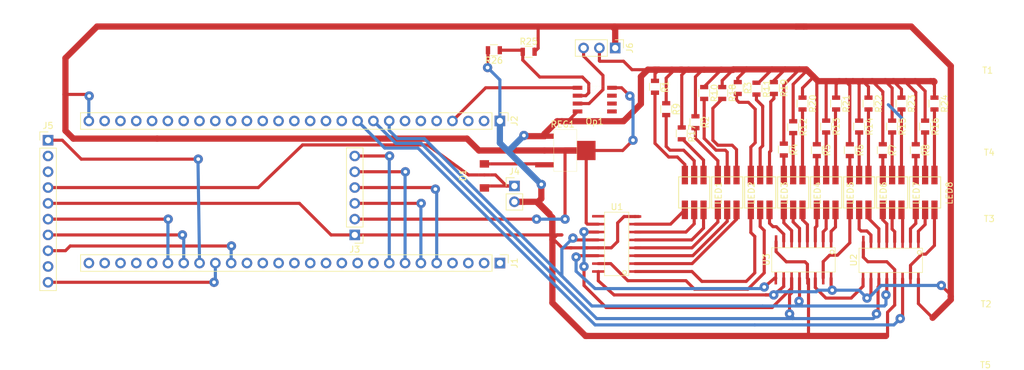
<source format=kicad_pcb>
(kicad_pcb (version 4) (host pcbnew 4.0.7)

  (general
    (links 122)
    (no_connects 0)
    (area -11.605239 69.064761 150.134525 130.055)
    (thickness 1.6)
    (drawings 9)
    (tracks 558)
    (zones 0)
    (modules 51)
    (nets 116)
  )

  (page A4)
  (layers
    (0 F.Cu signal)
    (31 B.Cu signal)
    (32 B.Adhes user)
    (33 F.Adhes user)
    (34 B.Paste user)
    (35 F.Paste user)
    (36 B.SilkS user)
    (37 F.SilkS user)
    (38 B.Mask user)
    (39 F.Mask user)
    (40 Dwgs.User user)
    (41 Cmts.User user)
    (42 Eco1.User user)
    (43 Eco2.User user)
    (44 Edge.Cuts user)
    (45 Margin user)
    (46 B.CrtYd user)
    (47 F.CrtYd user)
    (48 B.Fab user)
    (49 F.Fab user)
  )

  (setup
    (last_trace_width 0.5)
    (user_trace_width 0.4)
    (user_trace_width 0.5)
    (user_trace_width 1)
    (trace_clearance 0.2)
    (zone_clearance 0.508)
    (zone_45_only yes)
    (trace_min 0.2)
    (segment_width 0.2)
    (edge_width 0.15)
    (via_size 0.6)
    (via_drill 0.4)
    (via_min_size 0.4)
    (via_min_drill 0.3)
    (user_via 1.5 0.6)
    (uvia_size 0.3)
    (uvia_drill 0.1)
    (uvias_allowed no)
    (uvia_min_size 0.2)
    (uvia_min_drill 0.1)
    (pcb_text_width 0.3)
    (pcb_text_size 1.5 1.5)
    (mod_edge_width 0.15)
    (mod_text_size 1 1)
    (mod_text_width 0.15)
    (pad_size 1.524 1.524)
    (pad_drill 0.762)
    (pad_to_mask_clearance 0.2)
    (aux_axis_origin 0 0)
    (visible_elements 7FFFFFFF)
    (pcbplotparams
      (layerselection 0x00030_80000001)
      (usegerberextensions false)
      (excludeedgelayer true)
      (linewidth 0.100000)
      (plotframeref false)
      (viasonmask false)
      (mode 1)
      (useauxorigin false)
      (hpglpennumber 1)
      (hpglpenspeed 20)
      (hpglpendiameter 15)
      (hpglpenoverlay 2)
      (psnegative false)
      (psa4output false)
      (plotreference true)
      (plotvalue true)
      (plotinvisibletext false)
      (padsonsilk false)
      (subtractmaskfromsilk false)
      (outputformat 1)
      (mirror false)
      (drillshape 1)
      (scaleselection 1)
      (outputdirectory ""))
  )

  (net 0 "")
  (net 1 "Net-(D1-Pad1)")
  (net 2 VCC)
  (net 3 "Net-(J1-Pad1)")
  (net 4 "Net-(J1-Pad2)")
  (net 5 "Net-(J1-Pad3)")
  (net 6 "Net-(J1-Pad4)")
  (net 7 /MOSI)
  (net 8 /MISO)
  (net 9 /SCK)
  (net 10 /SSEL)
  (net 11 "Net-(J1-Pad9)")
  (net 12 "Net-(J1-Pad10)")
  (net 13 "Net-(J1-Pad11)")
  (net 14 "Net-(J1-Pad12)")
  (net 15 "Net-(J1-Pad13)")
  (net 16 "Net-(J1-Pad14)")
  (net 17 "Net-(J1-Pad15)")
  (net 18 "Net-(J1-Pad16)")
  (net 19 "Net-(J1-Pad17)")
  (net 20 /State)
  (net 21 /BReset)
  (net 22 /AT)
  (net 23 /Tx)
  (net 24 /Rx)
  (net 25 "Net-(J1-Pad23)")
  (net 26 "Net-(J1-Pad24)")
  (net 27 "Net-(J1-Pad25)")
  (net 28 "Net-(J1-Pad26)")
  (net 29 "Net-(J1-Pad27)")
  (net 30 GND)
  (net 31 "Net-(J2-Pad2)")
  (net 32 "Net-(J2-Pad3)")
  (net 33 /IntHall)
  (net 34 "Net-(J2-Pad5)")
  (net 35 "Net-(J2-Pad6)")
  (net 36 "Net-(J2-Pad7)")
  (net 37 /Latch)
  (net 38 /Clock)
  (net 39 /SerialData)
  (net 40 "Net-(J2-Pad11)")
  (net 41 "Net-(J2-Pad12)")
  (net 42 "Net-(J2-Pad13)")
  (net 43 "Net-(J2-Pad14)")
  (net 44 "Net-(J2-Pad15)")
  (net 45 "Net-(J2-Pad16)")
  (net 46 "Net-(J2-Pad17)")
  (net 47 "Net-(J2-Pad18)")
  (net 48 "Net-(J2-Pad19)")
  (net 49 "Net-(J2-Pad20)")
  (net 50 "Net-(J2-Pad21)")
  (net 51 "Net-(J2-Pad22)")
  (net 52 "Net-(J2-Pad23)")
  (net 53 "Net-(J2-Pad24)")
  (net 54 "Net-(J2-Pad25)")
  (net 55 "Net-(J2-Pad26)")
  (net 56 /3.3V)
  (net 57 "Net-(J5-Pad2)")
  (net 58 "Net-(J5-Pad3)")
  (net 59 "Net-(J5-Pad9)")
  (net 60 /Hall)
  (net 61 "Net-(LED1-Pad4)")
  (net 62 "Net-(LED1-Pad5)")
  (net 63 "Net-(LED1-Pad6)")
  (net 64 "Net-(LED1-Pad3)")
  (net 65 "Net-(LED1-Pad2)")
  (net 66 "Net-(LED1-Pad1)")
  (net 67 "Net-(LED2-Pad4)")
  (net 68 "Net-(LED2-Pad5)")
  (net 69 "Net-(LED2-Pad6)")
  (net 70 "Net-(LED2-Pad3)")
  (net 71 "Net-(LED2-Pad2)")
  (net 72 "Net-(LED2-Pad1)")
  (net 73 "Net-(LED3-Pad4)")
  (net 74 "Net-(LED3-Pad5)")
  (net 75 "Net-(LED3-Pad6)")
  (net 76 "Net-(LED3-Pad3)")
  (net 77 "Net-(LED3-Pad2)")
  (net 78 "Net-(LED3-Pad1)")
  (net 79 "Net-(LED4-Pad4)")
  (net 80 "Net-(LED4-Pad5)")
  (net 81 "Net-(LED4-Pad6)")
  (net 82 "Net-(LED4-Pad3)")
  (net 83 "Net-(LED4-Pad2)")
  (net 84 "Net-(LED4-Pad1)")
  (net 85 "Net-(LED5-Pad4)")
  (net 86 "Net-(LED5-Pad5)")
  (net 87 "Net-(LED5-Pad6)")
  (net 88 "Net-(LED5-Pad3)")
  (net 89 "Net-(LED5-Pad2)")
  (net 90 "Net-(LED5-Pad1)")
  (net 91 "Net-(LED6-Pad4)")
  (net 92 "Net-(LED6-Pad5)")
  (net 93 "Net-(LED6-Pad6)")
  (net 94 "Net-(LED6-Pad3)")
  (net 95 "Net-(LED6-Pad2)")
  (net 96 "Net-(LED6-Pad1)")
  (net 97 "Net-(LED7-Pad4)")
  (net 98 "Net-(LED7-Pad5)")
  (net 99 "Net-(LED7-Pad6)")
  (net 100 "Net-(LED7-Pad3)")
  (net 101 "Net-(LED7-Pad2)")
  (net 102 "Net-(LED7-Pad1)")
  (net 103 "Net-(LED8-Pad4)")
  (net 104 "Net-(LED8-Pad5)")
  (net 105 "Net-(LED8-Pad6)")
  (net 106 "Net-(LED8-Pad3)")
  (net 107 "Net-(LED8-Pad2)")
  (net 108 "Net-(LED8-Pad1)")
  (net 109 "Net-(Op1-Pad5)")
  (net 110 "Net-(Op1-Pad2)")
  (net 111 "Net-(Op1-Pad6)")
  (net 112 "Net-(Op1-Pad7)")
  (net 113 "Net-(U1-Pad9)")
  (net 114 "Net-(U1-Pad14)")
  (net 115 "Net-(U2-Pad9)")

  (net_class Default "Esta es la clase de red por defecto."
    (clearance 0.2)
    (trace_width 0.25)
    (via_dia 0.6)
    (via_drill 0.4)
    (uvia_dia 0.3)
    (uvia_drill 0.1)
    (add_net /3.3V)
    (add_net /AT)
    (add_net /BReset)
    (add_net /Clock)
    (add_net /Hall)
    (add_net /IntHall)
    (add_net /Latch)
    (add_net /MISO)
    (add_net /MOSI)
    (add_net /Rx)
    (add_net /SCK)
    (add_net /SSEL)
    (add_net /SerialData)
    (add_net /State)
    (add_net /Tx)
    (add_net GND)
    (add_net "Net-(D1-Pad1)")
    (add_net "Net-(J1-Pad1)")
    (add_net "Net-(J1-Pad10)")
    (add_net "Net-(J1-Pad11)")
    (add_net "Net-(J1-Pad12)")
    (add_net "Net-(J1-Pad13)")
    (add_net "Net-(J1-Pad14)")
    (add_net "Net-(J1-Pad15)")
    (add_net "Net-(J1-Pad16)")
    (add_net "Net-(J1-Pad17)")
    (add_net "Net-(J1-Pad2)")
    (add_net "Net-(J1-Pad23)")
    (add_net "Net-(J1-Pad24)")
    (add_net "Net-(J1-Pad25)")
    (add_net "Net-(J1-Pad26)")
    (add_net "Net-(J1-Pad27)")
    (add_net "Net-(J1-Pad3)")
    (add_net "Net-(J1-Pad4)")
    (add_net "Net-(J1-Pad9)")
    (add_net "Net-(J2-Pad11)")
    (add_net "Net-(J2-Pad12)")
    (add_net "Net-(J2-Pad13)")
    (add_net "Net-(J2-Pad14)")
    (add_net "Net-(J2-Pad15)")
    (add_net "Net-(J2-Pad16)")
    (add_net "Net-(J2-Pad17)")
    (add_net "Net-(J2-Pad18)")
    (add_net "Net-(J2-Pad19)")
    (add_net "Net-(J2-Pad2)")
    (add_net "Net-(J2-Pad20)")
    (add_net "Net-(J2-Pad21)")
    (add_net "Net-(J2-Pad22)")
    (add_net "Net-(J2-Pad23)")
    (add_net "Net-(J2-Pad24)")
    (add_net "Net-(J2-Pad25)")
    (add_net "Net-(J2-Pad26)")
    (add_net "Net-(J2-Pad3)")
    (add_net "Net-(J2-Pad5)")
    (add_net "Net-(J2-Pad6)")
    (add_net "Net-(J2-Pad7)")
    (add_net "Net-(J5-Pad2)")
    (add_net "Net-(J5-Pad3)")
    (add_net "Net-(J5-Pad9)")
    (add_net "Net-(LED1-Pad1)")
    (add_net "Net-(LED1-Pad2)")
    (add_net "Net-(LED1-Pad3)")
    (add_net "Net-(LED1-Pad4)")
    (add_net "Net-(LED1-Pad5)")
    (add_net "Net-(LED1-Pad6)")
    (add_net "Net-(LED2-Pad1)")
    (add_net "Net-(LED2-Pad2)")
    (add_net "Net-(LED2-Pad3)")
    (add_net "Net-(LED2-Pad4)")
    (add_net "Net-(LED2-Pad5)")
    (add_net "Net-(LED2-Pad6)")
    (add_net "Net-(LED3-Pad1)")
    (add_net "Net-(LED3-Pad2)")
    (add_net "Net-(LED3-Pad3)")
    (add_net "Net-(LED3-Pad4)")
    (add_net "Net-(LED3-Pad5)")
    (add_net "Net-(LED3-Pad6)")
    (add_net "Net-(LED4-Pad1)")
    (add_net "Net-(LED4-Pad2)")
    (add_net "Net-(LED4-Pad3)")
    (add_net "Net-(LED4-Pad4)")
    (add_net "Net-(LED4-Pad5)")
    (add_net "Net-(LED4-Pad6)")
    (add_net "Net-(LED5-Pad1)")
    (add_net "Net-(LED5-Pad2)")
    (add_net "Net-(LED5-Pad3)")
    (add_net "Net-(LED5-Pad4)")
    (add_net "Net-(LED5-Pad5)")
    (add_net "Net-(LED5-Pad6)")
    (add_net "Net-(LED6-Pad1)")
    (add_net "Net-(LED6-Pad2)")
    (add_net "Net-(LED6-Pad3)")
    (add_net "Net-(LED6-Pad4)")
    (add_net "Net-(LED6-Pad5)")
    (add_net "Net-(LED6-Pad6)")
    (add_net "Net-(LED7-Pad1)")
    (add_net "Net-(LED7-Pad2)")
    (add_net "Net-(LED7-Pad3)")
    (add_net "Net-(LED7-Pad4)")
    (add_net "Net-(LED7-Pad5)")
    (add_net "Net-(LED7-Pad6)")
    (add_net "Net-(LED8-Pad1)")
    (add_net "Net-(LED8-Pad2)")
    (add_net "Net-(LED8-Pad3)")
    (add_net "Net-(LED8-Pad4)")
    (add_net "Net-(LED8-Pad5)")
    (add_net "Net-(LED8-Pad6)")
    (add_net "Net-(Op1-Pad2)")
    (add_net "Net-(Op1-Pad5)")
    (add_net "Net-(Op1-Pad6)")
    (add_net "Net-(Op1-Pad7)")
    (add_net "Net-(U1-Pad14)")
    (add_net "Net-(U1-Pad9)")
    (add_net "Net-(U2-Pad9)")
    (add_net VCC)
  )

  (module TD2-Componentes:DO-214AC (layer F.Cu) (tedit 5B65F436) (tstamp 5B595287)
    (at 130.814 91.444 270)
    (path /5B5959EA)
    (fp_text reference D1 (at 1.81 3.46 270) (layer F.SilkS)
      (effects (font (size 1 1) (thickness 0.15)))
    )
    (fp_text value D (at 1.58 1.89 270) (layer F.Fab)
      (effects (font (size 1 1) (thickness 0.15)))
    )
    (fp_line (start -0.6 -0.94) (end -0.605 0.915) (layer F.SilkS) (width 0.01))
    (fp_line (start -0.605 0.915) (end 4.475 0.91) (layer F.SilkS) (width 0.01))
    (fp_line (start 4.475 0.91) (end 4.48 -0.94) (layer F.SilkS) (width 0.01))
    (fp_line (start 4.48 -0.94) (end -0.6 -0.94) (layer F.SilkS) (width 0.01))
    (pad 1 smd rect (at 0 0 270) (size 1.2 1.5) (layers F.Cu F.Paste F.Mask)
      (net 1 "Net-(D1-Pad1)"))
    (pad 2 smd rect (at 3.875 0 270) (size 1.2 1.5) (layers F.Cu F.Paste F.Mask)
      (net 2 VCC))
  )

  (module Socket_Strips:Socket_Strip_Straight_1x27_Pitch2.54mm (layer F.Cu) (tedit 58CD5447) (tstamp 5B5952A6)
    (at 133.31 107.4 270)
    (descr "Through hole straight socket strip, 1x27, 2.54mm pitch, single row")
    (tags "Through hole socket strip THT 1x27 2.54mm single row")
    (path /5B26A410)
    (fp_text reference J1 (at 0 -2.33 270) (layer F.SilkS)
      (effects (font (size 1 1) (thickness 0.15)))
    )
    (fp_text value Conn_01x27_Female (at 0 68.37 270) (layer F.Fab)
      (effects (font (size 1 1) (thickness 0.15)))
    )
    (fp_line (start -1.27 -1.27) (end -1.27 67.31) (layer F.Fab) (width 0.1))
    (fp_line (start -1.27 67.31) (end 1.27 67.31) (layer F.Fab) (width 0.1))
    (fp_line (start 1.27 67.31) (end 1.27 -1.27) (layer F.Fab) (width 0.1))
    (fp_line (start 1.27 -1.27) (end -1.27 -1.27) (layer F.Fab) (width 0.1))
    (fp_line (start -1.33 1.27) (end -1.33 67.37) (layer F.SilkS) (width 0.12))
    (fp_line (start -1.33 67.37) (end 1.33 67.37) (layer F.SilkS) (width 0.12))
    (fp_line (start 1.33 67.37) (end 1.33 1.27) (layer F.SilkS) (width 0.12))
    (fp_line (start 1.33 1.27) (end -1.33 1.27) (layer F.SilkS) (width 0.12))
    (fp_line (start -1.33 0) (end -1.33 -1.33) (layer F.SilkS) (width 0.12))
    (fp_line (start -1.33 -1.33) (end 0 -1.33) (layer F.SilkS) (width 0.12))
    (fp_line (start -1.8 -1.8) (end -1.8 67.85) (layer F.CrtYd) (width 0.05))
    (fp_line (start -1.8 67.85) (end 1.8 67.85) (layer F.CrtYd) (width 0.05))
    (fp_line (start 1.8 67.85) (end 1.8 -1.8) (layer F.CrtYd) (width 0.05))
    (fp_line (start 1.8 -1.8) (end -1.8 -1.8) (layer F.CrtYd) (width 0.05))
    (fp_text user %R (at 0 -2.33 270) (layer F.Fab)
      (effects (font (size 1 1) (thickness 0.15)))
    )
    (pad 1 thru_hole rect (at 0 0 270) (size 1.7 1.7) (drill 1) (layers *.Cu *.Mask)
      (net 3 "Net-(J1-Pad1)"))
    (pad 2 thru_hole oval (at 0 2.54 270) (size 1.7 1.7) (drill 1) (layers *.Cu *.Mask)
      (net 4 "Net-(J1-Pad2)"))
    (pad 3 thru_hole oval (at 0 5.08 270) (size 1.7 1.7) (drill 1) (layers *.Cu *.Mask)
      (net 5 "Net-(J1-Pad3)"))
    (pad 4 thru_hole oval (at 0 7.62 270) (size 1.7 1.7) (drill 1) (layers *.Cu *.Mask)
      (net 6 "Net-(J1-Pad4)"))
    (pad 5 thru_hole oval (at 0 10.16 270) (size 1.7 1.7) (drill 1) (layers *.Cu *.Mask)
      (net 7 /MOSI))
    (pad 6 thru_hole oval (at 0 12.7 270) (size 1.7 1.7) (drill 1) (layers *.Cu *.Mask)
      (net 8 /MISO))
    (pad 7 thru_hole oval (at 0 15.24 270) (size 1.7 1.7) (drill 1) (layers *.Cu *.Mask)
      (net 9 /SCK))
    (pad 8 thru_hole oval (at 0 17.78 270) (size 1.7 1.7) (drill 1) (layers *.Cu *.Mask)
      (net 10 /SSEL))
    (pad 9 thru_hole oval (at 0 20.32 270) (size 1.7 1.7) (drill 1) (layers *.Cu *.Mask)
      (net 11 "Net-(J1-Pad9)"))
    (pad 10 thru_hole oval (at 0 22.86 270) (size 1.7 1.7) (drill 1) (layers *.Cu *.Mask)
      (net 12 "Net-(J1-Pad10)"))
    (pad 11 thru_hole oval (at 0 25.4 270) (size 1.7 1.7) (drill 1) (layers *.Cu *.Mask)
      (net 13 "Net-(J1-Pad11)"))
    (pad 12 thru_hole oval (at 0 27.94 270) (size 1.7 1.7) (drill 1) (layers *.Cu *.Mask)
      (net 14 "Net-(J1-Pad12)"))
    (pad 13 thru_hole oval (at 0 30.48 270) (size 1.7 1.7) (drill 1) (layers *.Cu *.Mask)
      (net 15 "Net-(J1-Pad13)"))
    (pad 14 thru_hole oval (at 0 33.02 270) (size 1.7 1.7) (drill 1) (layers *.Cu *.Mask)
      (net 16 "Net-(J1-Pad14)"))
    (pad 15 thru_hole oval (at 0 35.56 270) (size 1.7 1.7) (drill 1) (layers *.Cu *.Mask)
      (net 17 "Net-(J1-Pad15)"))
    (pad 16 thru_hole oval (at 0 38.1 270) (size 1.7 1.7) (drill 1) (layers *.Cu *.Mask)
      (net 18 "Net-(J1-Pad16)"))
    (pad 17 thru_hole oval (at 0 40.64 270) (size 1.7 1.7) (drill 1) (layers *.Cu *.Mask)
      (net 19 "Net-(J1-Pad17)"))
    (pad 18 thru_hole oval (at 0 43.18 270) (size 1.7 1.7) (drill 1) (layers *.Cu *.Mask)
      (net 20 /State))
    (pad 19 thru_hole oval (at 0 45.72 270) (size 1.7 1.7) (drill 1) (layers *.Cu *.Mask)
      (net 21 /BReset))
    (pad 20 thru_hole oval (at 0 48.26 270) (size 1.7 1.7) (drill 1) (layers *.Cu *.Mask)
      (net 22 /AT))
    (pad 21 thru_hole oval (at 0 50.8 270) (size 1.7 1.7) (drill 1) (layers *.Cu *.Mask)
      (net 23 /Tx))
    (pad 22 thru_hole oval (at 0 53.34 270) (size 1.7 1.7) (drill 1) (layers *.Cu *.Mask)
      (net 24 /Rx))
    (pad 23 thru_hole oval (at 0 55.88 270) (size 1.7 1.7) (drill 1) (layers *.Cu *.Mask)
      (net 25 "Net-(J1-Pad23)"))
    (pad 24 thru_hole oval (at 0 58.42 270) (size 1.7 1.7) (drill 1) (layers *.Cu *.Mask)
      (net 26 "Net-(J1-Pad24)"))
    (pad 25 thru_hole oval (at 0 60.96 270) (size 1.7 1.7) (drill 1) (layers *.Cu *.Mask)
      (net 27 "Net-(J1-Pad25)"))
    (pad 26 thru_hole oval (at 0 63.5 270) (size 1.7 1.7) (drill 1) (layers *.Cu *.Mask)
      (net 28 "Net-(J1-Pad26)"))
    (pad 27 thru_hole oval (at 0 66.04 270) (size 1.7 1.7) (drill 1) (layers *.Cu *.Mask)
      (net 29 "Net-(J1-Pad27)"))
    (model ${KISYS3DMOD}/Socket_Strips.3dshapes/Socket_Strip_Straight_1x27_Pitch2.54mm.wrl
      (at (xyz 0 -1.3 0))
      (scale (xyz 1 1 1))
      (rotate (xyz 0 0 270))
    )
  )

  (module Socket_Strips:Socket_Strip_Straight_1x27_Pitch2.54mm (layer F.Cu) (tedit 58CD5447) (tstamp 5B5952C5)
    (at 133.3 84.54 270)
    (descr "Through hole straight socket strip, 1x27, 2.54mm pitch, single row")
    (tags "Through hole socket strip THT 1x27 2.54mm single row")
    (path /5B26A459)
    (fp_text reference J2 (at 0 -2.33 270) (layer F.SilkS)
      (effects (font (size 1 1) (thickness 0.15)))
    )
    (fp_text value Conn_01x27_Female (at 0 68.37 270) (layer F.Fab)
      (effects (font (size 1 1) (thickness 0.15)))
    )
    (fp_line (start -1.27 -1.27) (end -1.27 67.31) (layer F.Fab) (width 0.1))
    (fp_line (start -1.27 67.31) (end 1.27 67.31) (layer F.Fab) (width 0.1))
    (fp_line (start 1.27 67.31) (end 1.27 -1.27) (layer F.Fab) (width 0.1))
    (fp_line (start 1.27 -1.27) (end -1.27 -1.27) (layer F.Fab) (width 0.1))
    (fp_line (start -1.33 1.27) (end -1.33 67.37) (layer F.SilkS) (width 0.12))
    (fp_line (start -1.33 67.37) (end 1.33 67.37) (layer F.SilkS) (width 0.12))
    (fp_line (start 1.33 67.37) (end 1.33 1.27) (layer F.SilkS) (width 0.12))
    (fp_line (start 1.33 1.27) (end -1.33 1.27) (layer F.SilkS) (width 0.12))
    (fp_line (start -1.33 0) (end -1.33 -1.33) (layer F.SilkS) (width 0.12))
    (fp_line (start -1.33 -1.33) (end 0 -1.33) (layer F.SilkS) (width 0.12))
    (fp_line (start -1.8 -1.8) (end -1.8 67.85) (layer F.CrtYd) (width 0.05))
    (fp_line (start -1.8 67.85) (end 1.8 67.85) (layer F.CrtYd) (width 0.05))
    (fp_line (start 1.8 67.85) (end 1.8 -1.8) (layer F.CrtYd) (width 0.05))
    (fp_line (start 1.8 -1.8) (end -1.8 -1.8) (layer F.CrtYd) (width 0.05))
    (fp_text user %R (at 0 -2.33 270) (layer F.Fab)
      (effects (font (size 1 1) (thickness 0.15)))
    )
    (pad 1 thru_hole rect (at 0 0 270) (size 1.7 1.7) (drill 1) (layers *.Cu *.Mask)
      (net 30 GND))
    (pad 2 thru_hole oval (at 0 2.54 270) (size 1.7 1.7) (drill 1) (layers *.Cu *.Mask)
      (net 31 "Net-(J2-Pad2)"))
    (pad 3 thru_hole oval (at 0 5.08 270) (size 1.7 1.7) (drill 1) (layers *.Cu *.Mask)
      (net 32 "Net-(J2-Pad3)"))
    (pad 4 thru_hole oval (at 0 7.62 270) (size 1.7 1.7) (drill 1) (layers *.Cu *.Mask)
      (net 33 /IntHall))
    (pad 5 thru_hole oval (at 0 10.16 270) (size 1.7 1.7) (drill 1) (layers *.Cu *.Mask)
      (net 34 "Net-(J2-Pad5)"))
    (pad 6 thru_hole oval (at 0 12.7 270) (size 1.7 1.7) (drill 1) (layers *.Cu *.Mask)
      (net 35 "Net-(J2-Pad6)"))
    (pad 7 thru_hole oval (at 0 15.24 270) (size 1.7 1.7) (drill 1) (layers *.Cu *.Mask)
      (net 36 "Net-(J2-Pad7)"))
    (pad 8 thru_hole oval (at 0 17.78 270) (size 1.7 1.7) (drill 1) (layers *.Cu *.Mask)
      (net 37 /Latch))
    (pad 9 thru_hole oval (at 0 20.32 270) (size 1.7 1.7) (drill 1) (layers *.Cu *.Mask)
      (net 38 /Clock))
    (pad 10 thru_hole oval (at 0 22.86 270) (size 1.7 1.7) (drill 1) (layers *.Cu *.Mask)
      (net 39 /SerialData))
    (pad 11 thru_hole oval (at 0 25.4 270) (size 1.7 1.7) (drill 1) (layers *.Cu *.Mask)
      (net 40 "Net-(J2-Pad11)"))
    (pad 12 thru_hole oval (at 0 27.94 270) (size 1.7 1.7) (drill 1) (layers *.Cu *.Mask)
      (net 41 "Net-(J2-Pad12)"))
    (pad 13 thru_hole oval (at 0 30.48 270) (size 1.7 1.7) (drill 1) (layers *.Cu *.Mask)
      (net 42 "Net-(J2-Pad13)"))
    (pad 14 thru_hole oval (at 0 33.02 270) (size 1.7 1.7) (drill 1) (layers *.Cu *.Mask)
      (net 43 "Net-(J2-Pad14)"))
    (pad 15 thru_hole oval (at 0 35.56 270) (size 1.7 1.7) (drill 1) (layers *.Cu *.Mask)
      (net 44 "Net-(J2-Pad15)"))
    (pad 16 thru_hole oval (at 0 38.1 270) (size 1.7 1.7) (drill 1) (layers *.Cu *.Mask)
      (net 45 "Net-(J2-Pad16)"))
    (pad 17 thru_hole oval (at 0 40.64 270) (size 1.7 1.7) (drill 1) (layers *.Cu *.Mask)
      (net 46 "Net-(J2-Pad17)"))
    (pad 18 thru_hole oval (at 0 43.18 270) (size 1.7 1.7) (drill 1) (layers *.Cu *.Mask)
      (net 47 "Net-(J2-Pad18)"))
    (pad 19 thru_hole oval (at 0 45.72 270) (size 1.7 1.7) (drill 1) (layers *.Cu *.Mask)
      (net 48 "Net-(J2-Pad19)"))
    (pad 20 thru_hole oval (at 0 48.26 270) (size 1.7 1.7) (drill 1) (layers *.Cu *.Mask)
      (net 49 "Net-(J2-Pad20)"))
    (pad 21 thru_hole oval (at 0 50.8 270) (size 1.7 1.7) (drill 1) (layers *.Cu *.Mask)
      (net 50 "Net-(J2-Pad21)"))
    (pad 22 thru_hole oval (at 0 53.34 270) (size 1.7 1.7) (drill 1) (layers *.Cu *.Mask)
      (net 51 "Net-(J2-Pad22)"))
    (pad 23 thru_hole oval (at 0 55.88 270) (size 1.7 1.7) (drill 1) (layers *.Cu *.Mask)
      (net 52 "Net-(J2-Pad23)"))
    (pad 24 thru_hole oval (at 0 58.42 270) (size 1.7 1.7) (drill 1) (layers *.Cu *.Mask)
      (net 53 "Net-(J2-Pad24)"))
    (pad 25 thru_hole oval (at 0 60.96 270) (size 1.7 1.7) (drill 1) (layers *.Cu *.Mask)
      (net 54 "Net-(J2-Pad25)"))
    (pad 26 thru_hole oval (at 0 63.5 270) (size 1.7 1.7) (drill 1) (layers *.Cu *.Mask)
      (net 55 "Net-(J2-Pad26)"))
    (pad 27 thru_hole oval (at 0 66.04 270) (size 1.7 1.7) (drill 1) (layers *.Cu *.Mask)
      (net 56 /3.3V))
    (model ${KISYS3DMOD}/Socket_Strips.3dshapes/Socket_Strip_Straight_1x27_Pitch2.54mm.wrl
      (at (xyz 0 -1.3 0))
      (scale (xyz 1 1 1))
      (rotate (xyz 0 0 270))
    )
  )

  (module Socket_Strips:Socket_Strip_Straight_1x06_Pitch2.54mm (layer F.Cu) (tedit 58CD5446) (tstamp 5B5952CF)
    (at 109.986 102.874 180)
    (descr "Through hole straight socket strip, 1x06, 2.54mm pitch, single row")
    (tags "Through hole socket strip THT 1x06 2.54mm single row")
    (path /5B58D4BF)
    (fp_text reference J3 (at 0 -2.33 180) (layer F.SilkS)
      (effects (font (size 1 1) (thickness 0.15)))
    )
    (fp_text value Conn_01x06_Female (at 0 15.03 180) (layer F.Fab)
      (effects (font (size 1 1) (thickness 0.15)))
    )
    (fp_line (start -1.27 -1.27) (end -1.27 13.97) (layer F.Fab) (width 0.1))
    (fp_line (start -1.27 13.97) (end 1.27 13.97) (layer F.Fab) (width 0.1))
    (fp_line (start 1.27 13.97) (end 1.27 -1.27) (layer F.Fab) (width 0.1))
    (fp_line (start 1.27 -1.27) (end -1.27 -1.27) (layer F.Fab) (width 0.1))
    (fp_line (start -1.33 1.27) (end -1.33 14.03) (layer F.SilkS) (width 0.12))
    (fp_line (start -1.33 14.03) (end 1.33 14.03) (layer F.SilkS) (width 0.12))
    (fp_line (start 1.33 14.03) (end 1.33 1.27) (layer F.SilkS) (width 0.12))
    (fp_line (start 1.33 1.27) (end -1.33 1.27) (layer F.SilkS) (width 0.12))
    (fp_line (start -1.33 0) (end -1.33 -1.33) (layer F.SilkS) (width 0.12))
    (fp_line (start -1.33 -1.33) (end 0 -1.33) (layer F.SilkS) (width 0.12))
    (fp_line (start -1.8 -1.8) (end -1.8 14.5) (layer F.CrtYd) (width 0.05))
    (fp_line (start -1.8 14.5) (end 1.8 14.5) (layer F.CrtYd) (width 0.05))
    (fp_line (start 1.8 14.5) (end 1.8 -1.8) (layer F.CrtYd) (width 0.05))
    (fp_line (start 1.8 -1.8) (end -1.8 -1.8) (layer F.CrtYd) (width 0.05))
    (fp_text user %R (at 0 -2.33 180) (layer F.Fab)
      (effects (font (size 1 1) (thickness 0.15)))
    )
    (pad 1 thru_hole rect (at 0 0 180) (size 1.7 1.7) (drill 1) (layers *.Cu *.Mask)
      (net 30 GND))
    (pad 2 thru_hole oval (at 0 2.54 180) (size 1.7 1.7) (drill 1) (layers *.Cu *.Mask)
      (net 56 /3.3V))
    (pad 3 thru_hole oval (at 0 5.08 180) (size 1.7 1.7) (drill 1) (layers *.Cu *.Mask)
      (net 8 /MISO))
    (pad 4 thru_hole oval (at 0 7.62 180) (size 1.7 1.7) (drill 1) (layers *.Cu *.Mask)
      (net 7 /MOSI))
    (pad 5 thru_hole oval (at 0 10.16 180) (size 1.7 1.7) (drill 1) (layers *.Cu *.Mask)
      (net 9 /SCK))
    (pad 6 thru_hole oval (at 0 12.7 180) (size 1.7 1.7) (drill 1) (layers *.Cu *.Mask)
      (net 10 /SSEL))
    (model ${KISYS3DMOD}/Socket_Strips.3dshapes/Socket_Strip_Straight_1x06_Pitch2.54mm.wrl
      (at (xyz 0 -0.25 0))
      (scale (xyz 1 1 1))
      (rotate (xyz 0 0 270))
    )
  )

  (module Pin_Headers:Pin_Header_Straight_1x02_Pitch2.54mm (layer F.Cu) (tedit 5B65F44E) (tstamp 5B5952D5)
    (at 135.64 95)
    (descr "Through hole straight pin header, 1x02, 2.54mm pitch, single row")
    (tags "Through hole pin header THT 1x02 2.54mm single row")
    (path /5B594A4D)
    (fp_text reference J4 (at 0 -2.33) (layer F.SilkS)
      (effects (font (size 1 1) (thickness 0.15)))
    )
    (fp_text value Conn_01x02 (at 14.06 18.53) (layer F.Fab)
      (effects (font (size 1 1) (thickness 0.15)))
    )
    (fp_line (start -0.635 -1.27) (end 1.27 -1.27) (layer F.Fab) (width 0.1))
    (fp_line (start 1.27 -1.27) (end 1.27 3.81) (layer F.Fab) (width 0.1))
    (fp_line (start 1.27 3.81) (end -1.27 3.81) (layer F.Fab) (width 0.1))
    (fp_line (start -1.27 3.81) (end -1.27 -0.635) (layer F.Fab) (width 0.1))
    (fp_line (start -1.27 -0.635) (end -0.635 -1.27) (layer F.Fab) (width 0.1))
    (fp_line (start -1.33 3.87) (end 1.33 3.87) (layer F.SilkS) (width 0.12))
    (fp_line (start -1.33 1.27) (end -1.33 3.87) (layer F.SilkS) (width 0.12))
    (fp_line (start 1.33 1.27) (end 1.33 3.87) (layer F.SilkS) (width 0.12))
    (fp_line (start -1.33 1.27) (end 1.33 1.27) (layer F.SilkS) (width 0.12))
    (fp_line (start -1.33 0) (end -1.33 -1.33) (layer F.SilkS) (width 0.12))
    (fp_line (start -1.33 -1.33) (end 0 -1.33) (layer F.SilkS) (width 0.12))
    (fp_line (start -1.8 -1.8) (end -1.8 4.35) (layer F.CrtYd) (width 0.05))
    (fp_line (start -1.8 4.35) (end 1.8 4.35) (layer F.CrtYd) (width 0.05))
    (fp_line (start 1.8 4.35) (end 1.8 -1.8) (layer F.CrtYd) (width 0.05))
    (fp_line (start 1.8 -1.8) (end -1.8 -1.8) (layer F.CrtYd) (width 0.05))
    (fp_text user %R (at 0 1.27 90) (layer F.Fab)
      (effects (font (size 1 1) (thickness 0.15)))
    )
    (pad 1 thru_hole rect (at 0 0) (size 1.7 1.7) (drill 1) (layers *.Cu *.Mask)
      (net 2 VCC))
    (pad 2 thru_hole oval (at 0 2.54) (size 1.7 1.7) (drill 1) (layers *.Cu *.Mask)
      (net 30 GND))
    (model ${KISYS3DMOD}/Pin_Headers.3dshapes/Pin_Header_Straight_1x02_Pitch2.54mm.wrl
      (at (xyz 0 0 0))
      (scale (xyz 1 1 1))
      (rotate (xyz 0 0 0))
    )
  )

  (module Socket_Strips:Socket_Strip_Straight_1x10_Pitch2.54mm (layer F.Cu) (tedit 58CD5446) (tstamp 5B5952E3)
    (at 60.71 87.634)
    (descr "Through hole straight socket strip, 1x10, 2.54mm pitch, single row")
    (tags "Through hole socket strip THT 1x10 2.54mm single row")
    (path /5B58FFC0)
    (fp_text reference J5 (at 0 -2.33) (layer F.SilkS)
      (effects (font (size 1 1) (thickness 0.15)))
    )
    (fp_text value Conn_01x10_Female (at 0 25.19) (layer F.Fab)
      (effects (font (size 1 1) (thickness 0.15)))
    )
    (fp_line (start -1.27 -1.27) (end -1.27 24.13) (layer F.Fab) (width 0.1))
    (fp_line (start -1.27 24.13) (end 1.27 24.13) (layer F.Fab) (width 0.1))
    (fp_line (start 1.27 24.13) (end 1.27 -1.27) (layer F.Fab) (width 0.1))
    (fp_line (start 1.27 -1.27) (end -1.27 -1.27) (layer F.Fab) (width 0.1))
    (fp_line (start -1.33 1.27) (end -1.33 24.19) (layer F.SilkS) (width 0.12))
    (fp_line (start -1.33 24.19) (end 1.33 24.19) (layer F.SilkS) (width 0.12))
    (fp_line (start 1.33 24.19) (end 1.33 1.27) (layer F.SilkS) (width 0.12))
    (fp_line (start 1.33 1.27) (end -1.33 1.27) (layer F.SilkS) (width 0.12))
    (fp_line (start -1.33 0) (end -1.33 -1.33) (layer F.SilkS) (width 0.12))
    (fp_line (start -1.33 -1.33) (end 0 -1.33) (layer F.SilkS) (width 0.12))
    (fp_line (start -1.8 -1.8) (end -1.8 24.65) (layer F.CrtYd) (width 0.05))
    (fp_line (start -1.8 24.65) (end 1.8 24.65) (layer F.CrtYd) (width 0.05))
    (fp_line (start 1.8 24.65) (end 1.8 -1.8) (layer F.CrtYd) (width 0.05))
    (fp_line (start 1.8 -1.8) (end -1.8 -1.8) (layer F.CrtYd) (width 0.05))
    (fp_text user %R (at 0 -2.33) (layer F.Fab)
      (effects (font (size 1 1) (thickness 0.15)))
    )
    (pad 1 thru_hole rect (at 0 0) (size 1.7 1.7) (drill 1) (layers *.Cu *.Mask)
      (net 22 /AT))
    (pad 2 thru_hole oval (at 0 2.54) (size 1.7 1.7) (drill 1) (layers *.Cu *.Mask)
      (net 57 "Net-(J5-Pad2)"))
    (pad 3 thru_hole oval (at 0 5.08) (size 1.7 1.7) (drill 1) (layers *.Cu *.Mask)
      (net 58 "Net-(J5-Pad3)"))
    (pad 4 thru_hole oval (at 0 7.62) (size 1.7 1.7) (drill 1) (layers *.Cu *.Mask)
      (net 2 VCC))
    (pad 5 thru_hole oval (at 0 10.16) (size 1.7 1.7) (drill 1) (layers *.Cu *.Mask)
      (net 30 GND))
    (pad 6 thru_hole oval (at 0 12.7) (size 1.7 1.7) (drill 1) (layers *.Cu *.Mask)
      (net 24 /Rx))
    (pad 7 thru_hole oval (at 0 15.24) (size 1.7 1.7) (drill 1) (layers *.Cu *.Mask)
      (net 23 /Tx))
    (pad 8 thru_hole oval (at 0 17.78) (size 1.7 1.7) (drill 1) (layers *.Cu *.Mask)
      (net 20 /State))
    (pad 9 thru_hole oval (at 0 20.32) (size 1.7 1.7) (drill 1) (layers *.Cu *.Mask)
      (net 59 "Net-(J5-Pad9)"))
    (pad 10 thru_hole oval (at 0 22.86) (size 1.7 1.7) (drill 1) (layers *.Cu *.Mask)
      (net 21 /BReset))
    (model ${KISYS3DMOD}/Socket_Strips.3dshapes/Socket_Strip_Straight_1x10_Pitch2.54mm.wrl
      (at (xyz 0 -0.45 0))
      (scale (xyz 1 1 1))
      (rotate (xyz 0 0 270))
    )
  )

  (module Socket_Strips:Socket_Strip_Straight_1x03_Pitch2.54mm (layer F.Cu) (tedit 58CD5446) (tstamp 5B5952EA)
    (at 151.83 72.8 270)
    (descr "Through hole straight socket strip, 1x03, 2.54mm pitch, single row")
    (tags "Through hole socket strip THT 1x03 2.54mm single row")
    (path /5B5946E3)
    (fp_text reference J6 (at 0 -2.33 270) (layer F.SilkS)
      (effects (font (size 1 1) (thickness 0.15)))
    )
    (fp_text value Conn_01x03_Female (at 0 7.41 270) (layer F.Fab)
      (effects (font (size 1 1) (thickness 0.15)))
    )
    (fp_line (start -1.27 -1.27) (end -1.27 6.35) (layer F.Fab) (width 0.1))
    (fp_line (start -1.27 6.35) (end 1.27 6.35) (layer F.Fab) (width 0.1))
    (fp_line (start 1.27 6.35) (end 1.27 -1.27) (layer F.Fab) (width 0.1))
    (fp_line (start 1.27 -1.27) (end -1.27 -1.27) (layer F.Fab) (width 0.1))
    (fp_line (start -1.33 1.27) (end -1.33 6.41) (layer F.SilkS) (width 0.12))
    (fp_line (start -1.33 6.41) (end 1.33 6.41) (layer F.SilkS) (width 0.12))
    (fp_line (start 1.33 6.41) (end 1.33 1.27) (layer F.SilkS) (width 0.12))
    (fp_line (start 1.33 1.27) (end -1.33 1.27) (layer F.SilkS) (width 0.12))
    (fp_line (start -1.33 0) (end -1.33 -1.33) (layer F.SilkS) (width 0.12))
    (fp_line (start -1.33 -1.33) (end 0 -1.33) (layer F.SilkS) (width 0.12))
    (fp_line (start -1.8 -1.8) (end -1.8 6.85) (layer F.CrtYd) (width 0.05))
    (fp_line (start -1.8 6.85) (end 1.8 6.85) (layer F.CrtYd) (width 0.05))
    (fp_line (start 1.8 6.85) (end 1.8 -1.8) (layer F.CrtYd) (width 0.05))
    (fp_line (start 1.8 -1.8) (end -1.8 -1.8) (layer F.CrtYd) (width 0.05))
    (fp_text user %R (at 0 -2.33 270) (layer F.Fab)
      (effects (font (size 1 1) (thickness 0.15)))
    )
    (pad 1 thru_hole rect (at 0 0 270) (size 1.7 1.7) (drill 1) (layers *.Cu *.Mask)
      (net 56 /3.3V))
    (pad 2 thru_hole oval (at 0 2.54 270) (size 1.7 1.7) (drill 1) (layers *.Cu *.Mask)
      (net 30 GND))
    (pad 3 thru_hole oval (at 0 5.08 270) (size 1.7 1.7) (drill 1) (layers *.Cu *.Mask)
      (net 60 /Hall))
    (model ${KISYS3DMOD}/Socket_Strips.3dshapes/Socket_Strip_Straight_1x03_Pitch2.54mm.wrl
      (at (xyz 0 -0.1 0))
      (scale (xyz 1 1 1))
      (rotate (xyz 0 0 270))
    )
  )

  (module TD2-Componentes:LED-RGB-5050 (layer F.Cu) (tedit 5B65F890) (tstamp 5B5952F4)
    (at 164.52 95.94 90)
    (path /5B26A2A1)
    (fp_text reference LED1 (at -0.2 3.9 90) (layer F.SilkS)
      (effects (font (size 1 1) (thickness 0.15)))
    )
    (fp_text value LED-RGB-5050 (at -0.4 -3.8 90) (layer F.Fab) hide
      (effects (font (size 1 1) (thickness 0.15)))
    )
    (fp_line (start -2.6 2.5) (end -2.6 -2.5) (layer F.SilkS) (width 0.15))
    (fp_line (start -2.6 -2.5) (end 2.4 -2.5) (layer F.SilkS) (width 0.15))
    (fp_line (start 2.4 -2.5) (end 2.4 2.5) (layer F.SilkS) (width 0.15))
    (fp_line (start 2.4 2.5) (end -2.6 2.5) (layer F.SilkS) (width 0.15))
    (pad 4 smd rect (at -2.9 -1.5 90) (size 3 1) (layers F.Cu F.Paste F.Mask)
      (net 61 "Net-(LED1-Pad4)"))
    (pad 5 smd rect (at -2.9 0 90) (size 3 1) (layers F.Cu F.Paste F.Mask)
      (net 62 "Net-(LED1-Pad5)"))
    (pad 6 smd rect (at -2.9 1.5 90) (size 3 1) (layers F.Cu F.Paste F.Mask)
      (net 63 "Net-(LED1-Pad6)"))
    (pad 3 smd rect (at 2.7 -1.5 90) (size 3 1) (layers F.Cu F.Paste F.Mask)
      (net 64 "Net-(LED1-Pad3)"))
    (pad 2 smd rect (at 2.7 0 90) (size 3 1) (layers F.Cu F.Paste F.Mask)
      (net 65 "Net-(LED1-Pad2)"))
    (pad 1 smd rect (at 2.7 1.5 90) (size 3 1) (layers F.Cu F.Paste F.Mask)
      (net 66 "Net-(LED1-Pad1)"))
  )

  (module TD2-Componentes:LED-RGB-5050 (layer F.Cu) (tedit 5B246EC6) (tstamp 5B5952FE)
    (at 169.82 95.94 90)
    (path /5B58C091)
    (fp_text reference LED2 (at -0.2 3.9 90) (layer F.SilkS)
      (effects (font (size 1 1) (thickness 0.15)))
    )
    (fp_text value LED-RGB-5050 (at -0.4 -3.8 90) (layer F.Fab)
      (effects (font (size 1 1) (thickness 0.15)))
    )
    (fp_line (start -2.6 2.5) (end -2.6 -2.5) (layer F.SilkS) (width 0.15))
    (fp_line (start -2.6 -2.5) (end 2.4 -2.5) (layer F.SilkS) (width 0.15))
    (fp_line (start 2.4 -2.5) (end 2.4 2.5) (layer F.SilkS) (width 0.15))
    (fp_line (start 2.4 2.5) (end -2.6 2.5) (layer F.SilkS) (width 0.15))
    (pad 4 smd rect (at -2.9 -1.5 90) (size 3 1) (layers F.Cu F.Paste F.Mask)
      (net 67 "Net-(LED2-Pad4)"))
    (pad 5 smd rect (at -2.9 0 90) (size 3 1) (layers F.Cu F.Paste F.Mask)
      (net 68 "Net-(LED2-Pad5)"))
    (pad 6 smd rect (at -2.9 1.5 90) (size 3 1) (layers F.Cu F.Paste F.Mask)
      (net 69 "Net-(LED2-Pad6)"))
    (pad 3 smd rect (at 2.7 -1.5 90) (size 3 1) (layers F.Cu F.Paste F.Mask)
      (net 70 "Net-(LED2-Pad3)"))
    (pad 2 smd rect (at 2.7 0 90) (size 3 1) (layers F.Cu F.Paste F.Mask)
      (net 71 "Net-(LED2-Pad2)"))
    (pad 1 smd rect (at 2.7 1.5 90) (size 3 1) (layers F.Cu F.Paste F.Mask)
      (net 72 "Net-(LED2-Pad1)"))
  )

  (module TD2-Componentes:LED-RGB-5050 (layer F.Cu) (tedit 5B246EC6) (tstamp 5B595308)
    (at 175.12 95.94 90)
    (path /5B58C135)
    (fp_text reference LED3 (at -0.2 3.9 90) (layer F.SilkS)
      (effects (font (size 1 1) (thickness 0.15)))
    )
    (fp_text value LED-RGB-5050 (at -0.4 -3.8 90) (layer F.Fab)
      (effects (font (size 1 1) (thickness 0.15)))
    )
    (fp_line (start -2.6 2.5) (end -2.6 -2.5) (layer F.SilkS) (width 0.15))
    (fp_line (start -2.6 -2.5) (end 2.4 -2.5) (layer F.SilkS) (width 0.15))
    (fp_line (start 2.4 -2.5) (end 2.4 2.5) (layer F.SilkS) (width 0.15))
    (fp_line (start 2.4 2.5) (end -2.6 2.5) (layer F.SilkS) (width 0.15))
    (pad 4 smd rect (at -2.9 -1.5 90) (size 3 1) (layers F.Cu F.Paste F.Mask)
      (net 73 "Net-(LED3-Pad4)"))
    (pad 5 smd rect (at -2.9 0 90) (size 3 1) (layers F.Cu F.Paste F.Mask)
      (net 74 "Net-(LED3-Pad5)"))
    (pad 6 smd rect (at -2.9 1.5 90) (size 3 1) (layers F.Cu F.Paste F.Mask)
      (net 75 "Net-(LED3-Pad6)"))
    (pad 3 smd rect (at 2.7 -1.5 90) (size 3 1) (layers F.Cu F.Paste F.Mask)
      (net 76 "Net-(LED3-Pad3)"))
    (pad 2 smd rect (at 2.7 0 90) (size 3 1) (layers F.Cu F.Paste F.Mask)
      (net 77 "Net-(LED3-Pad2)"))
    (pad 1 smd rect (at 2.7 1.5 90) (size 3 1) (layers F.Cu F.Paste F.Mask)
      (net 78 "Net-(LED3-Pad1)"))
  )

  (module TD2-Componentes:LED-RGB-5050 (layer F.Cu) (tedit 5B246EC6) (tstamp 5B595312)
    (at 180.42 95.94 90)
    (path /5B58C13E)
    (fp_text reference LED4 (at -0.2 3.9 90) (layer F.SilkS)
      (effects (font (size 1 1) (thickness 0.15)))
    )
    (fp_text value LED-RGB-5050 (at -0.4 -3.8 90) (layer F.Fab)
      (effects (font (size 1 1) (thickness 0.15)))
    )
    (fp_line (start -2.6 2.5) (end -2.6 -2.5) (layer F.SilkS) (width 0.15))
    (fp_line (start -2.6 -2.5) (end 2.4 -2.5) (layer F.SilkS) (width 0.15))
    (fp_line (start 2.4 -2.5) (end 2.4 2.5) (layer F.SilkS) (width 0.15))
    (fp_line (start 2.4 2.5) (end -2.6 2.5) (layer F.SilkS) (width 0.15))
    (pad 4 smd rect (at -2.9 -1.5 90) (size 3 1) (layers F.Cu F.Paste F.Mask)
      (net 79 "Net-(LED4-Pad4)"))
    (pad 5 smd rect (at -2.9 0 90) (size 3 1) (layers F.Cu F.Paste F.Mask)
      (net 80 "Net-(LED4-Pad5)"))
    (pad 6 smd rect (at -2.9 1.5 90) (size 3 1) (layers F.Cu F.Paste F.Mask)
      (net 81 "Net-(LED4-Pad6)"))
    (pad 3 smd rect (at 2.7 -1.5 90) (size 3 1) (layers F.Cu F.Paste F.Mask)
      (net 82 "Net-(LED4-Pad3)"))
    (pad 2 smd rect (at 2.7 0 90) (size 3 1) (layers F.Cu F.Paste F.Mask)
      (net 83 "Net-(LED4-Pad2)"))
    (pad 1 smd rect (at 2.7 1.5 90) (size 3 1) (layers F.Cu F.Paste F.Mask)
      (net 84 "Net-(LED4-Pad1)"))
  )

  (module TD2-Componentes:LED-RGB-5050 (layer F.Cu) (tedit 5B246EC6) (tstamp 5B59531C)
    (at 185.72 95.94 90)
    (path /5B58C212)
    (fp_text reference LED5 (at -0.2 3.9 90) (layer F.SilkS)
      (effects (font (size 1 1) (thickness 0.15)))
    )
    (fp_text value LED-RGB-5050 (at -0.4 -3.8 90) (layer F.Fab)
      (effects (font (size 1 1) (thickness 0.15)))
    )
    (fp_line (start -2.6 2.5) (end -2.6 -2.5) (layer F.SilkS) (width 0.15))
    (fp_line (start -2.6 -2.5) (end 2.4 -2.5) (layer F.SilkS) (width 0.15))
    (fp_line (start 2.4 -2.5) (end 2.4 2.5) (layer F.SilkS) (width 0.15))
    (fp_line (start 2.4 2.5) (end -2.6 2.5) (layer F.SilkS) (width 0.15))
    (pad 4 smd rect (at -2.9 -1.5 90) (size 3 1) (layers F.Cu F.Paste F.Mask)
      (net 85 "Net-(LED5-Pad4)"))
    (pad 5 smd rect (at -2.9 0 90) (size 3 1) (layers F.Cu F.Paste F.Mask)
      (net 86 "Net-(LED5-Pad5)"))
    (pad 6 smd rect (at -2.9 1.5 90) (size 3 1) (layers F.Cu F.Paste F.Mask)
      (net 87 "Net-(LED5-Pad6)"))
    (pad 3 smd rect (at 2.7 -1.5 90) (size 3 1) (layers F.Cu F.Paste F.Mask)
      (net 88 "Net-(LED5-Pad3)"))
    (pad 2 smd rect (at 2.7 0 90) (size 3 1) (layers F.Cu F.Paste F.Mask)
      (net 89 "Net-(LED5-Pad2)"))
    (pad 1 smd rect (at 2.7 1.5 90) (size 3 1) (layers F.Cu F.Paste F.Mask)
      (net 90 "Net-(LED5-Pad1)"))
  )

  (module TD2-Componentes:LED-RGB-5050 (layer F.Cu) (tedit 5B246EC6) (tstamp 5B595326)
    (at 191.02 95.94 90)
    (path /5B58C21B)
    (fp_text reference LED6 (at -0.2 3.9 90) (layer F.SilkS)
      (effects (font (size 1 1) (thickness 0.15)))
    )
    (fp_text value LED-RGB-5050 (at -0.4 -3.8 90) (layer F.Fab)
      (effects (font (size 1 1) (thickness 0.15)))
    )
    (fp_line (start -2.6 2.5) (end -2.6 -2.5) (layer F.SilkS) (width 0.15))
    (fp_line (start -2.6 -2.5) (end 2.4 -2.5) (layer F.SilkS) (width 0.15))
    (fp_line (start 2.4 -2.5) (end 2.4 2.5) (layer F.SilkS) (width 0.15))
    (fp_line (start 2.4 2.5) (end -2.6 2.5) (layer F.SilkS) (width 0.15))
    (pad 4 smd rect (at -2.9 -1.5 90) (size 3 1) (layers F.Cu F.Paste F.Mask)
      (net 91 "Net-(LED6-Pad4)"))
    (pad 5 smd rect (at -2.9 0 90) (size 3 1) (layers F.Cu F.Paste F.Mask)
      (net 92 "Net-(LED6-Pad5)"))
    (pad 6 smd rect (at -2.9 1.5 90) (size 3 1) (layers F.Cu F.Paste F.Mask)
      (net 93 "Net-(LED6-Pad6)"))
    (pad 3 smd rect (at 2.7 -1.5 90) (size 3 1) (layers F.Cu F.Paste F.Mask)
      (net 94 "Net-(LED6-Pad3)"))
    (pad 2 smd rect (at 2.7 0 90) (size 3 1) (layers F.Cu F.Paste F.Mask)
      (net 95 "Net-(LED6-Pad2)"))
    (pad 1 smd rect (at 2.7 1.5 90) (size 3 1) (layers F.Cu F.Paste F.Mask)
      (net 96 "Net-(LED6-Pad1)"))
  )

  (module TD2-Componentes:LED-RGB-5050 (layer F.Cu) (tedit 5B246EC6) (tstamp 5B595330)
    (at 196.32 95.94 90)
    (path /5B58C224)
    (fp_text reference LED7 (at -0.2 3.9 90) (layer F.SilkS)
      (effects (font (size 1 1) (thickness 0.15)))
    )
    (fp_text value LED-RGB-5050 (at -0.4 -3.8 90) (layer F.Fab)
      (effects (font (size 1 1) (thickness 0.15)))
    )
    (fp_line (start -2.6 2.5) (end -2.6 -2.5) (layer F.SilkS) (width 0.15))
    (fp_line (start -2.6 -2.5) (end 2.4 -2.5) (layer F.SilkS) (width 0.15))
    (fp_line (start 2.4 -2.5) (end 2.4 2.5) (layer F.SilkS) (width 0.15))
    (fp_line (start 2.4 2.5) (end -2.6 2.5) (layer F.SilkS) (width 0.15))
    (pad 4 smd rect (at -2.9 -1.5 90) (size 3 1) (layers F.Cu F.Paste F.Mask)
      (net 97 "Net-(LED7-Pad4)"))
    (pad 5 smd rect (at -2.9 0 90) (size 3 1) (layers F.Cu F.Paste F.Mask)
      (net 98 "Net-(LED7-Pad5)"))
    (pad 6 smd rect (at -2.9 1.5 90) (size 3 1) (layers F.Cu F.Paste F.Mask)
      (net 99 "Net-(LED7-Pad6)"))
    (pad 3 smd rect (at 2.7 -1.5 90) (size 3 1) (layers F.Cu F.Paste F.Mask)
      (net 100 "Net-(LED7-Pad3)"))
    (pad 2 smd rect (at 2.7 0 90) (size 3 1) (layers F.Cu F.Paste F.Mask)
      (net 101 "Net-(LED7-Pad2)"))
    (pad 1 smd rect (at 2.7 1.5 90) (size 3 1) (layers F.Cu F.Paste F.Mask)
      (net 102 "Net-(LED7-Pad1)"))
  )

  (module TD2-Componentes:LED-RGB-5050 (layer F.Cu) (tedit 5B246EC6) (tstamp 5B59533A)
    (at 201.62 95.94 90)
    (path /5B58C22D)
    (fp_text reference LED8 (at -0.2 3.9 90) (layer F.SilkS)
      (effects (font (size 1 1) (thickness 0.15)))
    )
    (fp_text value LED-RGB-5050 (at -0.4 -3.8 90) (layer F.Fab)
      (effects (font (size 1 1) (thickness 0.15)))
    )
    (fp_line (start -2.6 2.5) (end -2.6 -2.5) (layer F.SilkS) (width 0.15))
    (fp_line (start -2.6 -2.5) (end 2.4 -2.5) (layer F.SilkS) (width 0.15))
    (fp_line (start 2.4 -2.5) (end 2.4 2.5) (layer F.SilkS) (width 0.15))
    (fp_line (start 2.4 2.5) (end -2.6 2.5) (layer F.SilkS) (width 0.15))
    (pad 4 smd rect (at -2.9 -1.5 90) (size 3 1) (layers F.Cu F.Paste F.Mask)
      (net 103 "Net-(LED8-Pad4)"))
    (pad 5 smd rect (at -2.9 0 90) (size 3 1) (layers F.Cu F.Paste F.Mask)
      (net 104 "Net-(LED8-Pad5)"))
    (pad 6 smd rect (at -2.9 1.5 90) (size 3 1) (layers F.Cu F.Paste F.Mask)
      (net 105 "Net-(LED8-Pad6)"))
    (pad 3 smd rect (at 2.7 -1.5 90) (size 3 1) (layers F.Cu F.Paste F.Mask)
      (net 106 "Net-(LED8-Pad3)"))
    (pad 2 smd rect (at 2.7 0 90) (size 3 1) (layers F.Cu F.Paste F.Mask)
      (net 107 "Net-(LED8-Pad2)"))
    (pad 1 smd rect (at 2.7 1.5 90) (size 3 1) (layers F.Cu F.Paste F.Mask)
      (net 108 "Net-(LED8-Pad1)"))
  )

  (module TD2-Componentes:MC33202DG (layer F.Cu) (tedit 5B590863) (tstamp 5B595346)
    (at 151.3 79.2 270)
    (path /5B59726C)
    (fp_text reference Op1 (at 5.425 2.78 360) (layer F.SilkS)
      (effects (font (size 1 1) (thickness 0.15)))
    )
    (fp_text value MC33202DG (at -2.005 2.78 540) (layer F.Fab)
      (effects (font (size 1 1) (thickness 0.15)))
    )
    (fp_arc (start -0.275 3.11) (end 0.36 3.085) (angle 90) (layer F.SilkS) (width 0.01))
    (fp_arc (start -0.29 3.095) (end -0.305 2.44) (angle 90) (layer F.SilkS) (width 0.01))
    (fp_line (start -0.3 0.76) (end 4.11 0.76) (layer F.SilkS) (width 0.01))
    (fp_line (start 4.11 0.76) (end 4.11 4.76) (layer F.SilkS) (width 0.01))
    (fp_line (start -0.3 4.76) (end 4.11 4.76) (layer F.SilkS) (width 0.01))
    (fp_line (start -0.3 0.76) (end -0.3 4.76) (layer F.SilkS) (width 0.01))
    (pad 5 smd rect (at 3.81 0 270) (size 0.65 1.55) (layers F.Cu F.Paste F.Mask)
      (net 109 "Net-(Op1-Pad5)"))
    (pad 4 smd rect (at 3.81 5.52 270) (size 0.65 1.55) (layers F.Cu F.Paste F.Mask)
      (net 30 GND))
    (pad 1 smd rect (at 0 5.52 270) (size 0.65 1.55) (layers F.Cu F.Paste F.Mask)
      (net 33 /IntHall))
    (pad 2 smd rect (at 1.27 5.52 270) (size 0.65 1.55) (layers F.Cu F.Paste F.Mask)
      (net 110 "Net-(Op1-Pad2)"))
    (pad 3 smd rect (at 2.54 5.52 270) (size 0.65 1.55) (layers F.Cu F.Paste F.Mask)
      (net 60 /Hall))
    (pad 6 smd rect (at 2.54 0 270) (size 0.65 1.55) (layers F.Cu F.Paste F.Mask)
      (net 111 "Net-(Op1-Pad6)"))
    (pad 7 smd rect (at 1.27 0 270) (size 0.65 1.55) (layers F.Cu F.Paste F.Mask)
      (net 112 "Net-(Op1-Pad7)"))
    (pad 8 smd rect (at 0 0 270) (size 0.65 1.55) (layers F.Cu F.Paste F.Mask)
      (net 56 /3.3V))
  )

  (module Resistors_SMD:R_0805 (layer F.Cu) (tedit 58E0A804) (tstamp 5B59534C)
    (at 158.22 79.04 270)
    (descr "Resistor SMD 0805, reflow soldering, Vishay (see dcrcw.pdf)")
    (tags "resistor 0805")
    (path /5B58F4EF)
    (attr smd)
    (fp_text reference R1 (at 0 -1.65 270) (layer F.SilkS)
      (effects (font (size 1 1) (thickness 0.15)))
    )
    (fp_text value R (at 0 1.75 270) (layer F.Fab)
      (effects (font (size 1 1) (thickness 0.15)))
    )
    (fp_text user %R (at 0 0 270) (layer F.Fab)
      (effects (font (size 0.5 0.5) (thickness 0.075)))
    )
    (fp_line (start -1 0.62) (end -1 -0.62) (layer F.Fab) (width 0.1))
    (fp_line (start 1 0.62) (end -1 0.62) (layer F.Fab) (width 0.1))
    (fp_line (start 1 -0.62) (end 1 0.62) (layer F.Fab) (width 0.1))
    (fp_line (start -1 -0.62) (end 1 -0.62) (layer F.Fab) (width 0.1))
    (fp_line (start 0.6 0.88) (end -0.6 0.88) (layer F.SilkS) (width 0.12))
    (fp_line (start -0.6 -0.88) (end 0.6 -0.88) (layer F.SilkS) (width 0.12))
    (fp_line (start -1.55 -0.9) (end 1.55 -0.9) (layer F.CrtYd) (width 0.05))
    (fp_line (start -1.55 -0.9) (end -1.55 0.9) (layer F.CrtYd) (width 0.05))
    (fp_line (start 1.55 0.9) (end 1.55 -0.9) (layer F.CrtYd) (width 0.05))
    (fp_line (start 1.55 0.9) (end -1.55 0.9) (layer F.CrtYd) (width 0.05))
    (pad 1 smd rect (at -0.95 0 270) (size 0.7 1.3) (layers F.Cu F.Paste F.Mask)
      (net 30 GND))
    (pad 2 smd rect (at 0.95 0 270) (size 0.7 1.3) (layers F.Cu F.Paste F.Mask)
      (net 64 "Net-(LED1-Pad3)"))
    (model ${KISYS3DMOD}/Resistors_SMD.3dshapes/R_0805.wrl
      (at (xyz 0 0 0))
      (scale (xyz 1 1 1))
      (rotate (xyz 0 0 0))
    )
  )

  (module Resistors_SMD:R_0805 (layer F.Cu) (tedit 58E0A804) (tstamp 5B595352)
    (at 164.72 84.74 270)
    (descr "Resistor SMD 0805, reflow soldering, Vishay (see dcrcw.pdf)")
    (tags "resistor 0805")
    (path /5B58EE43)
    (attr smd)
    (fp_text reference R2 (at 0 -1.65 270) (layer F.SilkS)
      (effects (font (size 1 1) (thickness 0.15)))
    )
    (fp_text value R (at 0 1.75 270) (layer F.Fab)
      (effects (font (size 1 1) (thickness 0.15)))
    )
    (fp_text user %R (at 0 0 270) (layer F.Fab)
      (effects (font (size 0.5 0.5) (thickness 0.075)))
    )
    (fp_line (start -1 0.62) (end -1 -0.62) (layer F.Fab) (width 0.1))
    (fp_line (start 1 0.62) (end -1 0.62) (layer F.Fab) (width 0.1))
    (fp_line (start 1 -0.62) (end 1 0.62) (layer F.Fab) (width 0.1))
    (fp_line (start -1 -0.62) (end 1 -0.62) (layer F.Fab) (width 0.1))
    (fp_line (start 0.6 0.88) (end -0.6 0.88) (layer F.SilkS) (width 0.12))
    (fp_line (start -0.6 -0.88) (end 0.6 -0.88) (layer F.SilkS) (width 0.12))
    (fp_line (start -1.55 -0.9) (end 1.55 -0.9) (layer F.CrtYd) (width 0.05))
    (fp_line (start -1.55 -0.9) (end -1.55 0.9) (layer F.CrtYd) (width 0.05))
    (fp_line (start 1.55 0.9) (end 1.55 -0.9) (layer F.CrtYd) (width 0.05))
    (fp_line (start 1.55 0.9) (end -1.55 0.9) (layer F.CrtYd) (width 0.05))
    (pad 1 smd rect (at -0.95 0 270) (size 0.7 1.3) (layers F.Cu F.Paste F.Mask)
      (net 30 GND))
    (pad 2 smd rect (at 0.95 0 270) (size 0.7 1.3) (layers F.Cu F.Paste F.Mask)
      (net 70 "Net-(LED2-Pad3)"))
    (model ${KISYS3DMOD}/Resistors_SMD.3dshapes/R_0805.wrl
      (at (xyz 0 0 0))
      (scale (xyz 1 1 1))
      (rotate (xyz 0 0 0))
    )
  )

  (module Resistors_SMD:R_0805 (layer F.Cu) (tedit 58E0A804) (tstamp 5B595358)
    (at 171.52 79.24 270)
    (descr "Resistor SMD 0805, reflow soldering, Vishay (see dcrcw.pdf)")
    (tags "resistor 0805")
    (path /5B58F5A6)
    (attr smd)
    (fp_text reference R3 (at 0 -1.65 270) (layer F.SilkS)
      (effects (font (size 1 1) (thickness 0.15)))
    )
    (fp_text value R (at 0 1.75 270) (layer F.Fab)
      (effects (font (size 1 1) (thickness 0.15)))
    )
    (fp_text user %R (at 0 0 270) (layer F.Fab)
      (effects (font (size 0.5 0.5) (thickness 0.075)))
    )
    (fp_line (start -1 0.62) (end -1 -0.62) (layer F.Fab) (width 0.1))
    (fp_line (start 1 0.62) (end -1 0.62) (layer F.Fab) (width 0.1))
    (fp_line (start 1 -0.62) (end 1 0.62) (layer F.Fab) (width 0.1))
    (fp_line (start -1 -0.62) (end 1 -0.62) (layer F.Fab) (width 0.1))
    (fp_line (start 0.6 0.88) (end -0.6 0.88) (layer F.SilkS) (width 0.12))
    (fp_line (start -0.6 -0.88) (end 0.6 -0.88) (layer F.SilkS) (width 0.12))
    (fp_line (start -1.55 -0.9) (end 1.55 -0.9) (layer F.CrtYd) (width 0.05))
    (fp_line (start -1.55 -0.9) (end -1.55 0.9) (layer F.CrtYd) (width 0.05))
    (fp_line (start 1.55 0.9) (end 1.55 -0.9) (layer F.CrtYd) (width 0.05))
    (fp_line (start 1.55 0.9) (end -1.55 0.9) (layer F.CrtYd) (width 0.05))
    (pad 1 smd rect (at -0.95 0 270) (size 0.7 1.3) (layers F.Cu F.Paste F.Mask)
      (net 30 GND))
    (pad 2 smd rect (at 0.95 0 270) (size 0.7 1.3) (layers F.Cu F.Paste F.Mask)
      (net 76 "Net-(LED3-Pad3)"))
    (model ${KISYS3DMOD}/Resistors_SMD.3dshapes/R_0805.wrl
      (at (xyz 0 0 0))
      (scale (xyz 1 1 1))
      (rotate (xyz 0 0 0))
    )
  )

  (module Resistors_SMD:R_0805 (layer F.Cu) (tedit 58E0A804) (tstamp 5B59535E)
    (at 178.92 89.14 270)
    (descr "Resistor SMD 0805, reflow soldering, Vishay (see dcrcw.pdf)")
    (tags "resistor 0805")
    (path /5B58F6F2)
    (attr smd)
    (fp_text reference R4 (at 0 -1.65 270) (layer F.SilkS)
      (effects (font (size 1 1) (thickness 0.15)))
    )
    (fp_text value R (at 0 1.75 270) (layer F.Fab)
      (effects (font (size 1 1) (thickness 0.15)))
    )
    (fp_text user %R (at 0 0 270) (layer F.Fab)
      (effects (font (size 0.5 0.5) (thickness 0.075)))
    )
    (fp_line (start -1 0.62) (end -1 -0.62) (layer F.Fab) (width 0.1))
    (fp_line (start 1 0.62) (end -1 0.62) (layer F.Fab) (width 0.1))
    (fp_line (start 1 -0.62) (end 1 0.62) (layer F.Fab) (width 0.1))
    (fp_line (start -1 -0.62) (end 1 -0.62) (layer F.Fab) (width 0.1))
    (fp_line (start 0.6 0.88) (end -0.6 0.88) (layer F.SilkS) (width 0.12))
    (fp_line (start -0.6 -0.88) (end 0.6 -0.88) (layer F.SilkS) (width 0.12))
    (fp_line (start -1.55 -0.9) (end 1.55 -0.9) (layer F.CrtYd) (width 0.05))
    (fp_line (start -1.55 -0.9) (end -1.55 0.9) (layer F.CrtYd) (width 0.05))
    (fp_line (start 1.55 0.9) (end 1.55 -0.9) (layer F.CrtYd) (width 0.05))
    (fp_line (start 1.55 0.9) (end -1.55 0.9) (layer F.CrtYd) (width 0.05))
    (pad 1 smd rect (at -0.95 0 270) (size 0.7 1.3) (layers F.Cu F.Paste F.Mask)
      (net 30 GND))
    (pad 2 smd rect (at 0.95 0 270) (size 0.7 1.3) (layers F.Cu F.Paste F.Mask)
      (net 82 "Net-(LED4-Pad3)"))
    (model ${KISYS3DMOD}/Resistors_SMD.3dshapes/R_0805.wrl
      (at (xyz 0 0 0))
      (scale (xyz 1 1 1))
      (rotate (xyz 0 0 0))
    )
  )

  (module Resistors_SMD:R_0805 (layer F.Cu) (tedit 58E0A804) (tstamp 5B595364)
    (at 184.22 89.24 270)
    (descr "Resistor SMD 0805, reflow soldering, Vishay (see dcrcw.pdf)")
    (tags "resistor 0805")
    (path /5B58F7CE)
    (attr smd)
    (fp_text reference R5 (at 0 -1.65 270) (layer F.SilkS)
      (effects (font (size 1 1) (thickness 0.15)))
    )
    (fp_text value R (at 0 1.75 270) (layer F.Fab)
      (effects (font (size 1 1) (thickness 0.15)))
    )
    (fp_text user %R (at 0 0 270) (layer F.Fab)
      (effects (font (size 0.5 0.5) (thickness 0.075)))
    )
    (fp_line (start -1 0.62) (end -1 -0.62) (layer F.Fab) (width 0.1))
    (fp_line (start 1 0.62) (end -1 0.62) (layer F.Fab) (width 0.1))
    (fp_line (start 1 -0.62) (end 1 0.62) (layer F.Fab) (width 0.1))
    (fp_line (start -1 -0.62) (end 1 -0.62) (layer F.Fab) (width 0.1))
    (fp_line (start 0.6 0.88) (end -0.6 0.88) (layer F.SilkS) (width 0.12))
    (fp_line (start -0.6 -0.88) (end 0.6 -0.88) (layer F.SilkS) (width 0.12))
    (fp_line (start -1.55 -0.9) (end 1.55 -0.9) (layer F.CrtYd) (width 0.05))
    (fp_line (start -1.55 -0.9) (end -1.55 0.9) (layer F.CrtYd) (width 0.05))
    (fp_line (start 1.55 0.9) (end 1.55 -0.9) (layer F.CrtYd) (width 0.05))
    (fp_line (start 1.55 0.9) (end -1.55 0.9) (layer F.CrtYd) (width 0.05))
    (pad 1 smd rect (at -0.95 0 270) (size 0.7 1.3) (layers F.Cu F.Paste F.Mask)
      (net 30 GND))
    (pad 2 smd rect (at 0.95 0 270) (size 0.7 1.3) (layers F.Cu F.Paste F.Mask)
      (net 88 "Net-(LED5-Pad3)"))
    (model ${KISYS3DMOD}/Resistors_SMD.3dshapes/R_0805.wrl
      (at (xyz 0 0 0))
      (scale (xyz 1 1 1))
      (rotate (xyz 0 0 0))
    )
  )

  (module Resistors_SMD:R_0805 (layer F.Cu) (tedit 58E0A804) (tstamp 5B59536A)
    (at 189.52 89.24 270)
    (descr "Resistor SMD 0805, reflow soldering, Vishay (see dcrcw.pdf)")
    (tags "resistor 0805")
    (path /5B58F951)
    (attr smd)
    (fp_text reference R6 (at 0 -1.65 270) (layer F.SilkS)
      (effects (font (size 1 1) (thickness 0.15)))
    )
    (fp_text value R (at 0 1.75 270) (layer F.Fab)
      (effects (font (size 1 1) (thickness 0.15)))
    )
    (fp_text user %R (at 0 0 270) (layer F.Fab)
      (effects (font (size 0.5 0.5) (thickness 0.075)))
    )
    (fp_line (start -1 0.62) (end -1 -0.62) (layer F.Fab) (width 0.1))
    (fp_line (start 1 0.62) (end -1 0.62) (layer F.Fab) (width 0.1))
    (fp_line (start 1 -0.62) (end 1 0.62) (layer F.Fab) (width 0.1))
    (fp_line (start -1 -0.62) (end 1 -0.62) (layer F.Fab) (width 0.1))
    (fp_line (start 0.6 0.88) (end -0.6 0.88) (layer F.SilkS) (width 0.12))
    (fp_line (start -0.6 -0.88) (end 0.6 -0.88) (layer F.SilkS) (width 0.12))
    (fp_line (start -1.55 -0.9) (end 1.55 -0.9) (layer F.CrtYd) (width 0.05))
    (fp_line (start -1.55 -0.9) (end -1.55 0.9) (layer F.CrtYd) (width 0.05))
    (fp_line (start 1.55 0.9) (end 1.55 -0.9) (layer F.CrtYd) (width 0.05))
    (fp_line (start 1.55 0.9) (end -1.55 0.9) (layer F.CrtYd) (width 0.05))
    (pad 1 smd rect (at -0.95 0 270) (size 0.7 1.3) (layers F.Cu F.Paste F.Mask)
      (net 30 GND))
    (pad 2 smd rect (at 0.95 0 270) (size 0.7 1.3) (layers F.Cu F.Paste F.Mask)
      (net 94 "Net-(LED6-Pad3)"))
    (model ${KISYS3DMOD}/Resistors_SMD.3dshapes/R_0805.wrl
      (at (xyz 0 0 0))
      (scale (xyz 1 1 1))
      (rotate (xyz 0 0 0))
    )
  )

  (module Resistors_SMD:R_0805 (layer F.Cu) (tedit 58E0A804) (tstamp 5B595370)
    (at 194.82 89.24 270)
    (descr "Resistor SMD 0805, reflow soldering, Vishay (see dcrcw.pdf)")
    (tags "resistor 0805")
    (path /5B58FA21)
    (attr smd)
    (fp_text reference R7 (at 0 -1.65 270) (layer F.SilkS)
      (effects (font (size 1 1) (thickness 0.15)))
    )
    (fp_text value R (at 0 1.75 270) (layer F.Fab)
      (effects (font (size 1 1) (thickness 0.15)))
    )
    (fp_text user %R (at 0 0 270) (layer F.Fab)
      (effects (font (size 0.5 0.5) (thickness 0.075)))
    )
    (fp_line (start -1 0.62) (end -1 -0.62) (layer F.Fab) (width 0.1))
    (fp_line (start 1 0.62) (end -1 0.62) (layer F.Fab) (width 0.1))
    (fp_line (start 1 -0.62) (end 1 0.62) (layer F.Fab) (width 0.1))
    (fp_line (start -1 -0.62) (end 1 -0.62) (layer F.Fab) (width 0.1))
    (fp_line (start 0.6 0.88) (end -0.6 0.88) (layer F.SilkS) (width 0.12))
    (fp_line (start -0.6 -0.88) (end 0.6 -0.88) (layer F.SilkS) (width 0.12))
    (fp_line (start -1.55 -0.9) (end 1.55 -0.9) (layer F.CrtYd) (width 0.05))
    (fp_line (start -1.55 -0.9) (end -1.55 0.9) (layer F.CrtYd) (width 0.05))
    (fp_line (start 1.55 0.9) (end 1.55 -0.9) (layer F.CrtYd) (width 0.05))
    (fp_line (start 1.55 0.9) (end -1.55 0.9) (layer F.CrtYd) (width 0.05))
    (pad 1 smd rect (at -0.95 0 270) (size 0.7 1.3) (layers F.Cu F.Paste F.Mask)
      (net 30 GND))
    (pad 2 smd rect (at 0.95 0 270) (size 0.7 1.3) (layers F.Cu F.Paste F.Mask)
      (net 100 "Net-(LED7-Pad3)"))
    (model ${KISYS3DMOD}/Resistors_SMD.3dshapes/R_0805.wrl
      (at (xyz 0 0 0))
      (scale (xyz 1 1 1))
      (rotate (xyz 0 0 0))
    )
  )

  (module Resistors_SMD:R_0805 (layer F.Cu) (tedit 58E0A804) (tstamp 5B595376)
    (at 200.12 89.24 270)
    (descr "Resistor SMD 0805, reflow soldering, Vishay (see dcrcw.pdf)")
    (tags "resistor 0805")
    (path /5B58FC28)
    (attr smd)
    (fp_text reference R8 (at 0 -1.65 270) (layer F.SilkS)
      (effects (font (size 1 1) (thickness 0.15)))
    )
    (fp_text value R (at 0 1.75 270) (layer F.Fab)
      (effects (font (size 1 1) (thickness 0.15)))
    )
    (fp_text user %R (at 0 0 270) (layer F.Fab)
      (effects (font (size 0.5 0.5) (thickness 0.075)))
    )
    (fp_line (start -1 0.62) (end -1 -0.62) (layer F.Fab) (width 0.1))
    (fp_line (start 1 0.62) (end -1 0.62) (layer F.Fab) (width 0.1))
    (fp_line (start 1 -0.62) (end 1 0.62) (layer F.Fab) (width 0.1))
    (fp_line (start -1 -0.62) (end 1 -0.62) (layer F.Fab) (width 0.1))
    (fp_line (start 0.6 0.88) (end -0.6 0.88) (layer F.SilkS) (width 0.12))
    (fp_line (start -0.6 -0.88) (end 0.6 -0.88) (layer F.SilkS) (width 0.12))
    (fp_line (start -1.55 -0.9) (end 1.55 -0.9) (layer F.CrtYd) (width 0.05))
    (fp_line (start -1.55 -0.9) (end -1.55 0.9) (layer F.CrtYd) (width 0.05))
    (fp_line (start 1.55 0.9) (end 1.55 -0.9) (layer F.CrtYd) (width 0.05))
    (fp_line (start 1.55 0.9) (end -1.55 0.9) (layer F.CrtYd) (width 0.05))
    (pad 1 smd rect (at -0.95 0 270) (size 0.7 1.3) (layers F.Cu F.Paste F.Mask)
      (net 30 GND))
    (pad 2 smd rect (at 0.95 0 270) (size 0.7 1.3) (layers F.Cu F.Paste F.Mask)
      (net 106 "Net-(LED8-Pad3)"))
    (model ${KISYS3DMOD}/Resistors_SMD.3dshapes/R_0805.wrl
      (at (xyz 0 0 0))
      (scale (xyz 1 1 1))
      (rotate (xyz 0 0 0))
    )
  )

  (module Resistors_SMD:R_0805 (layer F.Cu) (tedit 58E0A804) (tstamp 5B59537C)
    (at 160.02 82.64 270)
    (descr "Resistor SMD 0805, reflow soldering, Vishay (see dcrcw.pdf)")
    (tags "resistor 0805")
    (path /5B58F4F5)
    (attr smd)
    (fp_text reference R9 (at 0 -1.65 270) (layer F.SilkS)
      (effects (font (size 1 1) (thickness 0.15)))
    )
    (fp_text value R (at 0 1.75 270) (layer F.Fab)
      (effects (font (size 1 1) (thickness 0.15)))
    )
    (fp_text user %R (at 0 0 270) (layer F.Fab)
      (effects (font (size 0.5 0.5) (thickness 0.075)))
    )
    (fp_line (start -1 0.62) (end -1 -0.62) (layer F.Fab) (width 0.1))
    (fp_line (start 1 0.62) (end -1 0.62) (layer F.Fab) (width 0.1))
    (fp_line (start 1 -0.62) (end 1 0.62) (layer F.Fab) (width 0.1))
    (fp_line (start -1 -0.62) (end 1 -0.62) (layer F.Fab) (width 0.1))
    (fp_line (start 0.6 0.88) (end -0.6 0.88) (layer F.SilkS) (width 0.12))
    (fp_line (start -0.6 -0.88) (end 0.6 -0.88) (layer F.SilkS) (width 0.12))
    (fp_line (start -1.55 -0.9) (end 1.55 -0.9) (layer F.CrtYd) (width 0.05))
    (fp_line (start -1.55 -0.9) (end -1.55 0.9) (layer F.CrtYd) (width 0.05))
    (fp_line (start 1.55 0.9) (end 1.55 -0.9) (layer F.CrtYd) (width 0.05))
    (fp_line (start 1.55 0.9) (end -1.55 0.9) (layer F.CrtYd) (width 0.05))
    (pad 1 smd rect (at -0.95 0 270) (size 0.7 1.3) (layers F.Cu F.Paste F.Mask)
      (net 30 GND))
    (pad 2 smd rect (at 0.95 0 270) (size 0.7 1.3) (layers F.Cu F.Paste F.Mask)
      (net 65 "Net-(LED1-Pad2)"))
    (model ${KISYS3DMOD}/Resistors_SMD.3dshapes/R_0805.wrl
      (at (xyz 0 0 0))
      (scale (xyz 1 1 1))
      (rotate (xyz 0 0 0))
    )
  )

  (module Resistors_SMD:R_0805 (layer F.Cu) (tedit 58E0A804) (tstamp 5B595382)
    (at 166.12 80.04 270)
    (descr "Resistor SMD 0805, reflow soldering, Vishay (see dcrcw.pdf)")
    (tags "resistor 0805")
    (path /5B58EFDC)
    (attr smd)
    (fp_text reference R10 (at 0 -1.65 270) (layer F.SilkS)
      (effects (font (size 1 1) (thickness 0.15)))
    )
    (fp_text value R (at 0 1.75 270) (layer F.Fab)
      (effects (font (size 1 1) (thickness 0.15)))
    )
    (fp_text user %R (at 0 0 270) (layer F.Fab)
      (effects (font (size 0.5 0.5) (thickness 0.075)))
    )
    (fp_line (start -1 0.62) (end -1 -0.62) (layer F.Fab) (width 0.1))
    (fp_line (start 1 0.62) (end -1 0.62) (layer F.Fab) (width 0.1))
    (fp_line (start 1 -0.62) (end 1 0.62) (layer F.Fab) (width 0.1))
    (fp_line (start -1 -0.62) (end 1 -0.62) (layer F.Fab) (width 0.1))
    (fp_line (start 0.6 0.88) (end -0.6 0.88) (layer F.SilkS) (width 0.12))
    (fp_line (start -0.6 -0.88) (end 0.6 -0.88) (layer F.SilkS) (width 0.12))
    (fp_line (start -1.55 -0.9) (end 1.55 -0.9) (layer F.CrtYd) (width 0.05))
    (fp_line (start -1.55 -0.9) (end -1.55 0.9) (layer F.CrtYd) (width 0.05))
    (fp_line (start 1.55 0.9) (end 1.55 -0.9) (layer F.CrtYd) (width 0.05))
    (fp_line (start 1.55 0.9) (end -1.55 0.9) (layer F.CrtYd) (width 0.05))
    (pad 1 smd rect (at -0.95 0 270) (size 0.7 1.3) (layers F.Cu F.Paste F.Mask)
      (net 30 GND))
    (pad 2 smd rect (at 0.95 0 270) (size 0.7 1.3) (layers F.Cu F.Paste F.Mask)
      (net 71 "Net-(LED2-Pad2)"))
    (model ${KISYS3DMOD}/Resistors_SMD.3dshapes/R_0805.wrl
      (at (xyz 0 0 0))
      (scale (xyz 1 1 1))
      (rotate (xyz 0 0 0))
    )
  )

  (module Resistors_SMD:R_0805 (layer F.Cu) (tedit 58E0A804) (tstamp 5B595388)
    (at 174.52 79.34 270)
    (descr "Resistor SMD 0805, reflow soldering, Vishay (see dcrcw.pdf)")
    (tags "resistor 0805")
    (path /5B58F5AC)
    (attr smd)
    (fp_text reference R11 (at 0 -1.65 270) (layer F.SilkS)
      (effects (font (size 1 1) (thickness 0.15)))
    )
    (fp_text value R (at 0 1.75 270) (layer F.Fab)
      (effects (font (size 1 1) (thickness 0.15)))
    )
    (fp_text user %R (at 0 0 270) (layer F.Fab)
      (effects (font (size 0.5 0.5) (thickness 0.075)))
    )
    (fp_line (start -1 0.62) (end -1 -0.62) (layer F.Fab) (width 0.1))
    (fp_line (start 1 0.62) (end -1 0.62) (layer F.Fab) (width 0.1))
    (fp_line (start 1 -0.62) (end 1 0.62) (layer F.Fab) (width 0.1))
    (fp_line (start -1 -0.62) (end 1 -0.62) (layer F.Fab) (width 0.1))
    (fp_line (start 0.6 0.88) (end -0.6 0.88) (layer F.SilkS) (width 0.12))
    (fp_line (start -0.6 -0.88) (end 0.6 -0.88) (layer F.SilkS) (width 0.12))
    (fp_line (start -1.55 -0.9) (end 1.55 -0.9) (layer F.CrtYd) (width 0.05))
    (fp_line (start -1.55 -0.9) (end -1.55 0.9) (layer F.CrtYd) (width 0.05))
    (fp_line (start 1.55 0.9) (end 1.55 -0.9) (layer F.CrtYd) (width 0.05))
    (fp_line (start 1.55 0.9) (end -1.55 0.9) (layer F.CrtYd) (width 0.05))
    (pad 1 smd rect (at -0.95 0 270) (size 0.7 1.3) (layers F.Cu F.Paste F.Mask)
      (net 30 GND))
    (pad 2 smd rect (at 0.95 0 270) (size 0.7 1.3) (layers F.Cu F.Paste F.Mask)
      (net 77 "Net-(LED3-Pad2)"))
    (model ${KISYS3DMOD}/Resistors_SMD.3dshapes/R_0805.wrl
      (at (xyz 0 0 0))
      (scale (xyz 1 1 1))
      (rotate (xyz 0 0 0))
    )
  )

  (module Resistors_SMD:R_0805 (layer F.Cu) (tedit 58E0A804) (tstamp 5B59538E)
    (at 180.42 85.54 270)
    (descr "Resistor SMD 0805, reflow soldering, Vishay (see dcrcw.pdf)")
    (tags "resistor 0805")
    (path /5B58F6F8)
    (attr smd)
    (fp_text reference R12 (at 0 -1.65 270) (layer F.SilkS)
      (effects (font (size 1 1) (thickness 0.15)))
    )
    (fp_text value R (at 0 1.75 270) (layer F.Fab)
      (effects (font (size 1 1) (thickness 0.15)))
    )
    (fp_text user %R (at 0 0 270) (layer F.Fab)
      (effects (font (size 0.5 0.5) (thickness 0.075)))
    )
    (fp_line (start -1 0.62) (end -1 -0.62) (layer F.Fab) (width 0.1))
    (fp_line (start 1 0.62) (end -1 0.62) (layer F.Fab) (width 0.1))
    (fp_line (start 1 -0.62) (end 1 0.62) (layer F.Fab) (width 0.1))
    (fp_line (start -1 -0.62) (end 1 -0.62) (layer F.Fab) (width 0.1))
    (fp_line (start 0.6 0.88) (end -0.6 0.88) (layer F.SilkS) (width 0.12))
    (fp_line (start -0.6 -0.88) (end 0.6 -0.88) (layer F.SilkS) (width 0.12))
    (fp_line (start -1.55 -0.9) (end 1.55 -0.9) (layer F.CrtYd) (width 0.05))
    (fp_line (start -1.55 -0.9) (end -1.55 0.9) (layer F.CrtYd) (width 0.05))
    (fp_line (start 1.55 0.9) (end 1.55 -0.9) (layer F.CrtYd) (width 0.05))
    (fp_line (start 1.55 0.9) (end -1.55 0.9) (layer F.CrtYd) (width 0.05))
    (pad 1 smd rect (at -0.95 0 270) (size 0.7 1.3) (layers F.Cu F.Paste F.Mask)
      (net 30 GND))
    (pad 2 smd rect (at 0.95 0 270) (size 0.7 1.3) (layers F.Cu F.Paste F.Mask)
      (net 83 "Net-(LED4-Pad2)"))
    (model ${KISYS3DMOD}/Resistors_SMD.3dshapes/R_0805.wrl
      (at (xyz 0 0 0))
      (scale (xyz 1 1 1))
      (rotate (xyz 0 0 0))
    )
  )

  (module Resistors_SMD:R_0805 (layer F.Cu) (tedit 58E0A804) (tstamp 5B595394)
    (at 185.72 85.44 270)
    (descr "Resistor SMD 0805, reflow soldering, Vishay (see dcrcw.pdf)")
    (tags "resistor 0805")
    (path /5B58F7D4)
    (attr smd)
    (fp_text reference R13 (at 0 -1.65 270) (layer F.SilkS)
      (effects (font (size 1 1) (thickness 0.15)))
    )
    (fp_text value R (at 0 1.75 270) (layer F.Fab)
      (effects (font (size 1 1) (thickness 0.15)))
    )
    (fp_text user %R (at 0 0 270) (layer F.Fab)
      (effects (font (size 0.5 0.5) (thickness 0.075)))
    )
    (fp_line (start -1 0.62) (end -1 -0.62) (layer F.Fab) (width 0.1))
    (fp_line (start 1 0.62) (end -1 0.62) (layer F.Fab) (width 0.1))
    (fp_line (start 1 -0.62) (end 1 0.62) (layer F.Fab) (width 0.1))
    (fp_line (start -1 -0.62) (end 1 -0.62) (layer F.Fab) (width 0.1))
    (fp_line (start 0.6 0.88) (end -0.6 0.88) (layer F.SilkS) (width 0.12))
    (fp_line (start -0.6 -0.88) (end 0.6 -0.88) (layer F.SilkS) (width 0.12))
    (fp_line (start -1.55 -0.9) (end 1.55 -0.9) (layer F.CrtYd) (width 0.05))
    (fp_line (start -1.55 -0.9) (end -1.55 0.9) (layer F.CrtYd) (width 0.05))
    (fp_line (start 1.55 0.9) (end 1.55 -0.9) (layer F.CrtYd) (width 0.05))
    (fp_line (start 1.55 0.9) (end -1.55 0.9) (layer F.CrtYd) (width 0.05))
    (pad 1 smd rect (at -0.95 0 270) (size 0.7 1.3) (layers F.Cu F.Paste F.Mask)
      (net 30 GND))
    (pad 2 smd rect (at 0.95 0 270) (size 0.7 1.3) (layers F.Cu F.Paste F.Mask)
      (net 89 "Net-(LED5-Pad2)"))
    (model ${KISYS3DMOD}/Resistors_SMD.3dshapes/R_0805.wrl
      (at (xyz 0 0 0))
      (scale (xyz 1 1 1))
      (rotate (xyz 0 0 0))
    )
  )

  (module Resistors_SMD:R_0805 (layer F.Cu) (tedit 58E0A804) (tstamp 5B59539A)
    (at 191.02 85.44 270)
    (descr "Resistor SMD 0805, reflow soldering, Vishay (see dcrcw.pdf)")
    (tags "resistor 0805")
    (path /5B58F957)
    (attr smd)
    (fp_text reference R14 (at 0 -1.65 270) (layer F.SilkS)
      (effects (font (size 1 1) (thickness 0.15)))
    )
    (fp_text value R (at 0 1.75 270) (layer F.Fab)
      (effects (font (size 1 1) (thickness 0.15)))
    )
    (fp_text user %R (at 0 0 270) (layer F.Fab)
      (effects (font (size 0.5 0.5) (thickness 0.075)))
    )
    (fp_line (start -1 0.62) (end -1 -0.62) (layer F.Fab) (width 0.1))
    (fp_line (start 1 0.62) (end -1 0.62) (layer F.Fab) (width 0.1))
    (fp_line (start 1 -0.62) (end 1 0.62) (layer F.Fab) (width 0.1))
    (fp_line (start -1 -0.62) (end 1 -0.62) (layer F.Fab) (width 0.1))
    (fp_line (start 0.6 0.88) (end -0.6 0.88) (layer F.SilkS) (width 0.12))
    (fp_line (start -0.6 -0.88) (end 0.6 -0.88) (layer F.SilkS) (width 0.12))
    (fp_line (start -1.55 -0.9) (end 1.55 -0.9) (layer F.CrtYd) (width 0.05))
    (fp_line (start -1.55 -0.9) (end -1.55 0.9) (layer F.CrtYd) (width 0.05))
    (fp_line (start 1.55 0.9) (end 1.55 -0.9) (layer F.CrtYd) (width 0.05))
    (fp_line (start 1.55 0.9) (end -1.55 0.9) (layer F.CrtYd) (width 0.05))
    (pad 1 smd rect (at -0.95 0 270) (size 0.7 1.3) (layers F.Cu F.Paste F.Mask)
      (net 30 GND))
    (pad 2 smd rect (at 0.95 0 270) (size 0.7 1.3) (layers F.Cu F.Paste F.Mask)
      (net 95 "Net-(LED6-Pad2)"))
    (model ${KISYS3DMOD}/Resistors_SMD.3dshapes/R_0805.wrl
      (at (xyz 0 0 0))
      (scale (xyz 1 1 1))
      (rotate (xyz 0 0 0))
    )
  )

  (module Resistors_SMD:R_0805 (layer F.Cu) (tedit 58E0A804) (tstamp 5B5953A0)
    (at 196.32 85.44 270)
    (descr "Resistor SMD 0805, reflow soldering, Vishay (see dcrcw.pdf)")
    (tags "resistor 0805")
    (path /5B58FA27)
    (attr smd)
    (fp_text reference R15 (at 0 -1.65 270) (layer F.SilkS)
      (effects (font (size 1 1) (thickness 0.15)))
    )
    (fp_text value R (at 0 1.75 270) (layer F.Fab)
      (effects (font (size 1 1) (thickness 0.15)))
    )
    (fp_text user %R (at 0 0 270) (layer F.Fab)
      (effects (font (size 0.5 0.5) (thickness 0.075)))
    )
    (fp_line (start -1 0.62) (end -1 -0.62) (layer F.Fab) (width 0.1))
    (fp_line (start 1 0.62) (end -1 0.62) (layer F.Fab) (width 0.1))
    (fp_line (start 1 -0.62) (end 1 0.62) (layer F.Fab) (width 0.1))
    (fp_line (start -1 -0.62) (end 1 -0.62) (layer F.Fab) (width 0.1))
    (fp_line (start 0.6 0.88) (end -0.6 0.88) (layer F.SilkS) (width 0.12))
    (fp_line (start -0.6 -0.88) (end 0.6 -0.88) (layer F.SilkS) (width 0.12))
    (fp_line (start -1.55 -0.9) (end 1.55 -0.9) (layer F.CrtYd) (width 0.05))
    (fp_line (start -1.55 -0.9) (end -1.55 0.9) (layer F.CrtYd) (width 0.05))
    (fp_line (start 1.55 0.9) (end 1.55 -0.9) (layer F.CrtYd) (width 0.05))
    (fp_line (start 1.55 0.9) (end -1.55 0.9) (layer F.CrtYd) (width 0.05))
    (pad 1 smd rect (at -0.95 0 270) (size 0.7 1.3) (layers F.Cu F.Paste F.Mask)
      (net 30 GND))
    (pad 2 smd rect (at 0.95 0 270) (size 0.7 1.3) (layers F.Cu F.Paste F.Mask)
      (net 101 "Net-(LED7-Pad2)"))
    (model ${KISYS3DMOD}/Resistors_SMD.3dshapes/R_0805.wrl
      (at (xyz 0 0 0))
      (scale (xyz 1 1 1))
      (rotate (xyz 0 0 0))
    )
  )

  (module Resistors_SMD:R_0805 (layer F.Cu) (tedit 58E0A804) (tstamp 5B5953A6)
    (at 201.62 85.44 270)
    (descr "Resistor SMD 0805, reflow soldering, Vishay (see dcrcw.pdf)")
    (tags "resistor 0805")
    (path /5B58FC2E)
    (attr smd)
    (fp_text reference R16 (at 0 -1.65 270) (layer F.SilkS)
      (effects (font (size 1 1) (thickness 0.15)))
    )
    (fp_text value R (at 0 1.75 270) (layer F.Fab)
      (effects (font (size 1 1) (thickness 0.15)))
    )
    (fp_text user %R (at 0 0 270) (layer F.Fab)
      (effects (font (size 0.5 0.5) (thickness 0.075)))
    )
    (fp_line (start -1 0.62) (end -1 -0.62) (layer F.Fab) (width 0.1))
    (fp_line (start 1 0.62) (end -1 0.62) (layer F.Fab) (width 0.1))
    (fp_line (start 1 -0.62) (end 1 0.62) (layer F.Fab) (width 0.1))
    (fp_line (start -1 -0.62) (end 1 -0.62) (layer F.Fab) (width 0.1))
    (fp_line (start 0.6 0.88) (end -0.6 0.88) (layer F.SilkS) (width 0.12))
    (fp_line (start -0.6 -0.88) (end 0.6 -0.88) (layer F.SilkS) (width 0.12))
    (fp_line (start -1.55 -0.9) (end 1.55 -0.9) (layer F.CrtYd) (width 0.05))
    (fp_line (start -1.55 -0.9) (end -1.55 0.9) (layer F.CrtYd) (width 0.05))
    (fp_line (start 1.55 0.9) (end 1.55 -0.9) (layer F.CrtYd) (width 0.05))
    (fp_line (start 1.55 0.9) (end -1.55 0.9) (layer F.CrtYd) (width 0.05))
    (pad 1 smd rect (at -0.95 0 270) (size 0.7 1.3) (layers F.Cu F.Paste F.Mask)
      (net 30 GND))
    (pad 2 smd rect (at 0.95 0 270) (size 0.7 1.3) (layers F.Cu F.Paste F.Mask)
      (net 107 "Net-(LED8-Pad2)"))
    (model ${KISYS3DMOD}/Resistors_SMD.3dshapes/R_0805.wrl
      (at (xyz 0 0 0))
      (scale (xyz 1 1 1))
      (rotate (xyz 0 0 0))
    )
  )

  (module Resistors_SMD:R_0805 (layer F.Cu) (tedit 58E0A804) (tstamp 5B5953AC)
    (at 162.52 86.54 270)
    (descr "Resistor SMD 0805, reflow soldering, Vishay (see dcrcw.pdf)")
    (tags "resistor 0805")
    (path /5B58F4FB)
    (attr smd)
    (fp_text reference R17 (at 0 -1.65 270) (layer F.SilkS)
      (effects (font (size 1 1) (thickness 0.15)))
    )
    (fp_text value R (at 0 1.75 270) (layer F.Fab)
      (effects (font (size 1 1) (thickness 0.15)))
    )
    (fp_text user %R (at 0 0 270) (layer F.Fab)
      (effects (font (size 0.5 0.5) (thickness 0.075)))
    )
    (fp_line (start -1 0.62) (end -1 -0.62) (layer F.Fab) (width 0.1))
    (fp_line (start 1 0.62) (end -1 0.62) (layer F.Fab) (width 0.1))
    (fp_line (start 1 -0.62) (end 1 0.62) (layer F.Fab) (width 0.1))
    (fp_line (start -1 -0.62) (end 1 -0.62) (layer F.Fab) (width 0.1))
    (fp_line (start 0.6 0.88) (end -0.6 0.88) (layer F.SilkS) (width 0.12))
    (fp_line (start -0.6 -0.88) (end 0.6 -0.88) (layer F.SilkS) (width 0.12))
    (fp_line (start -1.55 -0.9) (end 1.55 -0.9) (layer F.CrtYd) (width 0.05))
    (fp_line (start -1.55 -0.9) (end -1.55 0.9) (layer F.CrtYd) (width 0.05))
    (fp_line (start 1.55 0.9) (end 1.55 -0.9) (layer F.CrtYd) (width 0.05))
    (fp_line (start 1.55 0.9) (end -1.55 0.9) (layer F.CrtYd) (width 0.05))
    (pad 1 smd rect (at -0.95 0 270) (size 0.7 1.3) (layers F.Cu F.Paste F.Mask)
      (net 30 GND))
    (pad 2 smd rect (at 0.95 0 270) (size 0.7 1.3) (layers F.Cu F.Paste F.Mask)
      (net 66 "Net-(LED1-Pad1)"))
    (model ${KISYS3DMOD}/Resistors_SMD.3dshapes/R_0805.wrl
      (at (xyz 0 0 0))
      (scale (xyz 1 1 1))
      (rotate (xyz 0 0 0))
    )
  )

  (module Resistors_SMD:R_0805 (layer F.Cu) (tedit 58E0A804) (tstamp 5B5953B2)
    (at 169.02 80.04 270)
    (descr "Resistor SMD 0805, reflow soldering, Vishay (see dcrcw.pdf)")
    (tags "resistor 0805")
    (path /5B58F025)
    (attr smd)
    (fp_text reference R18 (at 0 -1.65 270) (layer F.SilkS)
      (effects (font (size 1 1) (thickness 0.15)))
    )
    (fp_text value R (at 0 1.75 270) (layer F.Fab)
      (effects (font (size 1 1) (thickness 0.15)))
    )
    (fp_text user %R (at 0 0 270) (layer F.Fab)
      (effects (font (size 0.5 0.5) (thickness 0.075)))
    )
    (fp_line (start -1 0.62) (end -1 -0.62) (layer F.Fab) (width 0.1))
    (fp_line (start 1 0.62) (end -1 0.62) (layer F.Fab) (width 0.1))
    (fp_line (start 1 -0.62) (end 1 0.62) (layer F.Fab) (width 0.1))
    (fp_line (start -1 -0.62) (end 1 -0.62) (layer F.Fab) (width 0.1))
    (fp_line (start 0.6 0.88) (end -0.6 0.88) (layer F.SilkS) (width 0.12))
    (fp_line (start -0.6 -0.88) (end 0.6 -0.88) (layer F.SilkS) (width 0.12))
    (fp_line (start -1.55 -0.9) (end 1.55 -0.9) (layer F.CrtYd) (width 0.05))
    (fp_line (start -1.55 -0.9) (end -1.55 0.9) (layer F.CrtYd) (width 0.05))
    (fp_line (start 1.55 0.9) (end 1.55 -0.9) (layer F.CrtYd) (width 0.05))
    (fp_line (start 1.55 0.9) (end -1.55 0.9) (layer F.CrtYd) (width 0.05))
    (pad 1 smd rect (at -0.95 0 270) (size 0.7 1.3) (layers F.Cu F.Paste F.Mask)
      (net 30 GND))
    (pad 2 smd rect (at 0.95 0 270) (size 0.7 1.3) (layers F.Cu F.Paste F.Mask)
      (net 72 "Net-(LED2-Pad1)"))
    (model ${KISYS3DMOD}/Resistors_SMD.3dshapes/R_0805.wrl
      (at (xyz 0 0 0))
      (scale (xyz 1 1 1))
      (rotate (xyz 0 0 0))
    )
  )

  (module Resistors_SMD:R_0805 (layer F.Cu) (tedit 58E0A804) (tstamp 5B5953B8)
    (at 177.32 79.24 270)
    (descr "Resistor SMD 0805, reflow soldering, Vishay (see dcrcw.pdf)")
    (tags "resistor 0805")
    (path /5B58F5B2)
    (attr smd)
    (fp_text reference R19 (at 0 -1.65 270) (layer F.SilkS)
      (effects (font (size 1 1) (thickness 0.15)))
    )
    (fp_text value R (at 0 1.75 270) (layer F.Fab)
      (effects (font (size 1 1) (thickness 0.15)))
    )
    (fp_text user %R (at 0 0 270) (layer F.Fab)
      (effects (font (size 0.5 0.5) (thickness 0.075)))
    )
    (fp_line (start -1 0.62) (end -1 -0.62) (layer F.Fab) (width 0.1))
    (fp_line (start 1 0.62) (end -1 0.62) (layer F.Fab) (width 0.1))
    (fp_line (start 1 -0.62) (end 1 0.62) (layer F.Fab) (width 0.1))
    (fp_line (start -1 -0.62) (end 1 -0.62) (layer F.Fab) (width 0.1))
    (fp_line (start 0.6 0.88) (end -0.6 0.88) (layer F.SilkS) (width 0.12))
    (fp_line (start -0.6 -0.88) (end 0.6 -0.88) (layer F.SilkS) (width 0.12))
    (fp_line (start -1.55 -0.9) (end 1.55 -0.9) (layer F.CrtYd) (width 0.05))
    (fp_line (start -1.55 -0.9) (end -1.55 0.9) (layer F.CrtYd) (width 0.05))
    (fp_line (start 1.55 0.9) (end 1.55 -0.9) (layer F.CrtYd) (width 0.05))
    (fp_line (start 1.55 0.9) (end -1.55 0.9) (layer F.CrtYd) (width 0.05))
    (pad 1 smd rect (at -0.95 0 270) (size 0.7 1.3) (layers F.Cu F.Paste F.Mask)
      (net 30 GND))
    (pad 2 smd rect (at 0.95 0 270) (size 0.7 1.3) (layers F.Cu F.Paste F.Mask)
      (net 78 "Net-(LED3-Pad1)"))
    (model ${KISYS3DMOD}/Resistors_SMD.3dshapes/R_0805.wrl
      (at (xyz 0 0 0))
      (scale (xyz 1 1 1))
      (rotate (xyz 0 0 0))
    )
  )

  (module Resistors_SMD:R_0805 (layer F.Cu) (tedit 58E0A804) (tstamp 5B5953BE)
    (at 181.92 81.74 270)
    (descr "Resistor SMD 0805, reflow soldering, Vishay (see dcrcw.pdf)")
    (tags "resistor 0805")
    (path /5B58F6FE)
    (attr smd)
    (fp_text reference R20 (at 0 -1.65 270) (layer F.SilkS)
      (effects (font (size 1 1) (thickness 0.15)))
    )
    (fp_text value R (at 0 1.75 270) (layer F.Fab)
      (effects (font (size 1 1) (thickness 0.15)))
    )
    (fp_text user %R (at 0 0 270) (layer F.Fab)
      (effects (font (size 0.5 0.5) (thickness 0.075)))
    )
    (fp_line (start -1 0.62) (end -1 -0.62) (layer F.Fab) (width 0.1))
    (fp_line (start 1 0.62) (end -1 0.62) (layer F.Fab) (width 0.1))
    (fp_line (start 1 -0.62) (end 1 0.62) (layer F.Fab) (width 0.1))
    (fp_line (start -1 -0.62) (end 1 -0.62) (layer F.Fab) (width 0.1))
    (fp_line (start 0.6 0.88) (end -0.6 0.88) (layer F.SilkS) (width 0.12))
    (fp_line (start -0.6 -0.88) (end 0.6 -0.88) (layer F.SilkS) (width 0.12))
    (fp_line (start -1.55 -0.9) (end 1.55 -0.9) (layer F.CrtYd) (width 0.05))
    (fp_line (start -1.55 -0.9) (end -1.55 0.9) (layer F.CrtYd) (width 0.05))
    (fp_line (start 1.55 0.9) (end 1.55 -0.9) (layer F.CrtYd) (width 0.05))
    (fp_line (start 1.55 0.9) (end -1.55 0.9) (layer F.CrtYd) (width 0.05))
    (pad 1 smd rect (at -0.95 0 270) (size 0.7 1.3) (layers F.Cu F.Paste F.Mask)
      (net 30 GND))
    (pad 2 smd rect (at 0.95 0 270) (size 0.7 1.3) (layers F.Cu F.Paste F.Mask)
      (net 84 "Net-(LED4-Pad1)"))
    (model ${KISYS3DMOD}/Resistors_SMD.3dshapes/R_0805.wrl
      (at (xyz 0 0 0))
      (scale (xyz 1 1 1))
      (rotate (xyz 0 0 0))
    )
  )

  (module Resistors_SMD:R_0805 (layer F.Cu) (tedit 58E0A804) (tstamp 5B5953C4)
    (at 187.32 81.74 270)
    (descr "Resistor SMD 0805, reflow soldering, Vishay (see dcrcw.pdf)")
    (tags "resistor 0805")
    (path /5B58F7DA)
    (attr smd)
    (fp_text reference R21 (at 0 -1.65 270) (layer F.SilkS)
      (effects (font (size 1 1) (thickness 0.15)))
    )
    (fp_text value R (at 0 1.75 270) (layer F.Fab)
      (effects (font (size 1 1) (thickness 0.15)))
    )
    (fp_text user %R (at 0 0 270) (layer F.Fab)
      (effects (font (size 0.5 0.5) (thickness 0.075)))
    )
    (fp_line (start -1 0.62) (end -1 -0.62) (layer F.Fab) (width 0.1))
    (fp_line (start 1 0.62) (end -1 0.62) (layer F.Fab) (width 0.1))
    (fp_line (start 1 -0.62) (end 1 0.62) (layer F.Fab) (width 0.1))
    (fp_line (start -1 -0.62) (end 1 -0.62) (layer F.Fab) (width 0.1))
    (fp_line (start 0.6 0.88) (end -0.6 0.88) (layer F.SilkS) (width 0.12))
    (fp_line (start -0.6 -0.88) (end 0.6 -0.88) (layer F.SilkS) (width 0.12))
    (fp_line (start -1.55 -0.9) (end 1.55 -0.9) (layer F.CrtYd) (width 0.05))
    (fp_line (start -1.55 -0.9) (end -1.55 0.9) (layer F.CrtYd) (width 0.05))
    (fp_line (start 1.55 0.9) (end 1.55 -0.9) (layer F.CrtYd) (width 0.05))
    (fp_line (start 1.55 0.9) (end -1.55 0.9) (layer F.CrtYd) (width 0.05))
    (pad 1 smd rect (at -0.95 0 270) (size 0.7 1.3) (layers F.Cu F.Paste F.Mask)
      (net 30 GND))
    (pad 2 smd rect (at 0.95 0 270) (size 0.7 1.3) (layers F.Cu F.Paste F.Mask)
      (net 90 "Net-(LED5-Pad1)"))
    (model ${KISYS3DMOD}/Resistors_SMD.3dshapes/R_0805.wrl
      (at (xyz 0 0 0))
      (scale (xyz 1 1 1))
      (rotate (xyz 0 0 0))
    )
  )

  (module Resistors_SMD:R_0805 (layer F.Cu) (tedit 58E0A804) (tstamp 5B5953CA)
    (at 192.52 81.74 270)
    (descr "Resistor SMD 0805, reflow soldering, Vishay (see dcrcw.pdf)")
    (tags "resistor 0805")
    (path /5B58F95D)
    (attr smd)
    (fp_text reference R22 (at 0 -1.65 270) (layer F.SilkS)
      (effects (font (size 1 1) (thickness 0.15)))
    )
    (fp_text value R (at 0 1.75 270) (layer F.Fab)
      (effects (font (size 1 1) (thickness 0.15)))
    )
    (fp_text user %R (at 0 0 270) (layer F.Fab)
      (effects (font (size 0.5 0.5) (thickness 0.075)))
    )
    (fp_line (start -1 0.62) (end -1 -0.62) (layer F.Fab) (width 0.1))
    (fp_line (start 1 0.62) (end -1 0.62) (layer F.Fab) (width 0.1))
    (fp_line (start 1 -0.62) (end 1 0.62) (layer F.Fab) (width 0.1))
    (fp_line (start -1 -0.62) (end 1 -0.62) (layer F.Fab) (width 0.1))
    (fp_line (start 0.6 0.88) (end -0.6 0.88) (layer F.SilkS) (width 0.12))
    (fp_line (start -0.6 -0.88) (end 0.6 -0.88) (layer F.SilkS) (width 0.12))
    (fp_line (start -1.55 -0.9) (end 1.55 -0.9) (layer F.CrtYd) (width 0.05))
    (fp_line (start -1.55 -0.9) (end -1.55 0.9) (layer F.CrtYd) (width 0.05))
    (fp_line (start 1.55 0.9) (end 1.55 -0.9) (layer F.CrtYd) (width 0.05))
    (fp_line (start 1.55 0.9) (end -1.55 0.9) (layer F.CrtYd) (width 0.05))
    (pad 1 smd rect (at -0.95 0 270) (size 0.7 1.3) (layers F.Cu F.Paste F.Mask)
      (net 30 GND))
    (pad 2 smd rect (at 0.95 0 270) (size 0.7 1.3) (layers F.Cu F.Paste F.Mask)
      (net 96 "Net-(LED6-Pad1)"))
    (model ${KISYS3DMOD}/Resistors_SMD.3dshapes/R_0805.wrl
      (at (xyz 0 0 0))
      (scale (xyz 1 1 1))
      (rotate (xyz 0 0 0))
    )
  )

  (module Resistors_SMD:R_0805 (layer F.Cu) (tedit 58E0A804) (tstamp 5B5953D0)
    (at 197.82 81.74 270)
    (descr "Resistor SMD 0805, reflow soldering, Vishay (see dcrcw.pdf)")
    (tags "resistor 0805")
    (path /5B58FA2D)
    (attr smd)
    (fp_text reference R23 (at 0 -1.65 270) (layer F.SilkS)
      (effects (font (size 1 1) (thickness 0.15)))
    )
    (fp_text value R (at 0 1.75 270) (layer F.Fab)
      (effects (font (size 1 1) (thickness 0.15)))
    )
    (fp_text user %R (at 0 0 270) (layer F.Fab)
      (effects (font (size 0.5 0.5) (thickness 0.075)))
    )
    (fp_line (start -1 0.62) (end -1 -0.62) (layer F.Fab) (width 0.1))
    (fp_line (start 1 0.62) (end -1 0.62) (layer F.Fab) (width 0.1))
    (fp_line (start 1 -0.62) (end 1 0.62) (layer F.Fab) (width 0.1))
    (fp_line (start -1 -0.62) (end 1 -0.62) (layer F.Fab) (width 0.1))
    (fp_line (start 0.6 0.88) (end -0.6 0.88) (layer F.SilkS) (width 0.12))
    (fp_line (start -0.6 -0.88) (end 0.6 -0.88) (layer F.SilkS) (width 0.12))
    (fp_line (start -1.55 -0.9) (end 1.55 -0.9) (layer F.CrtYd) (width 0.05))
    (fp_line (start -1.55 -0.9) (end -1.55 0.9) (layer F.CrtYd) (width 0.05))
    (fp_line (start 1.55 0.9) (end 1.55 -0.9) (layer F.CrtYd) (width 0.05))
    (fp_line (start 1.55 0.9) (end -1.55 0.9) (layer F.CrtYd) (width 0.05))
    (pad 1 smd rect (at -0.95 0 270) (size 0.7 1.3) (layers F.Cu F.Paste F.Mask)
      (net 30 GND))
    (pad 2 smd rect (at 0.95 0 270) (size 0.7 1.3) (layers F.Cu F.Paste F.Mask)
      (net 102 "Net-(LED7-Pad1)"))
    (model ${KISYS3DMOD}/Resistors_SMD.3dshapes/R_0805.wrl
      (at (xyz 0 0 0))
      (scale (xyz 1 1 1))
      (rotate (xyz 0 0 0))
    )
  )

  (module Resistors_SMD:R_0805 (layer F.Cu) (tedit 58E0A804) (tstamp 5B5953D6)
    (at 203.12 81.74 270)
    (descr "Resistor SMD 0805, reflow soldering, Vishay (see dcrcw.pdf)")
    (tags "resistor 0805")
    (path /5B58FC34)
    (attr smd)
    (fp_text reference R24 (at 0 -1.65 270) (layer F.SilkS)
      (effects (font (size 1 1) (thickness 0.15)))
    )
    (fp_text value R (at 0 1.75 270) (layer F.Fab)
      (effects (font (size 1 1) (thickness 0.15)))
    )
    (fp_text user %R (at 0 0 270) (layer F.Fab)
      (effects (font (size 0.5 0.5) (thickness 0.075)))
    )
    (fp_line (start -1 0.62) (end -1 -0.62) (layer F.Fab) (width 0.1))
    (fp_line (start 1 0.62) (end -1 0.62) (layer F.Fab) (width 0.1))
    (fp_line (start 1 -0.62) (end 1 0.62) (layer F.Fab) (width 0.1))
    (fp_line (start -1 -0.62) (end 1 -0.62) (layer F.Fab) (width 0.1))
    (fp_line (start 0.6 0.88) (end -0.6 0.88) (layer F.SilkS) (width 0.12))
    (fp_line (start -0.6 -0.88) (end 0.6 -0.88) (layer F.SilkS) (width 0.12))
    (fp_line (start -1.55 -0.9) (end 1.55 -0.9) (layer F.CrtYd) (width 0.05))
    (fp_line (start -1.55 -0.9) (end -1.55 0.9) (layer F.CrtYd) (width 0.05))
    (fp_line (start 1.55 0.9) (end 1.55 -0.9) (layer F.CrtYd) (width 0.05))
    (fp_line (start 1.55 0.9) (end -1.55 0.9) (layer F.CrtYd) (width 0.05))
    (pad 1 smd rect (at -0.95 0 270) (size 0.7 1.3) (layers F.Cu F.Paste F.Mask)
      (net 30 GND))
    (pad 2 smd rect (at 0.95 0 270) (size 0.7 1.3) (layers F.Cu F.Paste F.Mask)
      (net 108 "Net-(LED8-Pad1)"))
    (model ${KISYS3DMOD}/Resistors_SMD.3dshapes/R_0805.wrl
      (at (xyz 0 0 0))
      (scale (xyz 1 1 1))
      (rotate (xyz 0 0 0))
    )
  )

  (module Resistors_SMD:R_0805 (layer F.Cu) (tedit 58E0A804) (tstamp 5B5953DC)
    (at 137.926 73.41)
    (descr "Resistor SMD 0805, reflow soldering, Vishay (see dcrcw.pdf)")
    (tags "resistor 0805")
    (path /5B598133)
    (attr smd)
    (fp_text reference R25 (at 0 -1.65) (layer F.SilkS)
      (effects (font (size 1 1) (thickness 0.15)))
    )
    (fp_text value 100 (at 0 1.75) (layer F.Fab)
      (effects (font (size 1 1) (thickness 0.15)))
    )
    (fp_text user %R (at 0 0) (layer F.Fab)
      (effects (font (size 0.5 0.5) (thickness 0.075)))
    )
    (fp_line (start -1 0.62) (end -1 -0.62) (layer F.Fab) (width 0.1))
    (fp_line (start 1 0.62) (end -1 0.62) (layer F.Fab) (width 0.1))
    (fp_line (start 1 -0.62) (end 1 0.62) (layer F.Fab) (width 0.1))
    (fp_line (start -1 -0.62) (end 1 -0.62) (layer F.Fab) (width 0.1))
    (fp_line (start 0.6 0.88) (end -0.6 0.88) (layer F.SilkS) (width 0.12))
    (fp_line (start -0.6 -0.88) (end 0.6 -0.88) (layer F.SilkS) (width 0.12))
    (fp_line (start -1.55 -0.9) (end 1.55 -0.9) (layer F.CrtYd) (width 0.05))
    (fp_line (start -1.55 -0.9) (end -1.55 0.9) (layer F.CrtYd) (width 0.05))
    (fp_line (start 1.55 0.9) (end 1.55 -0.9) (layer F.CrtYd) (width 0.05))
    (fp_line (start 1.55 0.9) (end -1.55 0.9) (layer F.CrtYd) (width 0.05))
    (pad 1 smd rect (at -0.95 0) (size 0.7 1.3) (layers F.Cu F.Paste F.Mask)
      (net 110 "Net-(Op1-Pad2)"))
    (pad 2 smd rect (at 0.95 0) (size 0.7 1.3) (layers F.Cu F.Paste F.Mask)
      (net 56 /3.3V))
    (model ${KISYS3DMOD}/Resistors_SMD.3dshapes/R_0805.wrl
      (at (xyz 0 0 0))
      (scale (xyz 1 1 1))
      (rotate (xyz 0 0 0))
    )
  )

  (module Resistors_SMD:R_0805 (layer F.Cu) (tedit 58E0A804) (tstamp 5B5953E2)
    (at 132.338 73.156 180)
    (descr "Resistor SMD 0805, reflow soldering, Vishay (see dcrcw.pdf)")
    (tags "resistor 0805")
    (path /5B597EAE)
    (attr smd)
    (fp_text reference R26 (at 0 -1.65 180) (layer F.SilkS)
      (effects (font (size 1 1) (thickness 0.15)))
    )
    (fp_text value 910 (at 0 1.75 180) (layer F.Fab)
      (effects (font (size 1 1) (thickness 0.15)))
    )
    (fp_text user %R (at 0 0 180) (layer F.Fab)
      (effects (font (size 0.5 0.5) (thickness 0.075)))
    )
    (fp_line (start -1 0.62) (end -1 -0.62) (layer F.Fab) (width 0.1))
    (fp_line (start 1 0.62) (end -1 0.62) (layer F.Fab) (width 0.1))
    (fp_line (start 1 -0.62) (end 1 0.62) (layer F.Fab) (width 0.1))
    (fp_line (start -1 -0.62) (end 1 -0.62) (layer F.Fab) (width 0.1))
    (fp_line (start 0.6 0.88) (end -0.6 0.88) (layer F.SilkS) (width 0.12))
    (fp_line (start -0.6 -0.88) (end 0.6 -0.88) (layer F.SilkS) (width 0.12))
    (fp_line (start -1.55 -0.9) (end 1.55 -0.9) (layer F.CrtYd) (width 0.05))
    (fp_line (start -1.55 -0.9) (end -1.55 0.9) (layer F.CrtYd) (width 0.05))
    (fp_line (start 1.55 0.9) (end 1.55 -0.9) (layer F.CrtYd) (width 0.05))
    (fp_line (start 1.55 0.9) (end -1.55 0.9) (layer F.CrtYd) (width 0.05))
    (pad 1 smd rect (at -0.95 0 180) (size 0.7 1.3) (layers F.Cu F.Paste F.Mask)
      (net 110 "Net-(Op1-Pad2)"))
    (pad 2 smd rect (at 0.95 0 180) (size 0.7 1.3) (layers F.Cu F.Paste F.Mask)
      (net 30 GND))
    (model ${KISYS3DMOD}/Resistors_SMD.3dshapes/R_0805.wrl
      (at (xyz 0 0 0))
      (scale (xyz 1 1 1))
      (rotate (xyz 0 0 0))
    )
  )

  (module TD2-Componentes:AIC1117-33PT (layer F.Cu) (tedit 5B59505A) (tstamp 5B5953EA)
    (at 143.82 89.29 270)
    (path /5B594D98)
    (fp_text reference REG1 (at -4.215 0.43 360) (layer F.SilkS)
      (effects (font (size 1 1) (thickness 0.15)))
    )
    (fp_text value AIC1117-33CY (at -6.175 0.025 360) (layer F.Fab)
      (effects (font (size 1 1) (thickness 0.15)))
    )
    (fp_line (start -3.35 1.85) (end 3.35 1.85) (layer F.SilkS) (width 0.05))
    (fp_line (start -3.35 -1.85) (end 3.35 -1.85) (layer F.SilkS) (width 0.05))
    (fp_line (start 3.35 -1.85) (end 3.35 1.85) (layer F.SilkS) (width 0.05))
    (fp_line (start -3.35 -1.85) (end -3.35 1.85) (layer F.SilkS) (width 0.05))
    (pad 1 smd rect (at -2.3 3.35 270) (size 0.84 3) (layers F.Cu F.Paste F.Mask)
      (net 30 GND))
    (pad 2 smd rect (at 0 3.35 270) (size 0.84 3) (layers F.Cu F.Paste F.Mask)
      (net 56 /3.3V))
    (pad 3 smd rect (at 2.3 3.35 270) (size 0.84 3) (layers F.Cu F.Paste F.Mask)
      (net 1 "Net-(D1-Pad1)"))
    (pad 4 smd rect (at 0 -3.35 270) (size 3.1 3) (layers F.Cu F.Paste F.Mask)
      (net 56 /3.3V))
  )

  (module TD2-Componentes:Shifter_8Bits_74HC595D (layer F.Cu) (tedit 5B247DBF) (tstamp 5B5953FE)
    (at 154.54 108.76 180)
    (path /5B26A34C)
    (fp_text reference U1 (at 2.43 10.39 180) (layer F.SilkS)
      (effects (font (size 1 1) (thickness 0.15)))
    )
    (fp_text value Shifter_8Bits_74HC595D (at 2.82 -1.68 180) (layer F.Fab)
      (effects (font (size 1 1) (thickness 0.15)))
    )
    (fp_circle (center 1.2 -0.15) (end 1.44 0.045) (layer F.SilkS) (width 0.15))
    (fp_line (start 0.525 9.545) (end 4.425 9.545) (layer F.SilkS) (width 0.1))
    (fp_line (start 0.525 -0.655) (end 4.425 -0.655) (layer F.SilkS) (width 0.1))
    (fp_line (start 4.425 -0.655) (end 4.425 9.545) (layer F.SilkS) (width 0.1))
    (fp_line (start 0.525 -0.655) (end 0.525 9.545) (layer F.SilkS) (width 0.1))
    (pad 1 smd rect (at -0.475 0 180) (size 2 0.41) (layers F.Cu F.Paste F.Mask)
      (net 73 "Net-(LED3-Pad4)"))
    (pad 2 smd rect (at -0.475 1.27 180) (size 2 0.41) (layers F.Cu F.Paste F.Mask)
      (net 69 "Net-(LED2-Pad6)"))
    (pad 3 smd rect (at -0.475 2.54 180) (size 2 0.41) (layers F.Cu F.Paste F.Mask)
      (net 68 "Net-(LED2-Pad5)"))
    (pad 4 smd rect (at -0.475 3.81 180) (size 2 0.41) (layers F.Cu F.Paste F.Mask)
      (net 67 "Net-(LED2-Pad4)"))
    (pad 5 smd rect (at -0.475 5.08 180) (size 2 0.41) (layers F.Cu F.Paste F.Mask)
      (net 63 "Net-(LED1-Pad6)"))
    (pad 6 smd rect (at -0.475 6.35 180) (size 2 0.41) (layers F.Cu F.Paste F.Mask)
      (net 62 "Net-(LED1-Pad5)"))
    (pad 7 smd rect (at -0.475 7.62 180) (size 2 0.41) (layers F.Cu F.Paste F.Mask)
      (net 61 "Net-(LED1-Pad4)"))
    (pad 8 smd rect (at -0.475 8.845 180) (size 2 0.41) (layers F.Cu F.Paste F.Mask)
      (net 30 GND))
    (pad 9 smd rect (at 5.425 8.89 180) (size 2 0.41) (layers F.Cu F.Paste F.Mask)
      (net 113 "Net-(U1-Pad9)"))
    (pad 10 smd rect (at 5.425 7.62 180) (size 2 0.41) (layers F.Cu F.Paste F.Mask)
      (net 56 /3.3V))
    (pad 11 smd rect (at 5.425 6.35 180) (size 2 0.41) (layers F.Cu F.Paste F.Mask)
      (net 38 /Clock))
    (pad 12 smd rect (at 5.425 5.08 180) (size 2 0.41) (layers F.Cu F.Paste F.Mask)
      (net 37 /Latch))
    (pad 13 smd rect (at 5.425 3.81 180) (size 2 0.41) (layers F.Cu F.Paste F.Mask)
      (net 30 GND))
    (pad 14 smd rect (at 5.425 2.54 180) (size 2 0.41) (layers F.Cu F.Paste F.Mask)
      (net 114 "Net-(U1-Pad14)"))
    (pad 15 smd rect (at 5.425 1.27 180) (size 2 0.41) (layers F.Cu F.Paste F.Mask)
      (net 74 "Net-(LED3-Pad5)"))
    (pad 16 smd rect (at 5.425 0 180) (size 2 0.41) (layers F.Cu F.Paste F.Mask)
      (net 56 /3.3V))
  )

  (module TD2-Componentes:Shifter_8Bits_74HC595D (layer F.Cu) (tedit 5B247DBF) (tstamp 5B595412)
    (at 200.54 104.49 270)
    (path /5B58C46C)
    (fp_text reference U2 (at 2.43 10.39 270) (layer F.SilkS)
      (effects (font (size 1 1) (thickness 0.15)))
    )
    (fp_text value Shifter_8Bits_74HC595D (at 2.82 -1.68 270) (layer F.Fab)
      (effects (font (size 1 1) (thickness 0.15)))
    )
    (fp_circle (center 1.2 -0.15) (end 1.44 0.045) (layer F.SilkS) (width 0.15))
    (fp_line (start 0.525 9.545) (end 4.425 9.545) (layer F.SilkS) (width 0.1))
    (fp_line (start 0.525 -0.655) (end 4.425 -0.655) (layer F.SilkS) (width 0.1))
    (fp_line (start 4.425 -0.655) (end 4.425 9.545) (layer F.SilkS) (width 0.1))
    (fp_line (start 0.525 -0.655) (end 0.525 9.545) (layer F.SilkS) (width 0.1))
    (pad 1 smd rect (at -0.475 0 270) (size 2 0.41) (layers F.Cu F.Paste F.Mask)
      (net 104 "Net-(LED8-Pad5)"))
    (pad 2 smd rect (at -0.475 1.27 270) (size 2 0.41) (layers F.Cu F.Paste F.Mask)
      (net 103 "Net-(LED8-Pad4)"))
    (pad 3 smd rect (at -0.475 2.54 270) (size 2 0.41) (layers F.Cu F.Paste F.Mask)
      (net 99 "Net-(LED7-Pad6)"))
    (pad 4 smd rect (at -0.475 3.81 270) (size 2 0.41) (layers F.Cu F.Paste F.Mask)
      (net 98 "Net-(LED7-Pad5)"))
    (pad 5 smd rect (at -0.475 5.08 270) (size 2 0.41) (layers F.Cu F.Paste F.Mask)
      (net 97 "Net-(LED7-Pad4)"))
    (pad 6 smd rect (at -0.475 6.35 270) (size 2 0.41) (layers F.Cu F.Paste F.Mask)
      (net 93 "Net-(LED6-Pad6)"))
    (pad 7 smd rect (at -0.475 7.62 270) (size 2 0.41) (layers F.Cu F.Paste F.Mask)
      (net 92 "Net-(LED6-Pad5)"))
    (pad 8 smd rect (at -0.475 8.845 270) (size 2 0.41) (layers F.Cu F.Paste F.Mask)
      (net 30 GND))
    (pad 9 smd rect (at 5.425 8.89 270) (size 2 0.41) (layers F.Cu F.Paste F.Mask)
      (net 115 "Net-(U2-Pad9)"))
    (pad 10 smd rect (at 5.425 7.62 270) (size 2 0.41) (layers F.Cu F.Paste F.Mask)
      (net 56 /3.3V))
    (pad 11 smd rect (at 5.425 6.35 270) (size 2 0.41) (layers F.Cu F.Paste F.Mask)
      (net 38 /Clock))
    (pad 12 smd rect (at 5.425 5.08 270) (size 2 0.41) (layers F.Cu F.Paste F.Mask)
      (net 37 /Latch))
    (pad 13 smd rect (at 5.425 3.81 270) (size 2 0.41) (layers F.Cu F.Paste F.Mask)
      (net 30 GND))
    (pad 14 smd rect (at 5.425 2.54 270) (size 2 0.41) (layers F.Cu F.Paste F.Mask)
      (net 39 /SerialData))
    (pad 15 smd rect (at 5.425 1.27 270) (size 2 0.41) (layers F.Cu F.Paste F.Mask)
      (net 105 "Net-(LED8-Pad6)"))
    (pad 16 smd rect (at 5.425 0 270) (size 2 0.41) (layers F.Cu F.Paste F.Mask)
      (net 56 /3.3V))
  )

  (module TD2-Componentes:Shifter_8Bits_74HC595D (layer F.Cu) (tedit 5B247DBF) (tstamp 5B595426)
    (at 186.52 104.41 270)
    (path /5B58C4F5)
    (fp_text reference U3 (at 2.43 10.39 270) (layer F.SilkS)
      (effects (font (size 1 1) (thickness 0.15)))
    )
    (fp_text value Shifter_8Bits_74HC595D (at 2.82 -1.68 270) (layer F.Fab)
      (effects (font (size 1 1) (thickness 0.15)))
    )
    (fp_circle (center 1.2 -0.15) (end 1.44 0.045) (layer F.SilkS) (width 0.15))
    (fp_line (start 0.525 9.545) (end 4.425 9.545) (layer F.SilkS) (width 0.1))
    (fp_line (start 0.525 -0.655) (end 4.425 -0.655) (layer F.SilkS) (width 0.1))
    (fp_line (start 4.425 -0.655) (end 4.425 9.545) (layer F.SilkS) (width 0.1))
    (fp_line (start 0.525 -0.655) (end 0.525 9.545) (layer F.SilkS) (width 0.1))
    (pad 1 smd rect (at -0.475 0 270) (size 2 0.41) (layers F.Cu F.Paste F.Mask)
      (net 87 "Net-(LED5-Pad6)"))
    (pad 2 smd rect (at -0.475 1.27 270) (size 2 0.41) (layers F.Cu F.Paste F.Mask)
      (net 86 "Net-(LED5-Pad5)"))
    (pad 3 smd rect (at -0.475 2.54 270) (size 2 0.41) (layers F.Cu F.Paste F.Mask)
      (net 85 "Net-(LED5-Pad4)"))
    (pad 4 smd rect (at -0.475 3.81 270) (size 2 0.41) (layers F.Cu F.Paste F.Mask)
      (net 81 "Net-(LED4-Pad6)"))
    (pad 5 smd rect (at -0.475 5.08 270) (size 2 0.41) (layers F.Cu F.Paste F.Mask)
      (net 80 "Net-(LED4-Pad5)"))
    (pad 6 smd rect (at -0.475 6.35 270) (size 2 0.41) (layers F.Cu F.Paste F.Mask)
      (net 79 "Net-(LED4-Pad4)"))
    (pad 7 smd rect (at -0.475 7.62 270) (size 2 0.41) (layers F.Cu F.Paste F.Mask)
      (net 75 "Net-(LED3-Pad6)"))
    (pad 8 smd rect (at -0.475 8.845 270) (size 2 0.41) (layers F.Cu F.Paste F.Mask)
      (net 30 GND))
    (pad 9 smd rect (at 5.425 8.89 270) (size 2 0.41) (layers F.Cu F.Paste F.Mask)
      (net 114 "Net-(U1-Pad14)"))
    (pad 10 smd rect (at 5.425 7.62 270) (size 2 0.41) (layers F.Cu F.Paste F.Mask)
      (net 56 /3.3V))
    (pad 11 smd rect (at 5.425 6.35 270) (size 2 0.41) (layers F.Cu F.Paste F.Mask)
      (net 38 /Clock))
    (pad 12 smd rect (at 5.425 5.08 270) (size 2 0.41) (layers F.Cu F.Paste F.Mask)
      (net 37 /Latch))
    (pad 13 smd rect (at 5.425 3.81 270) (size 2 0.41) (layers F.Cu F.Paste F.Mask)
      (net 30 GND))
    (pad 14 smd rect (at 5.425 2.54 270) (size 2 0.41) (layers F.Cu F.Paste F.Mask)
      (net 115 "Net-(U2-Pad9)"))
    (pad 15 smd rect (at 5.425 1.27 270) (size 2 0.41) (layers F.Cu F.Paste F.Mask)
      (net 91 "Net-(LED6-Pad4)"))
    (pad 16 smd rect (at 5.425 0 270) (size 2 0.41) (layers F.Cu F.Paste F.Mask)
      (net 56 /3.3V))
  )

  (module TD2-Componentes:T3mm (layer F.Cu) (tedit 5B65F06E) (tstamp 5B65F2DF)
    (at 211.586 71.886)
    (path /5B65FD64)
    (fp_text reference T1 (at 0.085 4.52) (layer F.SilkS)
      (effects (font (size 1 1) (thickness 0.15)))
    )
    (fp_text value Tornillo (at -0.195 2.735) (layer F.Fab)
      (effects (font (size 1 1) (thickness 0.15)))
    )
    (pad "" np_thru_hole circle (at 0 0) (size 3 3) (drill 3) (layers *.Cu *.Mask))
  )

  (module TD2-Componentes:T3mm (layer F.Cu) (tedit 5B65F06E) (tstamp 5B65F2E4)
    (at 211.332 109.478)
    (path /5B65FCCB)
    (fp_text reference T2 (at 0.085 4.52) (layer F.SilkS)
      (effects (font (size 1 1) (thickness 0.15)))
    )
    (fp_text value Tornillo (at -0.195 2.735) (layer F.Fab)
      (effects (font (size 1 1) (thickness 0.15)))
    )
    (pad "" np_thru_hole circle (at 0 0) (size 3 3) (drill 3) (layers *.Cu *.Mask))
  )

  (module TD2-Componentes:T3mm (layer F.Cu) (tedit 5B65F06E) (tstamp 5B65F2E9)
    (at 211.84 95.762)
    (path /5B65FCD1)
    (fp_text reference T3 (at 0.085 4.52) (layer F.SilkS)
      (effects (font (size 1 1) (thickness 0.15)))
    )
    (fp_text value Tornillo (at -0.195 2.735) (layer F.Fab)
      (effects (font (size 1 1) (thickness 0.15)))
    )
    (pad "" np_thru_hole circle (at 0 0) (size 3 3) (drill 3) (layers *.Cu *.Mask))
  )

  (module TD2-Componentes:T3mm (layer F.Cu) (tedit 5B65F06E) (tstamp 5B65F2EE)
    (at 211.84 85.094)
    (path /5B65F9C1)
    (fp_text reference T4 (at 0.085 4.52) (layer F.SilkS)
      (effects (font (size 1 1) (thickness 0.15)))
    )
    (fp_text value Tornillo (at -0.195 2.735) (layer F.Fab)
      (effects (font (size 1 1) (thickness 0.15)))
    )
    (pad "" np_thru_hole circle (at 0 0) (size 3 3) (drill 3) (layers *.Cu *.Mask))
  )

  (module TD2-Componentes:T3mm (layer F.Cu) (tedit 5B65F06E) (tstamp 5B65F2F3)
    (at 211.23 119.28)
    (path /5B65FC33)
    (fp_text reference T5 (at 0.085 4.52) (layer F.SilkS)
      (effects (font (size 1 1) (thickness 0.15)))
    )
    (fp_text value Tornillo (at -0.195 2.735) (layer F.Fab)
      (effects (font (size 1 1) (thickness 0.15)))
    )
    (pad "" np_thru_hole circle (at 0 0) (size 3 3) (drill 3) (layers *.Cu *.Mask))
  )

  (gr_line (start 204.97 123.37) (end 204.97 123.46) (angle 90) (layer F.Adhes) (width 0.2))
  (gr_line (start 217.43 123.37) (end 204.97 123.37) (angle 90) (layer F.Adhes) (width 0.2))
  (gr_line (start 217.43 68.42) (end 217.43 123.37) (angle 90) (layer F.Adhes) (width 0.2))
  (gr_line (start 200.14 68.42) (end 217.43 68.42) (angle 90) (layer F.Adhes) (width 0.2))
  (gr_line (start 57.48 123.4) (end 205.23 123.4) (angle 90) (layer F.Adhes) (width 0.2))
  (gr_line (start 200.15 68.43) (end 200.15 68.99) (angle 90) (layer F.Adhes) (width 0.2))
  (gr_line (start 57.48 68.43) (end 200.15 68.43) (angle 90) (layer F.Adhes) (width 0.2))
  (gr_line (start 57.49 68.44) (end 57.49 123.44) (angle 90) (layer F.Adhes) (width 0.2))
  (gr_line (start 57.52 70.94) (end 57.52 120.93) (angle 90) (layer Cmts.User) (width 0.2))

  (segment (start 197.87 84.08) (end 195.71 81.92) (width 0.5) (layer B.Cu) (net 0) (tstamp 5B5CBF95))
  (segment (start 130.814 91.444) (end 140.324 91.444) (width 0.5) (layer F.Cu) (net 1))
  (segment (start 140.324 91.444) (end 140.47 91.59) (width 0.5) (layer F.Cu) (net 1) (tstamp 5B660C92))
  (segment (start 135.64 95) (end 131.133 95) (width 0.5) (layer F.Cu) (net 2))
  (segment (start 131.133 95) (end 130.814 95.319) (width 0.5) (layer F.Cu) (net 2) (tstamp 5B6610D1))
  (segment (start 135.64 95) (end 134.37 95) (width 0.5) (layer F.Cu) (net 2))
  (segment (start 134.37 95) (end 132.592 93.222) (width 0.5) (layer F.Cu) (net 2) (tstamp 5B660C9D))
  (segment (start 132.592 93.222) (end 130.814 93.222) (width 0.5) (layer F.Cu) (net 2) (tstamp 5B660C9E))
  (segment (start 130.814 93.222) (end 128.274 93.222) (width 0.5) (layer F.Cu) (net 2) (tstamp 5B660CA5))
  (segment (start 128.274 93.222) (end 121.67 88.396) (width 0.5) (layer F.Cu) (net 2) (tstamp 5B660C9F))
  (segment (start 60.71 95.254) (end 94.492 95.254) (width 0.5) (layer F.Cu) (net 2))
  (segment (start 94.492 95.254) (end 101.604 88.396) (width 0.5) (layer F.Cu) (net 2) (tstamp 5B66098B))
  (segment (start 101.604 88.396) (end 121.67 88.396) (width 0.5) (layer F.Cu) (net 2) (tstamp 5B66098D))
  (segment (start 109.986 95.254) (end 122.686 95.254) (width 0.5) (layer F.Cu) (net 7))
  (segment (start 122.686 95.254) (end 122.94 95.508) (width 0.5) (layer F.Cu) (net 7) (tstamp 5B6606E6))
  (via (at 122.94 95.508) (size 1.5) (drill 0.6) (layers F.Cu B.Cu) (net 7))
  (segment (start 122.94 95.508) (end 123.15 95.718) (width 0.5) (layer B.Cu) (net 7) (tstamp 5B6606E8))
  (segment (start 123.15 95.718) (end 123.15 107.4) (width 0.5) (layer B.Cu) (net 7) (tstamp 5B6606E9))
  (segment (start 109.986 97.794) (end 120.654 97.794) (width 0.5) (layer F.Cu) (net 8))
  (via (at 120.654 97.794) (size 1.5) (drill 0.6) (layers F.Cu B.Cu) (net 8))
  (segment (start 120.654 97.794) (end 120.61 97.838) (width 0.5) (layer B.Cu) (net 8) (tstamp 5B660707))
  (segment (start 120.61 97.838) (end 120.61 107.4) (width 0.5) (layer B.Cu) (net 8) (tstamp 5B660708))
  (segment (start 109.986 92.714) (end 118.114 92.714) (width 0.5) (layer F.Cu) (net 9))
  (via (at 118.114 92.714) (size 1.5) (drill 0.6) (layers F.Cu B.Cu) (net 9))
  (segment (start 118.114 92.714) (end 118.07 92.758) (width 0.5) (layer B.Cu) (net 9) (tstamp 5B6606F2))
  (segment (start 118.07 92.758) (end 118.07 107.4) (width 0.5) (layer B.Cu) (net 9) (tstamp 5B6606F3))
  (segment (start 109.986 90.174) (end 115.574 90.174) (width 0.5) (layer F.Cu) (net 10))
  (via (at 115.574 90.174) (size 1.5) (drill 0.6) (layers F.Cu B.Cu) (net 10))
  (segment (start 115.574 90.174) (end 115.53 90.218) (width 0.5) (layer B.Cu) (net 10) (tstamp 5B6606FE))
  (segment (start 115.53 90.218) (end 115.53 107.4) (width 0.5) (layer B.Cu) (net 10) (tstamp 5B6606FF))
  (segment (start 60.71 105.414) (end 63.504 105.414) (width 0.5) (layer F.Cu) (net 20))
  (segment (start 63.504 105.414) (end 64.266 104.652) (width 0.5) (layer F.Cu) (net 20) (tstamp 5B660877))
  (segment (start 64.266 104.652) (end 90.174 104.652) (width 0.5) (layer F.Cu) (net 20) (tstamp 5B660878))
  (via (at 90.174 104.652) (size 1.5) (drill 0.6) (layers F.Cu B.Cu) (net 20))
  (segment (start 90.174 104.652) (end 90.13 104.696) (width 0.5) (layer B.Cu) (net 20) (tstamp 5B66087C))
  (segment (start 90.13 104.696) (end 90.13 107.4) (width 0.5) (layer B.Cu) (net 20) (tstamp 5B66087D))
  (segment (start 60.71 110.494) (end 87.38 110.494) (width 0.5) (layer F.Cu) (net 21))
  (via (at 87.38 110.494) (size 1.5) (drill 0.6) (layers F.Cu B.Cu) (net 21))
  (segment (start 87.38 110.494) (end 87.59 110.284) (width 0.5) (layer B.Cu) (net 21) (tstamp 5B660886))
  (segment (start 87.59 110.284) (end 87.59 107.4) (width 0.5) (layer B.Cu) (net 21) (tstamp 5B660887))
  (segment (start 60.71 87.634) (end 62.996 87.634) (width 0.5) (layer F.Cu) (net 22))
  (segment (start 62.996 87.634) (end 66.044 90.682) (width 0.5) (layer F.Cu) (net 22) (tstamp 5B661366))
  (segment (start 66.044 90.682) (end 84.84 90.682) (width 0.5) (layer F.Cu) (net 22) (tstamp 5B66136A))
  (segment (start 84.586 90.428) (end 84.84 90.682) (width 0.5) (layer F.Cu) (net 22) (tstamp 5B660836))
  (via (at 84.84 90.682) (size 1.5) (drill 0.6) (layers F.Cu B.Cu) (net 22))
  (segment (start 84.84 90.682) (end 84.796 90.726) (width 0.5) (layer B.Cu) (net 22) (tstamp 5B660838))
  (segment (start 84.796 90.726) (end 85.05 107.4) (width 0.5) (layer B.Cu) (net 22) (tstamp 5B660839))
  (segment (start 60.71 102.874) (end 82.3 102.874) (width 0.5) (layer F.Cu) (net 23))
  (via (at 82.3 102.874) (size 1.5) (drill 0.6) (layers F.Cu B.Cu) (net 23))
  (segment (start 82.3 102.874) (end 82.51 103.084) (width 0.5) (layer B.Cu) (net 23) (tstamp 5B660853))
  (segment (start 82.51 103.084) (end 82.51 107.4) (width 0.5) (layer B.Cu) (net 23) (tstamp 5B660854))
  (segment (start 60.71 100.334) (end 80.014 100.334) (width 0.5) (layer F.Cu) (net 24))
  (via (at 80.014 100.334) (size 1.5) (drill 0.6) (layers F.Cu B.Cu) (net 24))
  (segment (start 80.014 100.334) (end 79.97 100.378) (width 0.5) (layer B.Cu) (net 24) (tstamp 5B660849))
  (segment (start 79.97 100.378) (end 79.97 107.4) (width 0.5) (layer B.Cu) (net 24) (tstamp 5B66084A))
  (segment (start 143.26 102.874) (end 142.498 102.874) (width 0.5) (layer F.Cu) (net 30))
  (segment (start 109.986 102.874) (end 143.26 102.874) (width 0.5) (layer F.Cu) (net 30))
  (segment (start 142.498 102.874) (end 141.863 103.509) (width 0.5) (layer F.Cu) (net 30) (tstamp 5B661A84))
  (segment (start 144.784 104.95) (end 143.304 104.95) (width 0.5) (layer F.Cu) (net 30))
  (segment (start 143.304 104.95) (end 141.863 103.509) (width 0.5) (layer F.Cu) (net 30) (tstamp 5B765376))
  (segment (start 147.324 104.95) (end 144.784 104.95) (width 0.5) (layer F.Cu) (net 30))
  (segment (start 144.784 104.95) (end 144.574 104.95) (width 0.5) (layer F.Cu) (net 30) (tstamp 5B765374))
  (segment (start 182.884 119.13) (end 195.33 119.13) (width 1) (layer F.Cu) (net 30))
  (segment (start 195.584 119.13) (end 195.584 115.32) (width 0.5) (layer F.Cu) (net 30))
  (segment (start 195.584 115.32) (end 196.73 114.174) (width 0.5) (layer F.Cu) (net 30) (tstamp 5B661B24))
  (segment (start 196.73 114.174) (end 196.73 109.915) (width 0.5) (layer F.Cu) (net 30) (tstamp 5B661B25))
  (segment (start 182.884 119.13) (end 182.884 110.009) (width 0.5) (layer F.Cu) (net 30))
  (segment (start 182.884 110.009) (end 182.71 109.835) (width 0.5) (layer F.Cu) (net 30) (tstamp 5B661B1C))
  (segment (start 147.07 119.13) (end 182.884 119.13) (width 1) (layer F.Cu) (net 30))
  (segment (start 141.863 103.509) (end 141.736 103.636) (width 0.5) (layer F.Cu) (net 30) (tstamp 5B765379))
  (segment (start 139.45 97.54) (end 139.45 97.794) (width 1) (layer F.Cu) (net 30))
  (segment (start 139.45 97.794) (end 141.736 100.08) (width 1) (layer F.Cu) (net 30) (tstamp 5B661A55))
  (segment (start 141.736 100.08) (end 141.736 103.636) (width 1) (layer F.Cu) (net 30) (tstamp 5B661A56))
  (segment (start 141.736 103.636) (end 141.736 113.796) (width 1) (layer F.Cu) (net 30) (tstamp 5B661A87))
  (segment (start 141.736 113.796) (end 147.07 119.13) (width 1) (layer F.Cu) (net 30) (tstamp 5B661A60))
  (segment (start 147.07 119.13) (end 147.324 119.13) (width 1) (layer F.Cu) (net 30) (tstamp 5B661A61))
  (segment (start 137.164 97.54) (end 139.45 97.54) (width 1) (layer F.Cu) (net 30))
  (segment (start 139.45 97.54) (end 139.958 97.032) (width 1) (layer F.Cu) (net 30) (tstamp 5B6618EE))
  (segment (start 139.958 97.032) (end 139.958 94.746) (width 1) (layer F.Cu) (net 30) (tstamp 5B6618EF))
  (segment (start 182.71 107.59) (end 182.71 109.835) (width 0.5) (layer F.Cu) (net 30))
  (segment (start 134.37 89.158) (end 134.878 89.158) (width 1) (layer B.Cu) (net 30))
  (segment (start 134.878 89.158) (end 137.164 86.872) (width 1) (layer B.Cu) (net 30) (tstamp 5B66124A))
  (via (at 137.164 86.872) (size 1.5) (drill 0.6) (layers F.Cu B.Cu) (net 30))
  (segment (start 137.164 86.872) (end 137.282 86.99) (width 1) (layer F.Cu) (net 30) (tstamp 5B66124C))
  (segment (start 137.282 86.99) (end 140.47 86.99) (width 1) (layer F.Cu) (net 30) (tstamp 5B66124D))
  (segment (start 135.64 97.54) (end 137.164 97.54) (width 1) (layer F.Cu) (net 30))
  (via (at 139.958 94.746) (size 1.5) (drill 0.6) (layers F.Cu B.Cu) (net 30))
  (segment (start 139.958 94.746) (end 134.37 89.158) (width 1) (layer B.Cu) (net 30) (tstamp 5B66123B))
  (segment (start 134.37 89.158) (end 133.3 88.088) (width 1) (layer B.Cu) (net 30) (tstamp 5B661248))
  (segment (start 133.3 88.088) (end 133.3 84.54) (width 1) (layer B.Cu) (net 30) (tstamp 5B66123C))
  (segment (start 133.3 84.54) (end 133.3 77.928) (width 0.5) (layer B.Cu) (net 30))
  (segment (start 133.3 77.928) (end 131.322 75.95) (width 0.5) (layer B.Cu) (net 30) (tstamp 5B661209))
  (via (at 131.322 75.95) (size 1.5) (drill 0.6) (layers F.Cu B.Cu) (net 30))
  (segment (start 131.322 75.95) (end 131.388 75.884) (width 0.5) (layer F.Cu) (net 30) (tstamp 5B66120C))
  (segment (start 131.388 75.884) (end 131.388 73.156) (width 0.5) (layer F.Cu) (net 30) (tstamp 5B66120D))
  (segment (start 143.26 84.586) (end 144.204 84.586) (width 0.5) (layer F.Cu) (net 30))
  (segment (start 144.204 84.586) (end 145.78 83.01) (width 0.5) (layer F.Cu) (net 30) (tstamp 5B66105C))
  (segment (start 158.246 76.29) (end 154.522 76.29) (width 0.5) (layer F.Cu) (net 30))
  (segment (start 154.522 76.29) (end 153.166 74.934) (width 0.5) (layer F.Cu) (net 30) (tstamp 5B660FFC))
  (segment (start 153.166 74.934) (end 149.356 74.934) (width 0.5) (layer F.Cu) (net 30) (tstamp 5B660FFF))
  (segment (start 149.356 74.934) (end 149.29 74.868) (width 0.5) (layer F.Cu) (net 30) (tstamp 5B661001))
  (segment (start 149.29 74.868) (end 149.29 72.8) (width 0.5) (layer F.Cu) (net 30) (tstamp 5B661003))
  (segment (start 140.47 86.99) (end 140.47 86.614) (width 1) (layer F.Cu) (net 30))
  (segment (start 140.47 86.614) (end 142.498 84.586) (width 1) (layer F.Cu) (net 30) (tstamp 5B660E23))
  (segment (start 142.498 84.586) (end 143.26 84.586) (width 1) (layer F.Cu) (net 30) (tstamp 5B660E28))
  (segment (start 143.26 84.586) (end 152.912 84.586) (width 1) (layer F.Cu) (net 30) (tstamp 5B66105A))
  (segment (start 152.912 84.586) (end 153.166 84.586) (width 1) (layer F.Cu) (net 30) (tstamp 5B660E36))
  (segment (start 153.166 84.586) (end 155.96 81.792) (width 1) (layer F.Cu) (net 30) (tstamp 5B660E2B))
  (segment (start 155.96 81.792) (end 155.96 77.4) (width 1) (layer F.Cu) (net 30) (tstamp 5B660E2C))
  (segment (start 155.96 77.4) (end 157.07 76.29) (width 1) (layer F.Cu) (net 30) (tstamp 5B660E2E))
  (segment (start 157.07 76.29) (end 158.246 76.29) (width 1) (layer F.Cu) (net 30) (tstamp 5B660E30))
  (segment (start 158.246 76.29) (end 158.82 76.29) (width 1) (layer F.Cu) (net 30) (tstamp 5B660FFA))
  (segment (start 135.64 97.54) (end 139.704 97.54) (width 0.5) (layer F.Cu) (net 30))
  (segment (start 139.704 97.54) (end 141.482 99.318) (width 0.5) (layer F.Cu) (net 30) (tstamp 5B660D6D))
  (segment (start 141.482 99.318) (end 141.482 102.62) (width 0.5) (layer F.Cu) (net 30) (tstamp 5B660D7C))
  (segment (start 147.114 104.95) (end 147.324 104.95) (width 0.5) (layer F.Cu) (net 30) (tstamp 5B660D12))
  (segment (start 147.324 104.95) (end 149.115 104.95) (width 0.5) (layer F.Cu) (net 30) (tstamp 5B76535A))
  (segment (start 60.71 97.794) (end 101.096 97.794) (width 0.5) (layer F.Cu) (net 30))
  (segment (start 101.096 97.794) (end 106.176 102.874) (width 0.5) (layer F.Cu) (net 30) (tstamp 5B660896))
  (segment (start 106.176 102.874) (end 109.986 102.874) (width 0.5) (layer F.Cu) (net 30) (tstamp 5B660899))
  (segment (start 155.015 99.915) (end 155.645 99.915) (width 0.5) (layer F.Cu) (net 30))
  (segment (start 155.92 77.44) (end 157.07 76.29) (width 0.5) (layer F.Cu) (net 30) (tstamp 5B5CA618))
  (segment (start 157.07 76.29) (end 158.07 76.29) (width 0.5) (layer F.Cu) (net 30) (tstamp 5B5CA619))
  (segment (start 158.82 76.29) (end 158.07 76.29) (width 1) (layer F.Cu) (net 30) (tstamp 5B5CA60A))
  (segment (start 158.82 76.29) (end 158.82 76.34) (width 0.5) (layer F.Cu) (net 30))
  (segment (start 158.22 76.94) (end 158.22 78.09) (width 0.5) (layer F.Cu) (net 30) (tstamp 5B5CA60D))
  (segment (start 158.82 76.34) (end 158.22 76.94) (width 0.5) (layer F.Cu) (net 30) (tstamp 5B5CA60C))
  (segment (start 160.92 76.29) (end 160.92 76.74) (width 0.5) (layer F.Cu) (net 30))
  (segment (start 160.02 77.64) (end 160.02 81.69) (width 0.5) (layer F.Cu) (net 30) (tstamp 5B5CA607))
  (segment (start 160.92 76.74) (end 160.02 77.64) (width 0.5) (layer F.Cu) (net 30) (tstamp 5B5CA606))
  (segment (start 163.62 76.29) (end 163.37 76.29) (width 0.5) (layer F.Cu) (net 30))
  (segment (start 162.52 77.14) (end 162.52 85.59) (width 0.5) (layer F.Cu) (net 30) (tstamp 5B5CA600))
  (segment (start 163.37 76.29) (end 162.52 77.14) (width 0.5) (layer F.Cu) (net 30) (tstamp 5B5CA5FF))
  (segment (start 162.52 76.29) (end 160.92 76.29) (width 1) (layer F.Cu) (net 30))
  (segment (start 160.92 76.29) (end 158.82 76.29) (width 1) (layer F.Cu) (net 30) (tstamp 5B5CA604))
  (segment (start 166.12 76.29) (end 165.87 76.29) (width 0.5) (layer F.Cu) (net 30))
  (segment (start 164.72 77.44) (end 164.72 83.79) (width 0.5) (layer F.Cu) (net 30) (tstamp 5B5CA551))
  (segment (start 165.87 76.29) (end 164.72 77.44) (width 0.5) (layer F.Cu) (net 30) (tstamp 5B5CA550))
  (segment (start 166.12 79.09) (end 166.12 79.04) (width 0.5) (layer F.Cu) (net 30))
  (segment (start 166.12 79.04) (end 168.87 76.29) (width 0.5) (layer F.Cu) (net 30) (tstamp 5B5CA547))
  (segment (start 169.02 79.09) (end 169.02 78.04) (width 0.5) (layer F.Cu) (net 30))
  (segment (start 169.02 78.04) (end 170.77 76.29) (width 0.5) (layer F.Cu) (net 30) (tstamp 5B5CA544))
  (segment (start 170.77 76.29) (end 168.87 76.29) (width 1) (layer F.Cu) (net 30))
  (segment (start 168.87 76.29) (end 166.12 76.29) (width 1) (layer F.Cu) (net 30) (tstamp 5B5CA54A))
  (segment (start 166.12 76.29) (end 163.62 76.29) (width 1) (layer F.Cu) (net 30) (tstamp 5B5CA54E))
  (segment (start 163.62 76.29) (end 162.52 76.29) (width 1) (layer F.Cu) (net 30) (tstamp 5B5CA5FD))
  (segment (start 162.52 76.29) (end 162.27 76.29) (width 1) (layer F.Cu) (net 30) (tstamp 5B5CA5F5))
  (segment (start 171.52 78.29) (end 171.52 77.64) (width 0.5) (layer F.Cu) (net 30))
  (segment (start 171.52 77.64) (end 172.92 76.24) (width 0.5) (layer F.Cu) (net 30) (tstamp 5B5CA3EC))
  (segment (start 174.52 78.39) (end 174.87 78.39) (width 0.5) (layer F.Cu) (net 30))
  (segment (start 174.87 78.39) (end 177.02 76.24) (width 0.5) (layer F.Cu) (net 30) (tstamp 5B5CA3E2))
  (segment (start 177.32 78.29) (end 177.32 78.04) (width 0.5) (layer F.Cu) (net 30))
  (segment (start 177.32 78.04) (end 179.12 76.24) (width 0.5) (layer F.Cu) (net 30) (tstamp 5B5CA3DD))
  (segment (start 178.92 88.19) (end 178.92 78.74) (width 0.5) (layer F.Cu) (net 30))
  (segment (start 178.92 78.74) (end 181.42 76.24) (width 0.5) (layer F.Cu) (net 30) (tstamp 5B5CA3D7))
  (segment (start 182.92 76.64) (end 182.42 76.64) (width 0.5) (layer F.Cu) (net 30))
  (segment (start 180.42 78.64) (end 180.42 84.59) (width 0.5) (layer F.Cu) (net 30) (tstamp 5B5CA3D3))
  (segment (start 182.42 76.64) (end 180.42 78.64) (width 0.5) (layer F.Cu) (net 30) (tstamp 5B5CA3D2))
  (segment (start 181.92 80.79) (end 181.92 79.24) (width 0.5) (layer F.Cu) (net 30))
  (segment (start 183.62 77.54) (end 183.62 77.34) (width 0.5) (layer F.Cu) (net 30) (tstamp 5B5CA3CC))
  (segment (start 183.72 77.44) (end 183.62 77.54) (width 0.5) (layer F.Cu) (net 30) (tstamp 5B5CA3CA))
  (segment (start 181.92 79.24) (end 183.72 77.44) (width 0.5) (layer F.Cu) (net 30) (tstamp 5B5CA3C9))
  (segment (start 184.42 78.14) (end 183.62 77.34) (width 1) (layer F.Cu) (net 30))
  (segment (start 183.62 77.34) (end 182.92 76.64) (width 1) (layer F.Cu) (net 30) (tstamp 5B5CA3CD))
  (segment (start 182.92 76.64) (end 182.52 76.24) (width 1) (layer F.Cu) (net 30) (tstamp 5B5CA3D0))
  (segment (start 170.82 76.24) (end 170.77 76.29) (width 1) (layer F.Cu) (net 30) (tstamp 5B5CA3C6))
  (segment (start 170.77 76.29) (end 170.72 76.34) (width 1) (layer F.Cu) (net 30) (tstamp 5B5CA53E))
  (segment (start 182.52 76.24) (end 181.42 76.24) (width 1) (layer F.Cu) (net 30) (tstamp 5B5CA3C5))
  (segment (start 181.42 76.24) (end 179.12 76.24) (width 1) (layer F.Cu) (net 30) (tstamp 5B5CA3DB))
  (segment (start 179.12 76.24) (end 177.02 76.24) (width 1) (layer F.Cu) (net 30) (tstamp 5B5CA3E0))
  (segment (start 177.02 76.24) (end 172.92 76.24) (width 1) (layer F.Cu) (net 30) (tstamp 5B5CA3E5))
  (segment (start 172.92 76.24) (end 170.82 76.24) (width 1) (layer F.Cu) (net 30) (tstamp 5B5CA3EF))
  (segment (start 200.12 88.29) (end 200.12 79.94) (width 0.5) (layer F.Cu) (net 30))
  (segment (start 200.12 79.94) (end 198.32 78.14) (width 0.5) (layer F.Cu) (net 30) (tstamp 5B5CA3C0))
  (segment (start 201.62 84.49) (end 201.62 79.74) (width 0.5) (layer F.Cu) (net 30))
  (segment (start 201.62 79.74) (end 200.02 78.14) (width 0.5) (layer F.Cu) (net 30) (tstamp 5B5CA3BB))
  (segment (start 203.12 79.74) (end 203.12 78.74) (width 0.5) (layer F.Cu) (net 30))
  (segment (start 203.12 78.74) (end 202.52 78.14) (width 0.5) (layer F.Cu) (net 30) (tstamp 5B5CA3B6))
  (segment (start 197.82 80.79) (end 197.82 79.44) (width 0.5) (layer F.Cu) (net 30))
  (segment (start 197.82 79.44) (end 196.52 78.14) (width 0.5) (layer F.Cu) (net 30) (tstamp 5B5CA3AF))
  (segment (start 194.82 88.29) (end 194.82 79.84) (width 0.5) (layer F.Cu) (net 30))
  (segment (start 194.82 79.84) (end 193.12 78.14) (width 0.5) (layer F.Cu) (net 30) (tstamp 5B5CA3AA))
  (segment (start 196.32 84.49) (end 196.32 79.24) (width 0.5) (layer F.Cu) (net 30))
  (segment (start 196.32 79.24) (end 195.22 78.14) (width 0.5) (layer F.Cu) (net 30) (tstamp 5B5CA3A5))
  (segment (start 192.52 80.79) (end 192.52 79.04) (width 0.5) (layer F.Cu) (net 30))
  (segment (start 192.52 79.04) (end 191.62 78.14) (width 0.5) (layer F.Cu) (net 30) (tstamp 5B5CA3A0))
  (segment (start 190.02 78.14) (end 190.52 78.14) (width 0.5) (layer F.Cu) (net 30))
  (segment (start 191.02 78.64) (end 191.02 84.49) (width 0.5) (layer F.Cu) (net 30) (tstamp 5B5CA39D))
  (segment (start 190.52 78.14) (end 191.02 78.64) (width 0.5) (layer F.Cu) (net 30) (tstamp 5B5CA39C))
  (segment (start 188.92 78.14) (end 188.92 78.24) (width 0.5) (layer F.Cu) (net 30))
  (segment (start 189.52 78.84) (end 189.52 88.29) (width 0.5) (layer F.Cu) (net 30) (tstamp 5B5CA392))
  (segment (start 188.92 78.24) (end 189.52 78.84) (width 0.5) (layer F.Cu) (net 30) (tstamp 5B5CA391))
  (segment (start 187.32 80.79) (end 187.32 78.64) (width 0.5) (layer F.Cu) (net 30))
  (segment (start 187.32 78.64) (end 187.82 78.14) (width 0.5) (layer F.Cu) (net 30) (tstamp 5B5CA389))
  (segment (start 184.42 78.14) (end 187.82 78.14) (width 1) (layer F.Cu) (net 30))
  (segment (start 187.82 78.14) (end 188.92 78.14) (width 1) (layer F.Cu) (net 30) (tstamp 5B5CA38C))
  (segment (start 188.92 78.14) (end 190.02 78.14) (width 1) (layer F.Cu) (net 30) (tstamp 5B5CA38F))
  (segment (start 190.02 78.14) (end 191.62 78.14) (width 1) (layer F.Cu) (net 30) (tstamp 5B5CA39A))
  (segment (start 191.62 78.14) (end 193.12 78.14) (width 1) (layer F.Cu) (net 30) (tstamp 5B5CA3A3))
  (segment (start 193.12 78.14) (end 195.22 78.14) (width 1) (layer F.Cu) (net 30) (tstamp 5B5CA3AD))
  (segment (start 195.22 78.14) (end 196.52 78.14) (width 1) (layer F.Cu) (net 30) (tstamp 5B5CA3A8))
  (segment (start 196.52 78.14) (end 198.32 78.14) (width 1) (layer F.Cu) (net 30) (tstamp 5B5CA3B2))
  (segment (start 198.32 78.14) (end 200.02 78.14) (width 1) (layer F.Cu) (net 30) (tstamp 5B5CA3C3))
  (segment (start 200.02 78.14) (end 202.52 78.14) (width 1) (layer F.Cu) (net 30) (tstamp 5B5CA3BE))
  (segment (start 202.52 78.14) (end 203.02 78.14) (width 1) (layer F.Cu) (net 30) (tstamp 5B5CA3B9))
  (segment (start 203.02 78.14) (end 203.12 78.24) (width 1) (layer F.Cu) (net 30) (tstamp 5B5CA386))
  (segment (start 185.72 84.49) (end 185.72 78.04) (width 0.5) (layer F.Cu) (net 30))
  (segment (start 184.22 78.34) (end 184.42 78.14) (width 0.5) (layer F.Cu) (net 30) (tstamp 5B5CA375))
  (segment (start 184.42 78.14) (end 184.52 78.04) (width 0.5) (layer F.Cu) (net 30) (tstamp 5B5CA384))
  (segment (start 184.22 78.34) (end 184.22 88.29) (width 0.5) (layer F.Cu) (net 30))
  (segment (start 185.72 78.04) (end 184.52 78.04) (width 0.5) (layer F.Cu) (net 30) (tstamp 5B5CA37B))
  (segment (start 155.015 99.915) (end 153.245 99.915) (width 0.5) (layer F.Cu) (net 30))
  (segment (start 153.245 99.915) (end 152.22 100.94) (width 0.5) (layer F.Cu) (net 30) (tstamp 5B5A9202))
  (segment (start 152.22 100.94) (end 152.22 103.93) (width 0.5) (layer F.Cu) (net 30) (tstamp 5B5A9204))
  (segment (start 152.22 103.93) (end 151.2 104.95) (width 0.5) (layer F.Cu) (net 30) (tstamp 5B5A9205))
  (segment (start 151.2 104.95) (end 149.115 104.95) (width 0.5) (layer F.Cu) (net 30) (tstamp 5B5A9206))
  (segment (start 191.695 104.015) (end 191.695 106.465) (width 0.5) (layer F.Cu) (net 30))
  (segment (start 191.695 106.465) (end 192.42 107.19) (width 0.5) (layer F.Cu) (net 30) (tstamp 5B5A91FA))
  (segment (start 192.42 107.19) (end 195.47 107.19) (width 0.5) (layer F.Cu) (net 30) (tstamp 5B5A91FB))
  (segment (start 195.47 107.19) (end 196.73 108.45) (width 0.5) (layer F.Cu) (net 30) (tstamp 5B5A91FC))
  (segment (start 196.73 108.45) (end 196.73 109.915) (width 0.5) (layer F.Cu) (net 30) (tstamp 5B5A91FD))
  (segment (start 177.675 103.935) (end 177.675 105.555) (width 0.5) (layer F.Cu) (net 30))
  (segment (start 177.675 105.555) (end 179.32 107.2) (width 0.5) (layer F.Cu) (net 30) (tstamp 5B5A91F0))
  (segment (start 179.32 107.2) (end 182.32 107.2) (width 0.5) (layer F.Cu) (net 30) (tstamp 5B5A91F3))
  (segment (start 182.32 107.2) (end 182.71 107.59) (width 0.5) (layer F.Cu) (net 30) (tstamp 5B5A91F4))
  (segment (start 203.12 80.79) (end 203.12 79.74) (width 0.5) (layer F.Cu) (net 30))
  (segment (start 203.12 79.74) (end 203.12 79.64) (width 0.5) (layer F.Cu) (net 30) (tstamp 5B5CA3B4))
  (segment (start 145.78 79.2) (end 131.02 79.2) (width 0.5) (layer F.Cu) (net 33))
  (segment (start 131.02 79.2) (end 125.68 84.54) (width 0.5) (layer F.Cu) (net 33) (tstamp 5B660FE8))
  (segment (start 149.115 103.68) (end 145.336 103.68) (width 0.5) (layer F.Cu) (net 37))
  (segment (start 143.26 105.16) (end 143.26 109.478) (width 0.5) (layer B.Cu) (net 37) (tstamp 5B76538E))
  (segment (start 145.038 103.382) (end 143.26 105.16) (width 0.5) (layer B.Cu) (net 37) (tstamp 5B76538D))
  (via (at 145.038 103.382) (size 1.5) (drill 0.6) (layers F.Cu B.Cu) (net 37))
  (segment (start 145.336 103.68) (end 145.038 103.382) (width 0.5) (layer F.Cu) (net 37) (tstamp 5B765386))
  (segment (start 175.518 114.304) (end 148.086 114.304) (width 0.5) (layer B.Cu) (net 37))
  (segment (start 148.086 114.304) (end 144.149 110.367) (width 0.5) (layer B.Cu) (net 37) (tstamp 5B6617A8))
  (segment (start 144.149 110.367) (end 143.26 109.478) (width 0.5) (layer B.Cu) (net 37) (tstamp 5B765328))
  (segment (start 143.26 109.478) (end 121.162 87.38) (width 0.5) (layer B.Cu) (net 37) (tstamp 5B765391))
  (segment (start 121.162 87.38) (end 116.844 87.38) (width 0.5) (layer B.Cu) (net 37) (tstamp 5B6617B7))
  (segment (start 116.844 87.38) (end 115.52 86.056) (width 0.5) (layer B.Cu) (net 37) (tstamp 5B6617B8))
  (segment (start 115.52 86.056) (end 115.52 84.54) (width 0.5) (layer B.Cu) (net 37) (tstamp 5B6617BA))
  (segment (start 181.868 114.304) (end 175.518 114.304) (width 0.5) (layer B.Cu) (net 37))
  (segment (start 195.46 109.915) (end 195.46 112.396) (width 0.5) (layer F.Cu) (net 37))
  (segment (start 195.46 112.396) (end 195.33 112.526) (width 0.5) (layer F.Cu) (net 37) (tstamp 5B66174D))
  (via (at 195.33 112.526) (size 1.5) (drill 0.6) (layers F.Cu B.Cu) (net 37))
  (segment (start 195.33 112.526) (end 195.33 114.05) (width 0.5) (layer B.Cu) (net 37) (tstamp 5B661753))
  (segment (start 195.33 114.05) (end 195.076 114.304) (width 0.5) (layer B.Cu) (net 37) (tstamp 5B661754))
  (segment (start 195.076 114.304) (end 181.868 114.304) (width 0.5) (layer B.Cu) (net 37) (tstamp 5B661755))
  (segment (start 181.868 114.304) (end 181.36 113.796) (width 0.5) (layer B.Cu) (net 37) (tstamp 5B661756))
  (segment (start 181.36 113.796) (end 181.36 113.542) (width 0.5) (layer B.Cu) (net 37) (tstamp 5B661765))
  (via (at 181.36 113.542) (size 1.5) (drill 0.6) (layers F.Cu B.Cu) (net 37))
  (segment (start 181.36 113.542) (end 181.44 113.462) (width 0.5) (layer F.Cu) (net 37) (tstamp 5B661767))
  (segment (start 181.44 113.462) (end 181.44 109.835) (width 0.5) (layer F.Cu) (net 37) (tstamp 5B661768))
  (segment (start 180.17 109.835) (end 180.17 111.43) (width 0.5) (layer F.Cu) (net 38))
  (segment (start 146.86 102.41) (end 149.115 102.41) (width 0.5) (layer F.Cu) (net 38) (tstamp 5B76544C))
  (segment (start 146.816 102.366) (end 146.86 102.41) (width 0.5) (layer F.Cu) (net 38) (tstamp 5B76544B))
  (via (at 146.816 102.366) (size 1.5) (drill 0.6) (layers F.Cu B.Cu) (net 38))
  (segment (start 146.816 107.954) (end 146.816 102.366) (width 0.5) (layer B.Cu) (net 38) (tstamp 5B765445))
  (via (at 146.816 107.954) (size 1.5) (drill 0.6) (layers F.Cu B.Cu) (net 38))
  (segment (start 146.816 111.002) (end 146.816 107.954) (width 0.5) (layer F.Cu) (net 38) (tstamp 5B765442))
  (segment (start 150.372 114.558) (end 146.816 111.002) (width 0.5) (layer F.Cu) (net 38) (tstamp 5B76543D))
  (segment (start 177.042 114.558) (end 150.372 114.558) (width 0.5) (layer F.Cu) (net 38) (tstamp 5B765439))
  (segment (start 180.17 111.43) (end 177.042 114.558) (width 0.5) (layer F.Cu) (net 38) (tstamp 5B765435))
  (segment (start 112.98 84.54) (end 112.988 84.54) (width 0.5) (layer B.Cu) (net 38))
  (segment (start 112.988 84.54) (end 116.59 88.142) (width 0.5) (layer B.Cu) (net 38) (tstamp 5B6617E8))
  (segment (start 116.59 88.142) (end 120.654 88.142) (width 0.5) (layer B.Cu) (net 38) (tstamp 5B6617EB))
  (segment (start 120.654 88.142) (end 148.848 116.336) (width 0.5) (layer B.Cu) (net 38) (tstamp 5B6617F1))
  (segment (start 148.848 116.336) (end 175.772 116.336) (width 0.5) (layer B.Cu) (net 38) (tstamp 5B6617F7))
  (segment (start 180.344 116.336) (end 175.772 116.336) (width 0.5) (layer B.Cu) (net 38))
  (segment (start 180.17 109.835) (end 180.17 112.192) (width 0.5) (layer F.Cu) (net 38))
  (segment (start 180.17 112.192) (end 179.836 112.526) (width 0.5) (layer F.Cu) (net 38) (tstamp 5B661774))
  (segment (start 179.836 112.526) (end 179.836 115.574) (width 0.5) (layer F.Cu) (net 38) (tstamp 5B661777))
  (via (at 179.836 115.574) (size 1.5) (drill 0.6) (layers F.Cu B.Cu) (net 38))
  (segment (start 179.836 115.574) (end 180.344 116.082) (width 0.5) (layer B.Cu) (net 38) (tstamp 5B661782))
  (segment (start 180.344 116.082) (end 180.344 116.336) (width 0.5) (layer B.Cu) (net 38) (tstamp 5B661783))
  (segment (start 180.344 116.336) (end 193.298 116.336) (width 0.5) (layer B.Cu) (net 38) (tstamp 5B661785))
  (segment (start 193.298 116.336) (end 193.806 115.828) (width 0.5) (layer B.Cu) (net 38) (tstamp 5B661789))
  (segment (start 193.806 115.828) (end 193.806 115.574) (width 0.5) (layer B.Cu) (net 38) (tstamp 5B66178C))
  (via (at 193.806 115.574) (size 1.5) (drill 0.6) (layers F.Cu B.Cu) (net 38))
  (segment (start 193.806 115.574) (end 194.06 115.32) (width 0.5) (layer F.Cu) (net 38) (tstamp 5B661790))
  (segment (start 194.06 115.32) (end 194.06 111.256) (width 0.5) (layer F.Cu) (net 38) (tstamp 5B661791))
  (segment (start 194.06 111.256) (end 194.19 111.126) (width 0.5) (layer F.Cu) (net 38) (tstamp 5B661794))
  (segment (start 194.19 111.126) (end 194.19 109.915) (width 0.5) (layer F.Cu) (net 38) (tstamp 5B661796))
  (segment (start 174.248 117.352) (end 148.594 117.352) (width 0.5) (layer B.Cu) (net 39))
  (segment (start 148.594 117.352) (end 120.146 88.904) (width 0.5) (layer B.Cu) (net 39) (tstamp 5B6617FE))
  (segment (start 120.146 88.904) (end 114.804 88.904) (width 0.5) (layer B.Cu) (net 39) (tstamp 5B661804))
  (segment (start 114.804 88.904) (end 110.44 84.54) (width 0.5) (layer B.Cu) (net 39) (tstamp 5B661815))
  (segment (start 198 109.915) (end 198 115.952) (width 0.5) (layer F.Cu) (net 39))
  (segment (start 198 115.952) (end 197.616 116.336) (width 0.5) (layer F.Cu) (net 39) (tstamp 5B66179E))
  (via (at 197.616 116.336) (size 1.5) (drill 0.6) (layers F.Cu B.Cu) (net 39))
  (segment (start 197.616 116.336) (end 196.6 117.352) (width 0.5) (layer B.Cu) (net 39) (tstamp 5B6617A0))
  (segment (start 196.6 117.352) (end 174.248 117.352) (width 0.5) (layer B.Cu) (net 39) (tstamp 5B6617A1))
  (segment (start 186.694 111.764) (end 184.408 111.764) (width 0.5) (layer B.Cu) (net 56))
  (via (at 177.296 112.526) (size 1.5) (drill 0.6) (layers F.Cu B.Cu) (net 56))
  (segment (start 177.804 112.018) (end 177.296 112.526) (width 0.5) (layer B.Cu) (net 56) (tstamp 5B7654CB))
  (segment (start 184.154 112.018) (end 177.804 112.018) (width 0.5) (layer B.Cu) (net 56) (tstamp 5B7654C6))
  (segment (start 184.408 111.764) (end 184.154 112.018) (width 0.5) (layer B.Cu) (net 56) (tstamp 5B7654C0))
  (segment (start 177.296 112.526) (end 176.026 112.526) (width 0.5) (layer F.Cu) (net 56) (tstamp 5B7654D7))
  (segment (start 192.282 113.034) (end 192.536 113.034) (width 0.5) (layer B.Cu) (net 56))
  (segment (start 205.49 112.78) (end 205.744 112.78) (width 0.5) (layer F.Cu) (net 56) (tstamp 5B7653FB))
  (segment (start 205.744 112.526) (end 205.49 112.78) (width 0.5) (layer F.Cu) (net 56) (tstamp 5B7653F9))
  (segment (start 204.22 111.002) (end 205.744 112.526) (width 0.5) (layer F.Cu) (net 56) (tstamp 5B7653F8))
  (via (at 204.22 111.002) (size 1.5) (drill 0.6) (layers F.Cu B.Cu) (net 56))
  (segment (start 194.568 111.002) (end 204.22 111.002) (width 0.5) (layer B.Cu) (net 56) (tstamp 5B7653EF))
  (segment (start 192.536 113.034) (end 194.568 111.002) (width 0.5) (layer B.Cu) (net 56) (tstamp 5B7653EC))
  (segment (start 192.92 109.915) (end 192.92 112.396) (width 0.5) (layer F.Cu) (net 56))
  (segment (start 186.52 111.59) (end 186.52 109.835) (width 0.5) (layer F.Cu) (net 56) (tstamp 5B7653CF))
  (segment (start 186.694 111.764) (end 186.52 111.59) (width 0.5) (layer F.Cu) (net 56) (tstamp 5B7653CE))
  (via (at 186.694 111.764) (size 1.5) (drill 0.6) (layers F.Cu B.Cu) (net 56))
  (segment (start 191.012 111.764) (end 186.694 111.764) (width 0.5) (layer B.Cu) (net 56) (tstamp 5B7653CB))
  (segment (start 192.282 113.034) (end 191.012 111.764) (width 0.5) (layer B.Cu) (net 56) (tstamp 5B7653CA))
  (via (at 192.282 113.034) (size 1.5) (drill 0.6) (layers F.Cu B.Cu) (net 56))
  (segment (start 192.92 112.396) (end 192.282 113.034) (width 0.5) (layer F.Cu) (net 56) (tstamp 5B7653C8))
  (segment (start 200.54 109.915) (end 200.54 113.926) (width 0.5) (layer F.Cu) (net 56))
  (segment (start 200.54 113.926) (end 202.823 116.209) (width 0.5) (layer F.Cu) (net 56) (tstamp 5B7652CA))
  (segment (start 180.852 69.346) (end 199.394 69.346) (width 1) (layer F.Cu) (net 56))
  (segment (start 199.394 69.346) (end 205.744 75.696) (width 1) (layer F.Cu) (net 56) (tstamp 5B7652A4))
  (segment (start 205.744 75.696) (end 205.744 112.78) (width 1) (layer F.Cu) (net 56) (tstamp 5B7652A6))
  (segment (start 205.744 113.288) (end 202.823 116.209) (width 1) (layer F.Cu) (net 56) (tstamp 5B7652A8))
  (segment (start 205.744 112.78) (end 205.744 113.288) (width 1) (layer F.Cu) (net 56) (tstamp 5B7653FC))
  (segment (start 140.47 89.29) (end 147.17 89.29) (width 1) (layer F.Cu) (net 56))
  (segment (start 151.3 79.2) (end 152.86 79.2) (width 0.5) (layer F.Cu) (net 56))
  (segment (start 152.86 79.2) (end 154.182 80.522) (width 0.5) (layer F.Cu) (net 56) (tstamp 5B765240))
  (via (at 154.182 80.522) (size 1.5) (drill 0.6) (layers F.Cu B.Cu) (net 56))
  (segment (start 154.182 80.522) (end 154.69 81.03) (width 0.5) (layer B.Cu) (net 56) (tstamp 5B765243))
  (segment (start 154.69 81.03) (end 154.69 87.634) (width 0.5) (layer B.Cu) (net 56) (tstamp 5B765244))
  (via (at 154.69 87.634) (size 1.5) (drill 0.6) (layers F.Cu B.Cu) (net 56))
  (segment (start 154.69 87.634) (end 153.034 89.29) (width 0.5) (layer F.Cu) (net 56) (tstamp 5B765246))
  (segment (start 153.034 89.29) (end 147.17 89.29) (width 0.5) (layer F.Cu) (net 56) (tstamp 5B765247))
  (segment (start 143.768 89.29) (end 147.17 89.29) (width 1) (layer F.Cu) (net 56))
  (segment (start 152.912 79.252) (end 151.352 79.252) (width 0.25) (layer F.Cu) (net 56) (tstamp 5B7651EE))
  (segment (start 151.352 79.252) (end 151.3 79.2) (width 0.25) (layer F.Cu) (net 56) (tstamp 5B7651EF))
  (segment (start 149.115 108.76) (end 149.115 110.253) (width 0.5) (layer F.Cu) (net 56))
  (segment (start 149.115 110.253) (end 151.642 112.526) (width 0.5) (layer F.Cu) (net 56) (tstamp 5B661C1F))
  (segment (start 151.642 112.526) (end 176.026 112.526) (width 0.5) (layer F.Cu) (net 56) (tstamp 5B661C20))
  (segment (start 176.026 112.526) (end 177.296 112.526) (width 0.5) (layer F.Cu) (net 56) (tstamp 5B7654DA))
  (segment (start 177.296 112.526) (end 178.9 111.176) (width 0.5) (layer F.Cu) (net 56) (tstamp 5B661C23))
  (segment (start 178.9 111.176) (end 178.9 109.835) (width 0.5) (layer F.Cu) (net 56) (tstamp 5B661C24))
  (segment (start 139.45 69.346) (end 139.45 72.836) (width 0.5) (layer F.Cu) (net 56))
  (segment (start 139.45 72.836) (end 138.876 73.41) (width 0.5) (layer F.Cu) (net 56) (tstamp 5B661872))
  (segment (start 63.504 80.268) (end 67.06 80.268) (width 0.5) (layer F.Cu) (net 56))
  (segment (start 67.06 80.268) (end 67.314 80.522) (width 0.5) (layer F.Cu) (net 56) (tstamp 5B66183F))
  (via (at 67.314 80.522) (size 1.5) (drill 0.6) (layers F.Cu B.Cu) (net 56))
  (segment (start 67.314 80.522) (end 67.26 80.576) (width 0.5) (layer B.Cu) (net 56) (tstamp 5B661841))
  (segment (start 67.26 80.576) (end 67.26 84.54) (width 0.5) (layer B.Cu) (net 56) (tstamp 5B661842))
  (segment (start 151.83 72.8) (end 151.83 69.346) (width 1) (layer F.Cu) (net 56))
  (segment (start 151.83 69.346) (end 151.642 69.534) (width 1) (layer F.Cu) (net 56) (tstamp 5B66139D))
  (segment (start 151.642 69.534) (end 151.642 69.6) (width 1) (layer F.Cu) (net 56) (tstamp 5B66139F))
  (segment (start 151.642 69.6) (end 151.642 69.346) (width 1) (layer F.Cu) (net 56) (tstamp 5B6613A0))
  (segment (start 78.236 87.38) (end 64.774 87.38) (width 1) (layer F.Cu) (net 56))
  (segment (start 64.774 87.38) (end 63.504 86.11) (width 1) (layer F.Cu) (net 56) (tstamp 5B661372))
  (segment (start 63.504 86.11) (end 63.504 80.268) (width 1) (layer F.Cu) (net 56) (tstamp 5B661374))
  (segment (start 63.504 80.268) (end 63.504 74.426) (width 1) (layer F.Cu) (net 56) (tstamp 5B66183D))
  (segment (start 63.504 74.426) (end 68.584 69.346) (width 1) (layer F.Cu) (net 56) (tstamp 5B66137A))
  (segment (start 68.584 69.346) (end 139.45 69.346) (width 1) (layer F.Cu) (net 56) (tstamp 5B66137D))
  (segment (start 139.45 69.346) (end 151.642 69.346) (width 1) (layer F.Cu) (net 56) (tstamp 5B661870))
  (segment (start 151.642 69.346) (end 180.852 69.346) (width 1) (layer F.Cu) (net 56) (tstamp 5B6613A1))
  (segment (start 180.852 69.346) (end 182.122 69.346) (width 1) (layer F.Cu) (net 56) (tstamp 5B7652A2))
  (segment (start 182.122 69.346) (end 182.63 69.346) (width 1) (layer F.Cu) (net 56) (tstamp 5B6613A8))
  (segment (start 140.47 89.29) (end 129.93 89.29) (width 1) (layer F.Cu) (net 56))
  (segment (start 129.93 89.29) (end 128.02 87.38) (width 1) (layer F.Cu) (net 56) (tstamp 5B661341))
  (segment (start 128.02 87.38) (end 78.236 87.38) (width 1) (layer F.Cu) (net 56) (tstamp 5B661342))
  (segment (start 138.876 73.41) (end 138.876 72.968) (width 0.5) (layer F.Cu) (net 56))
  (segment (start 151.83 71.82) (end 151.83 72.8) (width 0.5) (layer F.Cu) (net 56) (tstamp 5B661219))
  (segment (start 139.196 100.334) (end 143.768 100.334) (width 0.5) (layer B.Cu) (net 56) (tstamp 5B660DD9))
  (segment (start 143.646 89.29) (end 143.768 89.29) (width 0.5) (layer F.Cu) (net 56) (tstamp 5B660DE0))
  (segment (start 143.768 89.29) (end 140.47 89.29) (width 0.5) (layer F.Cu) (net 56) (tstamp 5B7651FF))
  (segment (start 143.768 89.412) (end 143.646 89.29) (width 0.5) (layer F.Cu) (net 56) (tstamp 5B660DDF))
  (via (at 139.196 100.334) (size 1.5) (drill 0.6) (layers F.Cu B.Cu) (net 56))
  (segment (start 109.986 100.334) (end 139.196 100.334) (width 0.5) (layer F.Cu) (net 56))
  (segment (start 143.768 100.334) (end 143.768 89.412) (width 0.5) (layer F.Cu) (net 56) (tstamp 5B660DDE))
  (via (at 143.768 100.334) (size 1.5) (drill 0.6) (layers F.Cu B.Cu) (net 56))
  (segment (start 149.115 101.14) (end 147.368 101.14) (width 0.5) (layer F.Cu) (net 56))
  (segment (start 147.17 100.942) (end 147.17 89.29) (width 0.5) (layer F.Cu) (net 56) (tstamp 5B660D27))
  (segment (start 147.368 101.14) (end 147.17 100.942) (width 0.5) (layer F.Cu) (net 56) (tstamp 5B660D26))
  (segment (start 145.78 81.74) (end 147.63 81.74) (width 0.5) (layer F.Cu) (net 60))
  (segment (start 147.63 81.74) (end 149.864 79.506) (width 0.5) (layer F.Cu) (net 60) (tstamp 5B66102B))
  (segment (start 149.864 79.506) (end 149.864 77.22) (width 0.5) (layer F.Cu) (net 60) (tstamp 5B66102C))
  (segment (start 149.864 77.22) (end 146.75 74.106) (width 0.5) (layer F.Cu) (net 60) (tstamp 5B66102E))
  (segment (start 146.75 74.106) (end 146.75 72.8) (width 0.5) (layer F.Cu) (net 60) (tstamp 5B661030))
  (segment (start 155.015 101.14) (end 160.72 101.14) (width 0.5) (layer F.Cu) (net 61))
  (segment (start 160.72 101.14) (end 163.02 98.84) (width 0.5) (layer F.Cu) (net 61) (tstamp 5B5A90BA))
  (segment (start 162.86 99) (end 163.02 98.84) (width 0.5) (layer F.Cu) (net 61) (tstamp 5B5A7734))
  (segment (start 155.015 102.41) (end 163.2 102.41) (width 0.5) (layer F.Cu) (net 62))
  (segment (start 163.2 102.41) (end 164.52 101.09) (width 0.5) (layer F.Cu) (net 62) (tstamp 5B5A90BE))
  (segment (start 164.52 101.09) (end 164.52 98.84) (width 0.5) (layer F.Cu) (net 62) (tstamp 5B5A90BF))
  (segment (start 164.49 98.87) (end 164.52 98.84) (width 0.5) (layer F.Cu) (net 62) (tstamp 5B5A7781))
  (segment (start 155.015 103.68) (end 164.12 103.68) (width 0.5) (layer F.Cu) (net 63))
  (segment (start 164.12 103.68) (end 166.02 101.78) (width 0.5) (layer F.Cu) (net 63) (tstamp 5B5A90C2))
  (segment (start 166.02 101.78) (end 166.02 98.84) (width 0.5) (layer F.Cu) (net 63) (tstamp 5B5A90C3))
  (segment (start 163.02 93.24) (end 163.02 91.54) (width 0.5) (layer F.Cu) (net 64))
  (segment (start 158.22 88.14) (end 158.22 79.99) (width 0.5) (layer F.Cu) (net 64) (tstamp 5B5CA5EE))
  (segment (start 160.42 90.34) (end 158.22 88.14) (width 0.5) (layer F.Cu) (net 64) (tstamp 5B5CA5ED))
  (segment (start 161.82 90.34) (end 160.42 90.34) (width 0.5) (layer F.Cu) (net 64) (tstamp 5B5CA5EC))
  (segment (start 163.02 91.54) (end 161.82 90.34) (width 0.5) (layer F.Cu) (net 64) (tstamp 5B5CA5EB))
  (segment (start 164.52 93.24) (end 164.52 90.94) (width 0.5) (layer F.Cu) (net 65))
  (segment (start 160.02 88.64) (end 160.02 83.59) (width 0.5) (layer F.Cu) (net 65) (tstamp 5B5CA5E8))
  (segment (start 160.62 89.24) (end 160.02 88.64) (width 0.5) (layer F.Cu) (net 65) (tstamp 5B5CA5E7))
  (segment (start 162.82 89.24) (end 160.62 89.24) (width 0.5) (layer F.Cu) (net 65) (tstamp 5B5CA5E6))
  (segment (start 164.52 90.94) (end 162.82 89.24) (width 0.5) (layer F.Cu) (net 65) (tstamp 5B5CA5E5))
  (segment (start 162.52 87.49) (end 162.67 87.49) (width 0.5) (layer F.Cu) (net 66))
  (segment (start 162.67 87.49) (end 166.02 90.84) (width 0.5) (layer F.Cu) (net 66) (tstamp 5B5CA5E0))
  (segment (start 166.02 90.84) (end 166.02 93.24) (width 0.5) (layer F.Cu) (net 66) (tstamp 5B5CA5E1))
  (segment (start 155.015 104.95) (end 164.17 104.95) (width 0.5) (layer F.Cu) (net 67))
  (segment (start 164.17 104.95) (end 168.32 100.8) (width 0.5) (layer F.Cu) (net 67) (tstamp 5B5A90C6))
  (segment (start 168.32 100.8) (end 168.32 98.84) (width 0.5) (layer F.Cu) (net 67) (tstamp 5B5A90C8))
  (segment (start 155.015 106.22) (end 164.29 106.22) (width 0.5) (layer F.Cu) (net 68))
  (segment (start 164.29 106.22) (end 169.82 100.69) (width 0.5) (layer F.Cu) (net 68) (tstamp 5B5A90CB))
  (segment (start 169.82 100.69) (end 169.82 98.84) (width 0.5) (layer F.Cu) (net 68) (tstamp 5B5A90CD))
  (segment (start 155.015 107.49) (end 164.19 107.49) (width 0.5) (layer F.Cu) (net 69))
  (segment (start 164.19 107.49) (end 171.32 100.36) (width 0.5) (layer F.Cu) (net 69) (tstamp 5B5A90D0))
  (segment (start 171.32 100.36) (end 171.32 98.84) (width 0.5) (layer F.Cu) (net 69) (tstamp 5B5A90D2))
  (segment (start 168.32 93.24) (end 168.32 90.94) (width 0.5) (layer F.Cu) (net 70))
  (segment (start 164.72 87.34) (end 164.72 85.69) (width 0.5) (layer F.Cu) (net 70) (tstamp 5B5CA53A))
  (segment (start 165.52 88.14) (end 164.72 87.34) (width 0.5) (layer F.Cu) (net 70) (tstamp 5B5CA539))
  (segment (start 168.32 90.94) (end 165.52 88.14) (width 0.5) (layer F.Cu) (net 70) (tstamp 5B5CA538))
  (segment (start 169.82 93.24) (end 169.82 89.54) (width 0.5) (layer F.Cu) (net 71))
  (segment (start 166.12 87.34) (end 166.12 80.99) (width 0.5) (layer F.Cu) (net 71) (tstamp 5B5CA535))
  (segment (start 168.02 89.24) (end 166.12 87.34) (width 0.5) (layer F.Cu) (net 71) (tstamp 5B5CA534))
  (segment (start 169.52 89.24) (end 168.02 89.24) (width 0.5) (layer F.Cu) (net 71) (tstamp 5B5CA533))
  (segment (start 169.82 89.54) (end 169.52 89.24) (width 0.5) (layer F.Cu) (net 71) (tstamp 5B5CA532))
  (segment (start 171.32 93.24) (end 171.32 89.14) (width 0.5) (layer F.Cu) (net 72))
  (segment (start 167.52 82.49) (end 169.02 80.99) (width 0.5) (layer F.Cu) (net 72) (tstamp 5B5CA52F))
  (segment (start 167.52 87.64) (end 167.52 82.49) (width 0.5) (layer F.Cu) (net 72) (tstamp 5B5CA52E))
  (segment (start 168.32 88.44) (end 167.52 87.64) (width 0.5) (layer F.Cu) (net 72) (tstamp 5B5CA52D))
  (segment (start 170.62 88.44) (end 168.32 88.44) (width 0.5) (layer F.Cu) (net 72) (tstamp 5B5CA52C))
  (segment (start 171.32 89.14) (end 170.62 88.44) (width 0.5) (layer F.Cu) (net 72) (tstamp 5B5CA52B))
  (segment (start 155.015 108.76) (end 164.16 108.76) (width 0.5) (layer F.Cu) (net 73))
  (segment (start 164.16 108.76) (end 165.75 110.35) (width 0.5) (layer F.Cu) (net 73) (tstamp 5B5A90D5))
  (segment (start 165.75 110.35) (end 172.88 110.35) (width 0.5) (layer F.Cu) (net 73) (tstamp 5B5A90D6))
  (segment (start 172.88 110.35) (end 174.25 108.98) (width 0.5) (layer F.Cu) (net 73) (tstamp 5B5A90D7))
  (segment (start 174.25 108.98) (end 174.25 103.12) (width 0.5) (layer F.Cu) (net 73) (tstamp 5B5A90D8))
  (segment (start 174.25 103.12) (end 173.62 102.49) (width 0.5) (layer F.Cu) (net 73) (tstamp 5B5A90D9))
  (segment (start 173.62 102.49) (end 173.62 98.84) (width 0.5) (layer F.Cu) (net 73) (tstamp 5B5A90DA))
  (segment (start 149.115 107.49) (end 151.11 107.49) (width 0.5) (layer F.Cu) (net 74))
  (segment (start 151.11 107.49) (end 153.86 110.24) (width 0.5) (layer F.Cu) (net 74) (tstamp 5B5A90DD))
  (segment (start 153.86 110.24) (end 163.2 110.24) (width 0.5) (layer F.Cu) (net 74) (tstamp 5B5A90DE))
  (segment (start 163.2 110.24) (end 164.57 111.61) (width 0.5) (layer F.Cu) (net 74) (tstamp 5B5A90E0))
  (segment (start 164.57 111.61) (end 173.14 111.61) (width 0.5) (layer F.Cu) (net 74) (tstamp 5B5A90E1))
  (segment (start 173.14 111.61) (end 175.77 108.98) (width 0.5) (layer F.Cu) (net 74) (tstamp 5B5A90E2))
  (segment (start 175.77 108.98) (end 175.77 102.16) (width 0.5) (layer F.Cu) (net 74) (tstamp 5B5A90E4))
  (segment (start 175.77 102.16) (end 175.12 101.51) (width 0.5) (layer F.Cu) (net 74) (tstamp 5B5A90E6))
  (segment (start 175.12 101.51) (end 175.12 98.84) (width 0.5) (layer F.Cu) (net 74) (tstamp 5B5A90E7))
  (segment (start 178.9 103.935) (end 178.9 102.74) (width 0.5) (layer F.Cu) (net 75))
  (segment (start 178.9 102.74) (end 177.71 101.55) (width 0.5) (layer F.Cu) (net 75) (tstamp 5B5A911D))
  (segment (start 177.71 101.55) (end 177.18 101.55) (width 0.5) (layer F.Cu) (net 75) (tstamp 5B5A911E))
  (segment (start 177.18 101.55) (end 176.62 100.99) (width 0.5) (layer F.Cu) (net 75) (tstamp 5B5A911F))
  (segment (start 176.62 100.99) (end 176.62 98.84) (width 0.5) (layer F.Cu) (net 75) (tstamp 5B5A90F7))
  (segment (start 173.62 93.24) (end 173.62 88.74) (width 0.5) (layer F.Cu) (net 76))
  (segment (start 171.32 81.14) (end 171.32 80.39) (width 0.5) (layer F.Cu) (net 76) (tstamp 5B5CA33E))
  (segment (start 171.72 81.54) (end 171.32 81.14) (width 0.5) (layer F.Cu) (net 76) (tstamp 5B5CA33D))
  (segment (start 173.22 81.54) (end 171.72 81.54) (width 0.5) (layer F.Cu) (net 76) (tstamp 5B5CA33C))
  (segment (start 174.32 82.64) (end 173.22 81.54) (width 0.5) (layer F.Cu) (net 76) (tstamp 5B5CA33B))
  (segment (start 174.32 88.04) (end 174.32 82.64) (width 0.5) (layer F.Cu) (net 76) (tstamp 5B5CA33A))
  (segment (start 173.62 88.74) (end 174.32 88.04) (width 0.5) (layer F.Cu) (net 76) (tstamp 5B5CA339))
  (segment (start 171.32 80.39) (end 171.52 80.19) (width 0.5) (layer F.Cu) (net 76) (tstamp 5B5CA33F))
  (segment (start 174.52 80.29) (end 174.52 81.14) (width 0.5) (layer F.Cu) (net 77))
  (segment (start 175.12 88.94) (end 175.52 88.54) (width 0.5) (layer F.Cu) (net 77) (tstamp 5B5CA342))
  (segment (start 175.52 88.54) (end 175.52 82.34) (width 0.5) (layer F.Cu) (net 77) (tstamp 5B5CA343))
  (segment (start 175.12 88.94) (end 175.12 93.24) (width 0.5) (layer F.Cu) (net 77))
  (segment (start 175.52 82.14) (end 175.52 82.34) (width 0.5) (layer F.Cu) (net 77) (tstamp 5B5CA358))
  (segment (start 174.52 81.14) (end 175.52 82.14) (width 0.5) (layer F.Cu) (net 77) (tstamp 5B5CA357))
  (segment (start 176.62 93.24) (end 176.62 89.54) (width 0.5) (layer F.Cu) (net 78))
  (segment (start 177.32 80.94) (end 177.32 80.19) (width 0.5) (layer F.Cu) (net 78) (tstamp 5B5CA370))
  (segment (start 176.82 81.44) (end 177.32 80.94) (width 0.5) (layer F.Cu) (net 78) (tstamp 5B5CA36F))
  (segment (start 176.82 89.34) (end 176.82 81.44) (width 0.5) (layer F.Cu) (net 78) (tstamp 5B5CA36E))
  (segment (start 176.62 89.54) (end 176.82 89.34) (width 0.5) (layer F.Cu) (net 78) (tstamp 5B5CA36D))
  (segment (start 180.17 103.935) (end 180.17 102.18) (width 0.5) (layer F.Cu) (net 79))
  (segment (start 180.17 102.18) (end 178.92 100.93) (width 0.5) (layer F.Cu) (net 79) (tstamp 5B5A9123))
  (segment (start 178.92 100.93) (end 178.92 100.44) (width 0.5) (layer F.Cu) (net 79) (tstamp 5B5A9124))
  (segment (start 178.92 100.44) (end 178.92 98.84) (width 0.5) (layer F.Cu) (net 79) (tstamp 5B5A90FD))
  (segment (start 181.44 103.935) (end 181.44 101.81) (width 0.5) (layer F.Cu) (net 80))
  (segment (start 181.44 101.81) (end 180.42 100.79) (width 0.5) (layer F.Cu) (net 80) (tstamp 5B5A9128))
  (segment (start 180.42 100.79) (end 180.42 98.84) (width 0.5) (layer F.Cu) (net 80) (tstamp 5B5A9129))
  (segment (start 182.71 103.935) (end 182.71 101.21) (width 0.5) (layer F.Cu) (net 81))
  (segment (start 182.71 101.21) (end 181.92 100.42) (width 0.5) (layer F.Cu) (net 81) (tstamp 5B5A912C))
  (segment (start 181.92 100.42) (end 181.92 98.84) (width 0.5) (layer F.Cu) (net 81) (tstamp 5B5A912D))
  (segment (start 178.92 90.09) (end 178.92 93.44) (width 0.5) (layer F.Cu) (net 82))
  (segment (start 180.42 93.44) (end 180.42 86.49) (width 0.5) (layer F.Cu) (net 83))
  (segment (start 181.92 93.44) (end 181.92 82.69) (width 0.5) (layer F.Cu) (net 84))
  (segment (start 183.98 103.935) (end 183.98 101.69) (width 0.5) (layer F.Cu) (net 85))
  (segment (start 183.98 101.69) (end 184.22 101.45) (width 0.5) (layer F.Cu) (net 85) (tstamp 5B5A9134))
  (segment (start 184.22 101.45) (end 184.22 98.84) (width 0.5) (layer F.Cu) (net 85) (tstamp 5B5A9135))
  (segment (start 185.25 103.935) (end 185.25 102.37) (width 0.5) (layer F.Cu) (net 86))
  (segment (start 185.25 102.37) (end 185.72 101.9) (width 0.5) (layer F.Cu) (net 86) (tstamp 5B5A913A))
  (segment (start 185.72 101.9) (end 185.72 98.84) (width 0.5) (layer F.Cu) (net 86) (tstamp 5B5A913B))
  (segment (start 186.52 103.935) (end 186.52 102.31) (width 0.5) (layer F.Cu) (net 87))
  (segment (start 186.52 102.31) (end 187.22 101.61) (width 0.5) (layer F.Cu) (net 87) (tstamp 5B5A913E))
  (segment (start 187.22 101.61) (end 187.22 98.84) (width 0.5) (layer F.Cu) (net 87) (tstamp 5B5A913F))
  (segment (start 184.22 93.44) (end 184.22 90.19) (width 0.5) (layer F.Cu) (net 88))
  (segment (start 185.72 93.44) (end 185.72 86.39) (width 0.5) (layer F.Cu) (net 89))
  (segment (start 187.22 93.44) (end 187.22 82.79) (width 0.5) (layer F.Cu) (net 90))
  (segment (start 187.22 82.79) (end 187.32 82.69) (width 0.5) (layer F.Cu) (net 90) (tstamp 5B5A571D))
  (segment (start 185.25 107.17) (end 185.25 109.835) (width 0.5) (layer F.Cu) (net 91))
  (segment (start 185.25 107.17) (end 186.28 106.14) (width 0.5) (layer F.Cu) (net 91) (tstamp 5B5A9143))
  (segment (start 186.28 106.14) (end 187.53 106.14) (width 0.5) (layer F.Cu) (net 91) (tstamp 5B5A9144))
  (segment (start 187.53 106.14) (end 189.52 104.15) (width 0.5) (layer F.Cu) (net 91) (tstamp 5B5A9145))
  (segment (start 189.52 104.15) (end 189.52 98.84) (width 0.5) (layer F.Cu) (net 91) (tstamp 5B5A9146))
  (segment (start 192.92 104.015) (end 192.92 102.89) (width 0.5) (layer F.Cu) (net 92))
  (segment (start 192.92 102.89) (end 192.27 102.24) (width 0.5) (layer F.Cu) (net 92) (tstamp 5B5A91A0))
  (segment (start 192.27 102.24) (end 191.32 102.24) (width 0.5) (layer F.Cu) (net 92) (tstamp 5B5A91A1))
  (segment (start 191.32 102.24) (end 191.02 101.94) (width 0.5) (layer F.Cu) (net 92) (tstamp 5B5A91A2))
  (segment (start 191.02 101.94) (end 191.02 98.84) (width 0.5) (layer F.Cu) (net 92) (tstamp 5B5A91A3))
  (segment (start 194.19 104.015) (end 194.19 101.88) (width 0.5) (layer F.Cu) (net 93))
  (segment (start 194.19 101.88) (end 192.52 100.21) (width 0.5) (layer F.Cu) (net 93) (tstamp 5B5A91AE))
  (segment (start 192.52 100.21) (end 192.52 98.84) (width 0.5) (layer F.Cu) (net 93) (tstamp 5B5A91AF))
  (segment (start 189.52 93.44) (end 189.52 90.19) (width 0.5) (layer F.Cu) (net 94))
  (segment (start 191.02 93.44) (end 191.02 86.39) (width 0.5) (layer F.Cu) (net 95))
  (segment (start 192.52 93.44) (end 192.52 82.69) (width 0.5) (layer F.Cu) (net 96))
  (segment (start 194.82 98.84) (end 194.82 100.44) (width 0.5) (layer F.Cu) (net 97))
  (segment (start 194.82 100.44) (end 195.46 101.08) (width 0.5) (layer F.Cu) (net 97) (tstamp 5B5A9197))
  (segment (start 195.46 101.08) (end 195.46 104.015) (width 0.5) (layer F.Cu) (net 97) (tstamp 5B5A9198))
  (segment (start 196.73 104.015) (end 196.73 102.35) (width 0.5) (layer F.Cu) (net 98))
  (segment (start 196.73 102.35) (end 196.32 101.94) (width 0.5) (layer F.Cu) (net 98) (tstamp 5B5A91B5))
  (segment (start 196.32 101.94) (end 196.32 98.84) (width 0.5) (layer F.Cu) (net 98) (tstamp 5B5A91B6))
  (segment (start 198 104.015) (end 198 99.02) (width 0.5) (layer F.Cu) (net 99))
  (segment (start 198 99.02) (end 197.82 98.84) (width 0.5) (layer F.Cu) (net 99) (tstamp 5B5A91BA))
  (segment (start 194.82 93.44) (end 194.82 90.19) (width 0.5) (layer F.Cu) (net 100))
  (segment (start 196.32 93.44) (end 196.32 86.39) (width 0.5) (layer F.Cu) (net 101))
  (segment (start 197.82 93.44) (end 197.82 82.69) (width 0.5) (layer F.Cu) (net 102))
  (segment (start 199.27 104.015) (end 199.27 101.88) (width 0.5) (layer F.Cu) (net 103))
  (segment (start 199.27 101.88) (end 200.12 101.03) (width 0.5) (layer F.Cu) (net 103) (tstamp 5B5A91C0))
  (segment (start 200.12 101.03) (end 200.12 98.84) (width 0.5) (layer F.Cu) (net 103) (tstamp 5B5A91C1))
  (segment (start 200.54 104.015) (end 200.54 102.28) (width 0.5) (layer F.Cu) (net 104))
  (segment (start 200.54 102.28) (end 201.62 101.2) (width 0.5) (layer F.Cu) (net 104) (tstamp 5B5A91C4))
  (segment (start 201.62 101.2) (end 201.62 98.84) (width 0.5) (layer F.Cu) (net 104) (tstamp 5B5A91C5))
  (segment (start 199.27 109.915) (end 199.27 107.77) (width 0.5) (layer F.Cu) (net 105))
  (segment (start 199.27 107.77) (end 201.07 105.97) (width 0.5) (layer F.Cu) (net 105) (tstamp 5B5A91C9))
  (segment (start 201.07 105.97) (end 201.72 105.97) (width 0.5) (layer F.Cu) (net 105) (tstamp 5B5A91CA))
  (segment (start 201.72 105.97) (end 203.12 104.57) (width 0.5) (layer F.Cu) (net 105) (tstamp 5B5A91CB))
  (segment (start 203.12 104.57) (end 203.12 98.84) (width 0.5) (layer F.Cu) (net 105) (tstamp 5B5A91CC))
  (segment (start 200.12 93.44) (end 200.12 90.19) (width 0.5) (layer F.Cu) (net 106))
  (segment (start 201.62 93.44) (end 201.62 86.39) (width 0.5) (layer F.Cu) (net 107))
  (segment (start 203.12 93.44) (end 203.12 82.69) (width 0.5) (layer F.Cu) (net 108))
  (segment (start 136.976 73.41) (end 136.976 74.746) (width 0.5) (layer F.Cu) (net 110))
  (segment (start 136.976 74.746) (end 139.704 77.474) (width 0.5) (layer F.Cu) (net 110) (tstamp 5B66127D))
  (segment (start 139.704 77.474) (end 146.562 77.474) (width 0.5) (layer F.Cu) (net 110) (tstamp 5B66127E))
  (segment (start 146.562 77.474) (end 147.578 78.49) (width 0.5) (layer F.Cu) (net 110) (tstamp 5B661280))
  (segment (start 147.578 78.49) (end 147.578 80.014) (width 0.5) (layer F.Cu) (net 110) (tstamp 5B661281))
  (segment (start 147.578 80.014) (end 147.122 80.47) (width 0.5) (layer F.Cu) (net 110) (tstamp 5B661282))
  (segment (start 147.122 80.47) (end 145.78 80.47) (width 0.5) (layer F.Cu) (net 110) (tstamp 5B661283))
  (segment (start 133.288 73.156) (end 136.722 73.156) (width 0.5) (layer F.Cu) (net 110))
  (segment (start 136.722 73.156) (end 136.976 73.41) (width 0.5) (layer F.Cu) (net 110) (tstamp 5B661210))
  (segment (start 177.63 109.835) (end 177.447 109.835) (width 0.5) (layer F.Cu) (net 114))
  (segment (start 177.447 109.835) (end 175.772 111.256) (width 0.5) (layer F.Cu) (net 114) (tstamp 5B76540D))
  (via (at 175.772 111.256) (size 1.5) (drill 0.6) (layers F.Cu B.Cu) (net 114))
  (segment (start 175.772 111.256) (end 175.518 111.51) (width 0.5) (layer B.Cu) (net 114) (tstamp 5B765417))
  (segment (start 175.518 111.51) (end 148.594 111.51) (width 0.5) (layer B.Cu) (net 114) (tstamp 5B765418))
  (segment (start 148.594 111.51) (end 145.546 108.716) (width 0.5) (layer B.Cu) (net 114) (tstamp 5B765419))
  (segment (start 145.546 108.716) (end 145.546 106.43) (width 0.5) (layer B.Cu) (net 114) (tstamp 5B76541B))
  (via (at 145.546 106.43) (size 1.5) (drill 0.6) (layers F.Cu B.Cu) (net 114))
  (segment (start 145.546 106.43) (end 145.756 106.22) (width 0.5) (layer F.Cu) (net 114) (tstamp 5B76541E))
  (segment (start 145.756 106.22) (end 149.115 106.22) (width 0.5) (layer F.Cu) (net 114) (tstamp 5B76541F))
  (segment (start 191.65 109.915) (end 191.65 111.126) (width 0.5) (layer F.Cu) (net 115))
  (segment (start 183.98 111.336) (end 183.98 109.835) (width 0.5) (layer F.Cu) (net 115) (tstamp 5B7653C5))
  (segment (start 185.678 113.034) (end 183.98 111.336) (width 0.5) (layer F.Cu) (net 115) (tstamp 5B7653C4))
  (segment (start 189.742 113.034) (end 185.678 113.034) (width 0.5) (layer F.Cu) (net 115) (tstamp 5B7653C2))
  (segment (start 191.65 111.126) (end 189.742 113.034) (width 0.5) (layer F.Cu) (net 115) (tstamp 5B7653C0))

  (zone (net 0) (net_name "") (layer F.Cu) (tstamp 5B5A6C36) (hatch full 0.508)
    (connect_pads (clearance 0.508))
    (min_thickness 0.254)
    (keepout (tracks not_allowed) (vias not_allowed) (copperpour allowed))
    (fill (arc_segments 16) (thermal_gap 0.508) (thermal_bridge_width 0.508))
    (polygon
      (pts
        (xy 173.27 87.615) (xy 168.27 87.615) (xy 168.27 82.615) (xy 173.27 82.615)
      )
    )
  )
  (zone (net 0) (net_name "") (layer F.Cu) (tstamp 5B5A6CCE) (hatch full 0.508)
    (connect_pads (clearance 0.508))
    (min_thickness 0.254)
    (keepout (tracks not_allowed) (vias not_allowed) (copperpour allowed))
    (fill (arc_segments 16) (thermal_gap 0.508) (thermal_bridge_width 0.508))
    (polygon
      (pts
        (xy 154.52 98.44) (xy 149.52 98.44) (xy 149.52 93.44) (xy 154.52 93.44)
      )
    )
  )
  (zone (net 0) (net_name "") (layer B.Cu) (tstamp 5B5A6C36) (hatch full 0.508)
    (connect_pads (clearance 0.508))
    (min_thickness 0.254)
    (keepout (tracks not_allowed) (vias not_allowed) (copperpour allowed))
    (fill (arc_segments 16) (thermal_gap 0.508) (thermal_bridge_width 0.508))
    (polygon
      (pts
        (xy 173.27 87.615) (xy 168.27 87.615) (xy 168.27 82.615) (xy 173.27 82.615)
      )
    )
  )
  (zone (net 0) (net_name "") (layer B.Cu) (tstamp 5B5A6CCE) (hatch full 0.508)
    (connect_pads (clearance 0.508))
    (min_thickness 0.254)
    (keepout (tracks not_allowed) (vias not_allowed) (copperpour allowed))
    (fill (arc_segments 16) (thermal_gap 0.508) (thermal_bridge_width 0.508))
    (polygon
      (pts
        (xy 154.52 98.44) (xy 149.52 98.44) (xy 149.52 93.44) (xy 154.52 93.44)
      )
    )
  )
  (zone (net 0) (net_name "") (layer B.Cu) (tstamp 5B5A708A) (hatch full 0.508)
    (connect_pads (clearance 0.508))
    (min_thickness 0.254)
    (keepout (tracks not_allowed) (vias not_allowed) (copperpour allowed))
    (fill (arc_segments 16) (thermal_gap 0.508) (thermal_bridge_width 0.508))
    (polygon
      (pts
        (xy 173.27 109.26) (xy 168.27 109.26) (xy 168.27 104.26) (xy 173.27 104.26)
      )
    )
  )
  (zone (net 0) (net_name "") (layer F.Cu) (tstamp 5B5A708A) (hatch full 0.508)
    (connect_pads (clearance 0.508))
    (min_thickness 0.254)
    (keepout (tracks not_allowed) (vias not_allowed) (copperpour allowed))
    (fill (arc_segments 16) (thermal_gap 0.508) (thermal_bridge_width 0.508))
    (polygon
      (pts
        (xy 173.27 109.26) (xy 168.27 109.26) (xy 168.27 104.26) (xy 173.27 104.26)
      )
    )
  )
)

</source>
